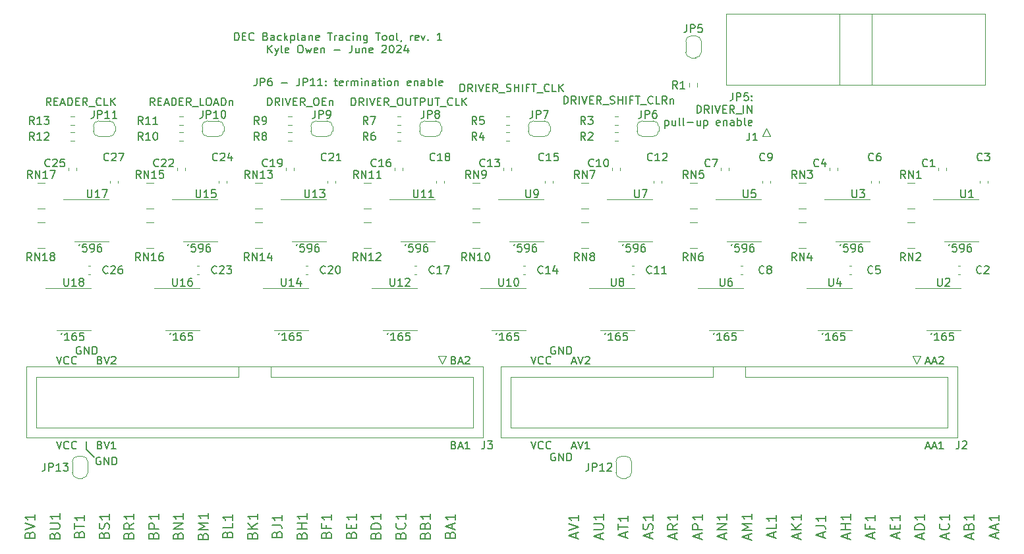
<source format=gbr>
%TF.GenerationSoftware,KiCad,Pcbnew,6.0.11+dfsg-1*%
%TF.CreationDate,2024-06-30T22:37:57-05:00*%
%TF.ProjectId,backplane_tracer,6261636b-706c-4616-9e65-5f7472616365,rev?*%
%TF.SameCoordinates,Original*%
%TF.FileFunction,Legend,Top*%
%TF.FilePolarity,Positive*%
%FSLAX46Y46*%
G04 Gerber Fmt 4.6, Leading zero omitted, Abs format (unit mm)*
G04 Created by KiCad (PCBNEW 6.0.11+dfsg-1) date 2024-06-30 22:37:57*
%MOMM*%
%LPD*%
G01*
G04 APERTURE LIST*
%ADD10C,0.150000*%
%ADD11C,0.203200*%
%ADD12C,0.120000*%
G04 APERTURE END LIST*
D10*
X80518000Y-113411000D02*
X80518000Y-114427000D01*
X80518000Y-114427000D02*
X81534000Y-115443000D01*
X127690666Y-113847571D02*
X127833523Y-113895190D01*
X127881142Y-113942809D01*
X127928761Y-114038047D01*
X127928761Y-114180904D01*
X127881142Y-114276142D01*
X127833523Y-114323761D01*
X127738285Y-114371380D01*
X127357333Y-114371380D01*
X127357333Y-113371380D01*
X127690666Y-113371380D01*
X127785904Y-113419000D01*
X127833523Y-113466619D01*
X127881142Y-113561857D01*
X127881142Y-113657095D01*
X127833523Y-113752333D01*
X127785904Y-113799952D01*
X127690666Y-113847571D01*
X127357333Y-113847571D01*
X128309714Y-114085666D02*
X128785904Y-114085666D01*
X128214476Y-114371380D02*
X128547809Y-113371380D01*
X128881142Y-114371380D01*
X129738285Y-114371380D02*
X129166857Y-114371380D01*
X129452571Y-114371380D02*
X129452571Y-113371380D01*
X129357333Y-113514238D01*
X129262095Y-113609476D01*
X129166857Y-113657095D01*
X119243647Y-99401380D02*
X119148409Y-99591857D01*
X120196028Y-100401380D02*
X119624600Y-100401380D01*
X119910314Y-100401380D02*
X119910314Y-99401380D01*
X119815076Y-99544238D01*
X119719838Y-99639476D01*
X119624600Y-99687095D01*
X121053171Y-99401380D02*
X120862695Y-99401380D01*
X120767457Y-99449000D01*
X120719838Y-99496619D01*
X120624600Y-99639476D01*
X120576980Y-99829952D01*
X120576980Y-100210904D01*
X120624600Y-100306142D01*
X120672219Y-100353761D01*
X120767457Y-100401380D01*
X120957933Y-100401380D01*
X121053171Y-100353761D01*
X121100790Y-100306142D01*
X121148409Y-100210904D01*
X121148409Y-99972809D01*
X121100790Y-99877571D01*
X121053171Y-99829952D01*
X120957933Y-99782333D01*
X120767457Y-99782333D01*
X120672219Y-99829952D01*
X120624600Y-99877571D01*
X120576980Y-99972809D01*
X122053171Y-99401380D02*
X121576980Y-99401380D01*
X121529361Y-99877571D01*
X121576980Y-99829952D01*
X121672219Y-99782333D01*
X121910314Y-99782333D01*
X122005552Y-99829952D01*
X122053171Y-99877571D01*
X122100790Y-99972809D01*
X122100790Y-100210904D01*
X122053171Y-100306142D01*
X122005552Y-100353761D01*
X121910314Y-100401380D01*
X121672219Y-100401380D01*
X121576980Y-100353761D01*
X121529361Y-100306142D01*
X82224666Y-113847571D02*
X82367523Y-113895190D01*
X82415142Y-113942809D01*
X82462761Y-114038047D01*
X82462761Y-114180904D01*
X82415142Y-114276142D01*
X82367523Y-114323761D01*
X82272285Y-114371380D01*
X81891333Y-114371380D01*
X81891333Y-113371380D01*
X82224666Y-113371380D01*
X82319904Y-113419000D01*
X82367523Y-113466619D01*
X82415142Y-113561857D01*
X82415142Y-113657095D01*
X82367523Y-113752333D01*
X82319904Y-113799952D01*
X82224666Y-113847571D01*
X81891333Y-113847571D01*
X82748476Y-113371380D02*
X83081809Y-114371380D01*
X83415142Y-113371380D01*
X84272285Y-114371380D02*
X83700857Y-114371380D01*
X83986571Y-114371380D02*
X83986571Y-113371380D01*
X83891333Y-113514238D01*
X83796095Y-113609476D01*
X83700857Y-113657095D01*
X107559647Y-87996780D02*
X107464409Y-88187257D01*
X108464409Y-87996780D02*
X107988219Y-87996780D01*
X107940600Y-88472971D01*
X107988219Y-88425352D01*
X108083457Y-88377733D01*
X108321552Y-88377733D01*
X108416790Y-88425352D01*
X108464409Y-88472971D01*
X108512028Y-88568209D01*
X108512028Y-88806304D01*
X108464409Y-88901542D01*
X108416790Y-88949161D01*
X108321552Y-88996780D01*
X108083457Y-88996780D01*
X107988219Y-88949161D01*
X107940600Y-88901542D01*
X108988219Y-88996780D02*
X109178695Y-88996780D01*
X109273933Y-88949161D01*
X109321552Y-88901542D01*
X109416790Y-88758685D01*
X109464409Y-88568209D01*
X109464409Y-88187257D01*
X109416790Y-88092019D01*
X109369171Y-88044400D01*
X109273933Y-87996780D01*
X109083457Y-87996780D01*
X108988219Y-88044400D01*
X108940600Y-88092019D01*
X108892980Y-88187257D01*
X108892980Y-88425352D01*
X108940600Y-88520590D01*
X108988219Y-88568209D01*
X109083457Y-88615828D01*
X109273933Y-88615828D01*
X109369171Y-88568209D01*
X109416790Y-88520590D01*
X109464409Y-88425352D01*
X110321552Y-87996780D02*
X110131076Y-87996780D01*
X110035838Y-88044400D01*
X109988219Y-88092019D01*
X109892980Y-88234876D01*
X109845361Y-88425352D01*
X109845361Y-88806304D01*
X109892980Y-88901542D01*
X109940600Y-88949161D01*
X110035838Y-88996780D01*
X110226314Y-88996780D01*
X110321552Y-88949161D01*
X110369171Y-88901542D01*
X110416790Y-88806304D01*
X110416790Y-88568209D01*
X110369171Y-88472971D01*
X110321552Y-88425352D01*
X110226314Y-88377733D01*
X110035838Y-88377733D01*
X109940600Y-88425352D01*
X109892980Y-88472971D01*
X109845361Y-88568209D01*
X127690666Y-102925571D02*
X127833523Y-102973190D01*
X127881142Y-103020809D01*
X127928761Y-103116047D01*
X127928761Y-103258904D01*
X127881142Y-103354142D01*
X127833523Y-103401761D01*
X127738285Y-103449380D01*
X127357333Y-103449380D01*
X127357333Y-102449380D01*
X127690666Y-102449380D01*
X127785904Y-102497000D01*
X127833523Y-102544619D01*
X127881142Y-102639857D01*
X127881142Y-102735095D01*
X127833523Y-102830333D01*
X127785904Y-102877952D01*
X127690666Y-102925571D01*
X127357333Y-102925571D01*
X128309714Y-103163666D02*
X128785904Y-103163666D01*
X128214476Y-103449380D02*
X128547809Y-102449380D01*
X128881142Y-103449380D01*
X129166857Y-102544619D02*
X129214476Y-102497000D01*
X129309714Y-102449380D01*
X129547809Y-102449380D01*
X129643047Y-102497000D01*
X129690666Y-102544619D01*
X129738285Y-102639857D01*
X129738285Y-102735095D01*
X129690666Y-102877952D01*
X129119238Y-103449380D01*
X129738285Y-103449380D01*
X91303647Y-99401380D02*
X91208409Y-99591857D01*
X92256028Y-100401380D02*
X91684600Y-100401380D01*
X91970314Y-100401380D02*
X91970314Y-99401380D01*
X91875076Y-99544238D01*
X91779838Y-99639476D01*
X91684600Y-99687095D01*
X93113171Y-99401380D02*
X92922695Y-99401380D01*
X92827457Y-99449000D01*
X92779838Y-99496619D01*
X92684600Y-99639476D01*
X92636980Y-99829952D01*
X92636980Y-100210904D01*
X92684600Y-100306142D01*
X92732219Y-100353761D01*
X92827457Y-100401380D01*
X93017933Y-100401380D01*
X93113171Y-100353761D01*
X93160790Y-100306142D01*
X93208409Y-100210904D01*
X93208409Y-99972809D01*
X93160790Y-99877571D01*
X93113171Y-99829952D01*
X93017933Y-99782333D01*
X92827457Y-99782333D01*
X92732219Y-99829952D01*
X92684600Y-99877571D01*
X92636980Y-99972809D01*
X94113171Y-99401380D02*
X93636980Y-99401380D01*
X93589361Y-99877571D01*
X93636980Y-99829952D01*
X93732219Y-99782333D01*
X93970314Y-99782333D01*
X94065552Y-99829952D01*
X94113171Y-99877571D01*
X94160790Y-99972809D01*
X94160790Y-100210904D01*
X94113171Y-100306142D01*
X94065552Y-100353761D01*
X93970314Y-100401380D01*
X93732219Y-100401380D01*
X93636980Y-100353761D01*
X93589361Y-100306142D01*
X77333647Y-99401380D02*
X77238409Y-99591857D01*
X78286028Y-100401380D02*
X77714600Y-100401380D01*
X78000314Y-100401380D02*
X78000314Y-99401380D01*
X77905076Y-99544238D01*
X77809838Y-99639476D01*
X77714600Y-99687095D01*
X79143171Y-99401380D02*
X78952695Y-99401380D01*
X78857457Y-99449000D01*
X78809838Y-99496619D01*
X78714600Y-99639476D01*
X78666980Y-99829952D01*
X78666980Y-100210904D01*
X78714600Y-100306142D01*
X78762219Y-100353761D01*
X78857457Y-100401380D01*
X79047933Y-100401380D01*
X79143171Y-100353761D01*
X79190790Y-100306142D01*
X79238409Y-100210904D01*
X79238409Y-99972809D01*
X79190790Y-99877571D01*
X79143171Y-99829952D01*
X79047933Y-99782333D01*
X78857457Y-99782333D01*
X78762219Y-99829952D01*
X78714600Y-99877571D01*
X78666980Y-99972809D01*
X80143171Y-99401380D02*
X79666980Y-99401380D01*
X79619361Y-99877571D01*
X79666980Y-99829952D01*
X79762219Y-99782333D01*
X80000314Y-99782333D01*
X80095552Y-99829952D01*
X80143171Y-99877571D01*
X80190790Y-99972809D01*
X80190790Y-100210904D01*
X80143171Y-100306142D01*
X80095552Y-100353761D01*
X80000314Y-100401380D01*
X79762219Y-100401380D01*
X79666980Y-100353761D01*
X79619361Y-100306142D01*
X103759523Y-70175380D02*
X103759523Y-69175380D01*
X103997619Y-69175380D01*
X104140476Y-69223000D01*
X104235714Y-69318238D01*
X104283333Y-69413476D01*
X104330952Y-69603952D01*
X104330952Y-69746809D01*
X104283333Y-69937285D01*
X104235714Y-70032523D01*
X104140476Y-70127761D01*
X103997619Y-70175380D01*
X103759523Y-70175380D01*
X105330952Y-70175380D02*
X104997619Y-69699190D01*
X104759523Y-70175380D02*
X104759523Y-69175380D01*
X105140476Y-69175380D01*
X105235714Y-69223000D01*
X105283333Y-69270619D01*
X105330952Y-69365857D01*
X105330952Y-69508714D01*
X105283333Y-69603952D01*
X105235714Y-69651571D01*
X105140476Y-69699190D01*
X104759523Y-69699190D01*
X105759523Y-70175380D02*
X105759523Y-69175380D01*
X106092857Y-69175380D02*
X106426190Y-70175380D01*
X106759523Y-69175380D01*
X107092857Y-69651571D02*
X107426190Y-69651571D01*
X107569047Y-70175380D02*
X107092857Y-70175380D01*
X107092857Y-69175380D01*
X107569047Y-69175380D01*
X108569047Y-70175380D02*
X108235714Y-69699190D01*
X107997619Y-70175380D02*
X107997619Y-69175380D01*
X108378571Y-69175380D01*
X108473809Y-69223000D01*
X108521428Y-69270619D01*
X108569047Y-69365857D01*
X108569047Y-69508714D01*
X108521428Y-69603952D01*
X108473809Y-69651571D01*
X108378571Y-69699190D01*
X107997619Y-69699190D01*
X108759523Y-70270619D02*
X109521428Y-70270619D01*
X109950000Y-69175380D02*
X110140476Y-69175380D01*
X110235714Y-69223000D01*
X110330952Y-69318238D01*
X110378571Y-69508714D01*
X110378571Y-69842047D01*
X110330952Y-70032523D01*
X110235714Y-70127761D01*
X110140476Y-70175380D01*
X109950000Y-70175380D01*
X109854761Y-70127761D01*
X109759523Y-70032523D01*
X109711904Y-69842047D01*
X109711904Y-69508714D01*
X109759523Y-69318238D01*
X109854761Y-69223000D01*
X109950000Y-69175380D01*
X110807142Y-69651571D02*
X111140476Y-69651571D01*
X111283333Y-70175380D02*
X110807142Y-70175380D01*
X110807142Y-69175380D01*
X111283333Y-69175380D01*
X111711904Y-69508714D02*
X111711904Y-70175380D01*
X111711904Y-69603952D02*
X111759523Y-69556333D01*
X111854761Y-69508714D01*
X111997619Y-69508714D01*
X112092857Y-69556333D01*
X112140476Y-69651571D01*
X112140476Y-70175380D01*
X175123647Y-99401380D02*
X175028409Y-99591857D01*
X176076028Y-100401380D02*
X175504600Y-100401380D01*
X175790314Y-100401380D02*
X175790314Y-99401380D01*
X175695076Y-99544238D01*
X175599838Y-99639476D01*
X175504600Y-99687095D01*
X176933171Y-99401380D02*
X176742695Y-99401380D01*
X176647457Y-99449000D01*
X176599838Y-99496619D01*
X176504600Y-99639476D01*
X176456980Y-99829952D01*
X176456980Y-100210904D01*
X176504600Y-100306142D01*
X176552219Y-100353761D01*
X176647457Y-100401380D01*
X176837933Y-100401380D01*
X176933171Y-100353761D01*
X176980790Y-100306142D01*
X177028409Y-100210904D01*
X177028409Y-99972809D01*
X176980790Y-99877571D01*
X176933171Y-99829952D01*
X176837933Y-99782333D01*
X176647457Y-99782333D01*
X176552219Y-99829952D01*
X176504600Y-99877571D01*
X176456980Y-99972809D01*
X177933171Y-99401380D02*
X177456980Y-99401380D01*
X177409361Y-99877571D01*
X177456980Y-99829952D01*
X177552219Y-99782333D01*
X177790314Y-99782333D01*
X177885552Y-99829952D01*
X177933171Y-99877571D01*
X177980790Y-99972809D01*
X177980790Y-100210904D01*
X177933171Y-100306142D01*
X177885552Y-100353761D01*
X177790314Y-100401380D01*
X177552219Y-100401380D01*
X177456980Y-100353761D01*
X177409361Y-100306142D01*
X149469647Y-87996780D02*
X149374409Y-88187257D01*
X150374409Y-87996780D02*
X149898219Y-87996780D01*
X149850600Y-88472971D01*
X149898219Y-88425352D01*
X149993457Y-88377733D01*
X150231552Y-88377733D01*
X150326790Y-88425352D01*
X150374409Y-88472971D01*
X150422028Y-88568209D01*
X150422028Y-88806304D01*
X150374409Y-88901542D01*
X150326790Y-88949161D01*
X150231552Y-88996780D01*
X149993457Y-88996780D01*
X149898219Y-88949161D01*
X149850600Y-88901542D01*
X150898219Y-88996780D02*
X151088695Y-88996780D01*
X151183933Y-88949161D01*
X151231552Y-88901542D01*
X151326790Y-88758685D01*
X151374409Y-88568209D01*
X151374409Y-88187257D01*
X151326790Y-88092019D01*
X151279171Y-88044400D01*
X151183933Y-87996780D01*
X150993457Y-87996780D01*
X150898219Y-88044400D01*
X150850600Y-88092019D01*
X150802980Y-88187257D01*
X150802980Y-88425352D01*
X150850600Y-88520590D01*
X150898219Y-88568209D01*
X150993457Y-88615828D01*
X151183933Y-88615828D01*
X151279171Y-88568209D01*
X151326790Y-88520590D01*
X151374409Y-88425352D01*
X152231552Y-87996780D02*
X152041076Y-87996780D01*
X151945838Y-88044400D01*
X151898219Y-88092019D01*
X151802980Y-88234876D01*
X151755361Y-88425352D01*
X151755361Y-88806304D01*
X151802980Y-88901542D01*
X151850600Y-88949161D01*
X151945838Y-88996780D01*
X152136314Y-88996780D01*
X152231552Y-88949161D01*
X152279171Y-88901542D01*
X152326790Y-88806304D01*
X152326790Y-88568209D01*
X152279171Y-88472971D01*
X152231552Y-88425352D01*
X152136314Y-88377733D01*
X151945838Y-88377733D01*
X151850600Y-88425352D01*
X151802980Y-88472971D01*
X151755361Y-88568209D01*
X93589647Y-87996780D02*
X93494409Y-88187257D01*
X94494409Y-87996780D02*
X94018219Y-87996780D01*
X93970600Y-88472971D01*
X94018219Y-88425352D01*
X94113457Y-88377733D01*
X94351552Y-88377733D01*
X94446790Y-88425352D01*
X94494409Y-88472971D01*
X94542028Y-88568209D01*
X94542028Y-88806304D01*
X94494409Y-88901542D01*
X94446790Y-88949161D01*
X94351552Y-88996780D01*
X94113457Y-88996780D01*
X94018219Y-88949161D01*
X93970600Y-88901542D01*
X95018219Y-88996780D02*
X95208695Y-88996780D01*
X95303933Y-88949161D01*
X95351552Y-88901542D01*
X95446790Y-88758685D01*
X95494409Y-88568209D01*
X95494409Y-88187257D01*
X95446790Y-88092019D01*
X95399171Y-88044400D01*
X95303933Y-87996780D01*
X95113457Y-87996780D01*
X95018219Y-88044400D01*
X94970600Y-88092019D01*
X94922980Y-88187257D01*
X94922980Y-88425352D01*
X94970600Y-88520590D01*
X95018219Y-88568209D01*
X95113457Y-88615828D01*
X95303933Y-88615828D01*
X95399171Y-88568209D01*
X95446790Y-88520590D01*
X95494409Y-88425352D01*
X96351552Y-87996780D02*
X96161076Y-87996780D01*
X96065838Y-88044400D01*
X96018219Y-88092019D01*
X95922980Y-88234876D01*
X95875361Y-88425352D01*
X95875361Y-88806304D01*
X95922980Y-88901542D01*
X95970600Y-88949161D01*
X96065838Y-88996780D01*
X96256314Y-88996780D01*
X96351552Y-88949161D01*
X96399171Y-88901542D01*
X96446790Y-88806304D01*
X96446790Y-88568209D01*
X96399171Y-88472971D01*
X96351552Y-88425352D01*
X96256314Y-88377733D01*
X96065838Y-88377733D01*
X95970600Y-88425352D01*
X95922980Y-88472971D01*
X95875361Y-88568209D01*
X189093647Y-99401380D02*
X188998409Y-99591857D01*
X190046028Y-100401380D02*
X189474600Y-100401380D01*
X189760314Y-100401380D02*
X189760314Y-99401380D01*
X189665076Y-99544238D01*
X189569838Y-99639476D01*
X189474600Y-99687095D01*
X190903171Y-99401380D02*
X190712695Y-99401380D01*
X190617457Y-99449000D01*
X190569838Y-99496619D01*
X190474600Y-99639476D01*
X190426980Y-99829952D01*
X190426980Y-100210904D01*
X190474600Y-100306142D01*
X190522219Y-100353761D01*
X190617457Y-100401380D01*
X190807933Y-100401380D01*
X190903171Y-100353761D01*
X190950790Y-100306142D01*
X190998409Y-100210904D01*
X190998409Y-99972809D01*
X190950790Y-99877571D01*
X190903171Y-99829952D01*
X190807933Y-99782333D01*
X190617457Y-99782333D01*
X190522219Y-99829952D01*
X190474600Y-99877571D01*
X190426980Y-99972809D01*
X191903171Y-99401380D02*
X191426980Y-99401380D01*
X191379361Y-99877571D01*
X191426980Y-99829952D01*
X191522219Y-99782333D01*
X191760314Y-99782333D01*
X191855552Y-99829952D01*
X191903171Y-99877571D01*
X191950790Y-99972809D01*
X191950790Y-100210904D01*
X191903171Y-100306142D01*
X191855552Y-100353761D01*
X191760314Y-100401380D01*
X191522219Y-100401380D01*
X191426980Y-100353761D01*
X191379361Y-100306142D01*
X163439647Y-87996780D02*
X163344409Y-88187257D01*
X164344409Y-87996780D02*
X163868219Y-87996780D01*
X163820600Y-88472971D01*
X163868219Y-88425352D01*
X163963457Y-88377733D01*
X164201552Y-88377733D01*
X164296790Y-88425352D01*
X164344409Y-88472971D01*
X164392028Y-88568209D01*
X164392028Y-88806304D01*
X164344409Y-88901542D01*
X164296790Y-88949161D01*
X164201552Y-88996780D01*
X163963457Y-88996780D01*
X163868219Y-88949161D01*
X163820600Y-88901542D01*
X164868219Y-88996780D02*
X165058695Y-88996780D01*
X165153933Y-88949161D01*
X165201552Y-88901542D01*
X165296790Y-88758685D01*
X165344409Y-88568209D01*
X165344409Y-88187257D01*
X165296790Y-88092019D01*
X165249171Y-88044400D01*
X165153933Y-87996780D01*
X164963457Y-87996780D01*
X164868219Y-88044400D01*
X164820600Y-88092019D01*
X164772980Y-88187257D01*
X164772980Y-88425352D01*
X164820600Y-88520590D01*
X164868219Y-88568209D01*
X164963457Y-88615828D01*
X165153933Y-88615828D01*
X165249171Y-88568209D01*
X165296790Y-88520590D01*
X165344409Y-88425352D01*
X166201552Y-87996780D02*
X166011076Y-87996780D01*
X165915838Y-88044400D01*
X165868219Y-88092019D01*
X165772980Y-88234876D01*
X165725361Y-88425352D01*
X165725361Y-88806304D01*
X165772980Y-88901542D01*
X165820600Y-88949161D01*
X165915838Y-88996780D01*
X166106314Y-88996780D01*
X166201552Y-88949161D01*
X166249171Y-88901542D01*
X166296790Y-88806304D01*
X166296790Y-88568209D01*
X166249171Y-88472971D01*
X166201552Y-88425352D01*
X166106314Y-88377733D01*
X165915838Y-88377733D01*
X165820600Y-88425352D01*
X165772980Y-88472971D01*
X165725361Y-88568209D01*
X188341142Y-103163666D02*
X188817333Y-103163666D01*
X188245904Y-103449380D02*
X188579238Y-102449380D01*
X188912571Y-103449380D01*
X189198285Y-103163666D02*
X189674476Y-103163666D01*
X189103047Y-103449380D02*
X189436380Y-102449380D01*
X189769714Y-103449380D01*
X190055428Y-102544619D02*
X190103047Y-102497000D01*
X190198285Y-102449380D01*
X190436380Y-102449380D01*
X190531619Y-102497000D01*
X190579238Y-102544619D01*
X190626857Y-102639857D01*
X190626857Y-102735095D01*
X190579238Y-102877952D01*
X190007809Y-103449380D01*
X190626857Y-103449380D01*
X82224666Y-102925571D02*
X82367523Y-102973190D01*
X82415142Y-103020809D01*
X82462761Y-103116047D01*
X82462761Y-103258904D01*
X82415142Y-103354142D01*
X82367523Y-103401761D01*
X82272285Y-103449380D01*
X81891333Y-103449380D01*
X81891333Y-102449380D01*
X82224666Y-102449380D01*
X82319904Y-102497000D01*
X82367523Y-102544619D01*
X82415142Y-102639857D01*
X82415142Y-102735095D01*
X82367523Y-102830333D01*
X82319904Y-102877952D01*
X82224666Y-102925571D01*
X81891333Y-102925571D01*
X82748476Y-102449380D02*
X83081809Y-103449380D01*
X83415142Y-102449380D01*
X83700857Y-102544619D02*
X83748476Y-102497000D01*
X83843714Y-102449380D01*
X84081809Y-102449380D01*
X84177047Y-102497000D01*
X84224666Y-102544619D01*
X84272285Y-102639857D01*
X84272285Y-102735095D01*
X84224666Y-102877952D01*
X83653238Y-103449380D01*
X84272285Y-103449380D01*
X102387285Y-66635380D02*
X102387285Y-67349666D01*
X102339666Y-67492523D01*
X102244428Y-67587761D01*
X102101571Y-67635380D01*
X102006333Y-67635380D01*
X102863476Y-67635380D02*
X102863476Y-66635380D01*
X103244428Y-66635380D01*
X103339666Y-66683000D01*
X103387285Y-66730619D01*
X103434904Y-66825857D01*
X103434904Y-66968714D01*
X103387285Y-67063952D01*
X103339666Y-67111571D01*
X103244428Y-67159190D01*
X102863476Y-67159190D01*
X104292047Y-66635380D02*
X104101571Y-66635380D01*
X104006333Y-66683000D01*
X103958714Y-66730619D01*
X103863476Y-66873476D01*
X103815857Y-67063952D01*
X103815857Y-67444904D01*
X103863476Y-67540142D01*
X103911095Y-67587761D01*
X104006333Y-67635380D01*
X104196809Y-67635380D01*
X104292047Y-67587761D01*
X104339666Y-67540142D01*
X104387285Y-67444904D01*
X104387285Y-67206809D01*
X104339666Y-67111571D01*
X104292047Y-67063952D01*
X104196809Y-67016333D01*
X104006333Y-67016333D01*
X103911095Y-67063952D01*
X103863476Y-67111571D01*
X103815857Y-67206809D01*
X105577761Y-67254428D02*
X106339666Y-67254428D01*
X107863476Y-66635380D02*
X107863476Y-67349666D01*
X107815857Y-67492523D01*
X107720619Y-67587761D01*
X107577761Y-67635380D01*
X107482523Y-67635380D01*
X108339666Y-67635380D02*
X108339666Y-66635380D01*
X108720619Y-66635380D01*
X108815857Y-66683000D01*
X108863476Y-66730619D01*
X108911095Y-66825857D01*
X108911095Y-66968714D01*
X108863476Y-67063952D01*
X108815857Y-67111571D01*
X108720619Y-67159190D01*
X108339666Y-67159190D01*
X109863476Y-67635380D02*
X109292047Y-67635380D01*
X109577761Y-67635380D02*
X109577761Y-66635380D01*
X109482523Y-66778238D01*
X109387285Y-66873476D01*
X109292047Y-66921095D01*
X110815857Y-67635380D02*
X110244428Y-67635380D01*
X110530142Y-67635380D02*
X110530142Y-66635380D01*
X110434904Y-66778238D01*
X110339666Y-66873476D01*
X110244428Y-66921095D01*
X111244428Y-67540142D02*
X111292047Y-67587761D01*
X111244428Y-67635380D01*
X111196809Y-67587761D01*
X111244428Y-67540142D01*
X111244428Y-67635380D01*
X111244428Y-67016333D02*
X111292047Y-67063952D01*
X111244428Y-67111571D01*
X111196809Y-67063952D01*
X111244428Y-67016333D01*
X111244428Y-67111571D01*
X112339666Y-66968714D02*
X112720619Y-66968714D01*
X112482523Y-66635380D02*
X112482523Y-67492523D01*
X112530142Y-67587761D01*
X112625380Y-67635380D01*
X112720619Y-67635380D01*
X113434904Y-67587761D02*
X113339666Y-67635380D01*
X113149190Y-67635380D01*
X113053952Y-67587761D01*
X113006333Y-67492523D01*
X113006333Y-67111571D01*
X113053952Y-67016333D01*
X113149190Y-66968714D01*
X113339666Y-66968714D01*
X113434904Y-67016333D01*
X113482523Y-67111571D01*
X113482523Y-67206809D01*
X113006333Y-67302047D01*
X113911095Y-67635380D02*
X113911095Y-66968714D01*
X113911095Y-67159190D02*
X113958714Y-67063952D01*
X114006333Y-67016333D01*
X114101571Y-66968714D01*
X114196809Y-66968714D01*
X114530142Y-67635380D02*
X114530142Y-66968714D01*
X114530142Y-67063952D02*
X114577761Y-67016333D01*
X114673000Y-66968714D01*
X114815857Y-66968714D01*
X114911095Y-67016333D01*
X114958714Y-67111571D01*
X114958714Y-67635380D01*
X114958714Y-67111571D02*
X115006333Y-67016333D01*
X115101571Y-66968714D01*
X115244428Y-66968714D01*
X115339666Y-67016333D01*
X115387285Y-67111571D01*
X115387285Y-67635380D01*
X115863476Y-67635380D02*
X115863476Y-66968714D01*
X115863476Y-66635380D02*
X115815857Y-66683000D01*
X115863476Y-66730619D01*
X115911095Y-66683000D01*
X115863476Y-66635380D01*
X115863476Y-66730619D01*
X116339666Y-66968714D02*
X116339666Y-67635380D01*
X116339666Y-67063952D02*
X116387285Y-67016333D01*
X116482523Y-66968714D01*
X116625380Y-66968714D01*
X116720619Y-67016333D01*
X116768238Y-67111571D01*
X116768238Y-67635380D01*
X117673000Y-67635380D02*
X117673000Y-67111571D01*
X117625380Y-67016333D01*
X117530142Y-66968714D01*
X117339666Y-66968714D01*
X117244428Y-67016333D01*
X117673000Y-67587761D02*
X117577761Y-67635380D01*
X117339666Y-67635380D01*
X117244428Y-67587761D01*
X117196809Y-67492523D01*
X117196809Y-67397285D01*
X117244428Y-67302047D01*
X117339666Y-67254428D01*
X117577761Y-67254428D01*
X117673000Y-67206809D01*
X118006333Y-66968714D02*
X118387285Y-66968714D01*
X118149190Y-66635380D02*
X118149190Y-67492523D01*
X118196809Y-67587761D01*
X118292047Y-67635380D01*
X118387285Y-67635380D01*
X118720619Y-67635380D02*
X118720619Y-66968714D01*
X118720619Y-66635380D02*
X118673000Y-66683000D01*
X118720619Y-66730619D01*
X118768238Y-66683000D01*
X118720619Y-66635380D01*
X118720619Y-66730619D01*
X119339666Y-67635380D02*
X119244428Y-67587761D01*
X119196809Y-67540142D01*
X119149190Y-67444904D01*
X119149190Y-67159190D01*
X119196809Y-67063952D01*
X119244428Y-67016333D01*
X119339666Y-66968714D01*
X119482523Y-66968714D01*
X119577761Y-67016333D01*
X119625380Y-67063952D01*
X119673000Y-67159190D01*
X119673000Y-67444904D01*
X119625380Y-67540142D01*
X119577761Y-67587761D01*
X119482523Y-67635380D01*
X119339666Y-67635380D01*
X120101571Y-66968714D02*
X120101571Y-67635380D01*
X120101571Y-67063952D02*
X120149190Y-67016333D01*
X120244428Y-66968714D01*
X120387285Y-66968714D01*
X120482523Y-67016333D01*
X120530142Y-67111571D01*
X120530142Y-67635380D01*
X122149190Y-67587761D02*
X122053952Y-67635380D01*
X121863476Y-67635380D01*
X121768238Y-67587761D01*
X121720619Y-67492523D01*
X121720619Y-67111571D01*
X121768238Y-67016333D01*
X121863476Y-66968714D01*
X122053952Y-66968714D01*
X122149190Y-67016333D01*
X122196809Y-67111571D01*
X122196809Y-67206809D01*
X121720619Y-67302047D01*
X122625380Y-66968714D02*
X122625380Y-67635380D01*
X122625380Y-67063952D02*
X122673000Y-67016333D01*
X122768238Y-66968714D01*
X122911095Y-66968714D01*
X123006333Y-67016333D01*
X123053952Y-67111571D01*
X123053952Y-67635380D01*
X123958714Y-67635380D02*
X123958714Y-67111571D01*
X123911095Y-67016333D01*
X123815857Y-66968714D01*
X123625380Y-66968714D01*
X123530142Y-67016333D01*
X123958714Y-67587761D02*
X123863476Y-67635380D01*
X123625380Y-67635380D01*
X123530142Y-67587761D01*
X123482523Y-67492523D01*
X123482523Y-67397285D01*
X123530142Y-67302047D01*
X123625380Y-67254428D01*
X123863476Y-67254428D01*
X123958714Y-67206809D01*
X124434904Y-67635380D02*
X124434904Y-66635380D01*
X124434904Y-67016333D02*
X124530142Y-66968714D01*
X124720619Y-66968714D01*
X124815857Y-67016333D01*
X124863476Y-67063952D01*
X124911095Y-67159190D01*
X124911095Y-67444904D01*
X124863476Y-67540142D01*
X124815857Y-67587761D01*
X124720619Y-67635380D01*
X124530142Y-67635380D01*
X124434904Y-67587761D01*
X125482523Y-67635380D02*
X125387285Y-67587761D01*
X125339666Y-67492523D01*
X125339666Y-66635380D01*
X126244428Y-67587761D02*
X126149190Y-67635380D01*
X125958714Y-67635380D01*
X125863476Y-67587761D01*
X125815857Y-67492523D01*
X125815857Y-67111571D01*
X125863476Y-67016333D01*
X125958714Y-66968714D01*
X126149190Y-66968714D01*
X126244428Y-67016333D01*
X126292047Y-67111571D01*
X126292047Y-67206809D01*
X125815857Y-67302047D01*
X75946476Y-70175380D02*
X75613142Y-69699190D01*
X75375047Y-70175380D02*
X75375047Y-69175380D01*
X75756000Y-69175380D01*
X75851238Y-69223000D01*
X75898857Y-69270619D01*
X75946476Y-69365857D01*
X75946476Y-69508714D01*
X75898857Y-69603952D01*
X75851238Y-69651571D01*
X75756000Y-69699190D01*
X75375047Y-69699190D01*
X76375047Y-69651571D02*
X76708380Y-69651571D01*
X76851238Y-70175380D02*
X76375047Y-70175380D01*
X76375047Y-69175380D01*
X76851238Y-69175380D01*
X77232190Y-69889666D02*
X77708380Y-69889666D01*
X77136952Y-70175380D02*
X77470285Y-69175380D01*
X77803619Y-70175380D01*
X78136952Y-70175380D02*
X78136952Y-69175380D01*
X78375047Y-69175380D01*
X78517904Y-69223000D01*
X78613142Y-69318238D01*
X78660761Y-69413476D01*
X78708380Y-69603952D01*
X78708380Y-69746809D01*
X78660761Y-69937285D01*
X78613142Y-70032523D01*
X78517904Y-70127761D01*
X78375047Y-70175380D01*
X78136952Y-70175380D01*
X79136952Y-69651571D02*
X79470285Y-69651571D01*
X79613142Y-70175380D02*
X79136952Y-70175380D01*
X79136952Y-69175380D01*
X79613142Y-69175380D01*
X80613142Y-70175380D02*
X80279809Y-69699190D01*
X80041714Y-70175380D02*
X80041714Y-69175380D01*
X80422666Y-69175380D01*
X80517904Y-69223000D01*
X80565523Y-69270619D01*
X80613142Y-69365857D01*
X80613142Y-69508714D01*
X80565523Y-69603952D01*
X80517904Y-69651571D01*
X80422666Y-69699190D01*
X80041714Y-69699190D01*
X80803619Y-70270619D02*
X81565523Y-70270619D01*
X82375047Y-70080142D02*
X82327428Y-70127761D01*
X82184571Y-70175380D01*
X82089333Y-70175380D01*
X81946476Y-70127761D01*
X81851238Y-70032523D01*
X81803619Y-69937285D01*
X81756000Y-69746809D01*
X81756000Y-69603952D01*
X81803619Y-69413476D01*
X81851238Y-69318238D01*
X81946476Y-69223000D01*
X82089333Y-69175380D01*
X82184571Y-69175380D01*
X82327428Y-69223000D01*
X82375047Y-69270619D01*
X83279809Y-70175380D02*
X82803619Y-70175380D01*
X82803619Y-69175380D01*
X83613142Y-70175380D02*
X83613142Y-69175380D01*
X84184571Y-70175380D02*
X83756000Y-69603952D01*
X84184571Y-69175380D02*
X83613142Y-69746809D01*
X99541085Y-61801180D02*
X99541085Y-60801180D01*
X99779180Y-60801180D01*
X99922038Y-60848800D01*
X100017276Y-60944038D01*
X100064895Y-61039276D01*
X100112514Y-61229752D01*
X100112514Y-61372609D01*
X100064895Y-61563085D01*
X100017276Y-61658323D01*
X99922038Y-61753561D01*
X99779180Y-61801180D01*
X99541085Y-61801180D01*
X100541085Y-61277371D02*
X100874419Y-61277371D01*
X101017276Y-61801180D02*
X100541085Y-61801180D01*
X100541085Y-60801180D01*
X101017276Y-60801180D01*
X102017276Y-61705942D02*
X101969657Y-61753561D01*
X101826800Y-61801180D01*
X101731561Y-61801180D01*
X101588704Y-61753561D01*
X101493466Y-61658323D01*
X101445847Y-61563085D01*
X101398228Y-61372609D01*
X101398228Y-61229752D01*
X101445847Y-61039276D01*
X101493466Y-60944038D01*
X101588704Y-60848800D01*
X101731561Y-60801180D01*
X101826800Y-60801180D01*
X101969657Y-60848800D01*
X102017276Y-60896419D01*
X103541085Y-61277371D02*
X103683942Y-61324990D01*
X103731561Y-61372609D01*
X103779180Y-61467847D01*
X103779180Y-61610704D01*
X103731561Y-61705942D01*
X103683942Y-61753561D01*
X103588704Y-61801180D01*
X103207752Y-61801180D01*
X103207752Y-60801180D01*
X103541085Y-60801180D01*
X103636323Y-60848800D01*
X103683942Y-60896419D01*
X103731561Y-60991657D01*
X103731561Y-61086895D01*
X103683942Y-61182133D01*
X103636323Y-61229752D01*
X103541085Y-61277371D01*
X103207752Y-61277371D01*
X104636323Y-61801180D02*
X104636323Y-61277371D01*
X104588704Y-61182133D01*
X104493466Y-61134514D01*
X104302990Y-61134514D01*
X104207752Y-61182133D01*
X104636323Y-61753561D02*
X104541085Y-61801180D01*
X104302990Y-61801180D01*
X104207752Y-61753561D01*
X104160133Y-61658323D01*
X104160133Y-61563085D01*
X104207752Y-61467847D01*
X104302990Y-61420228D01*
X104541085Y-61420228D01*
X104636323Y-61372609D01*
X105541085Y-61753561D02*
X105445847Y-61801180D01*
X105255371Y-61801180D01*
X105160133Y-61753561D01*
X105112514Y-61705942D01*
X105064895Y-61610704D01*
X105064895Y-61324990D01*
X105112514Y-61229752D01*
X105160133Y-61182133D01*
X105255371Y-61134514D01*
X105445847Y-61134514D01*
X105541085Y-61182133D01*
X105969657Y-61801180D02*
X105969657Y-60801180D01*
X106064895Y-61420228D02*
X106350609Y-61801180D01*
X106350609Y-61134514D02*
X105969657Y-61515466D01*
X106779180Y-61134514D02*
X106779180Y-62134514D01*
X106779180Y-61182133D02*
X106874419Y-61134514D01*
X107064895Y-61134514D01*
X107160133Y-61182133D01*
X107207752Y-61229752D01*
X107255371Y-61324990D01*
X107255371Y-61610704D01*
X107207752Y-61705942D01*
X107160133Y-61753561D01*
X107064895Y-61801180D01*
X106874419Y-61801180D01*
X106779180Y-61753561D01*
X107826800Y-61801180D02*
X107731561Y-61753561D01*
X107683942Y-61658323D01*
X107683942Y-60801180D01*
X108636323Y-61801180D02*
X108636323Y-61277371D01*
X108588704Y-61182133D01*
X108493466Y-61134514D01*
X108302990Y-61134514D01*
X108207752Y-61182133D01*
X108636323Y-61753561D02*
X108541085Y-61801180D01*
X108302990Y-61801180D01*
X108207752Y-61753561D01*
X108160133Y-61658323D01*
X108160133Y-61563085D01*
X108207752Y-61467847D01*
X108302990Y-61420228D01*
X108541085Y-61420228D01*
X108636323Y-61372609D01*
X109112514Y-61134514D02*
X109112514Y-61801180D01*
X109112514Y-61229752D02*
X109160133Y-61182133D01*
X109255371Y-61134514D01*
X109398228Y-61134514D01*
X109493466Y-61182133D01*
X109541085Y-61277371D01*
X109541085Y-61801180D01*
X110398228Y-61753561D02*
X110302990Y-61801180D01*
X110112514Y-61801180D01*
X110017276Y-61753561D01*
X109969657Y-61658323D01*
X109969657Y-61277371D01*
X110017276Y-61182133D01*
X110112514Y-61134514D01*
X110302990Y-61134514D01*
X110398228Y-61182133D01*
X110445847Y-61277371D01*
X110445847Y-61372609D01*
X109969657Y-61467847D01*
X111493466Y-60801180D02*
X112064895Y-60801180D01*
X111779180Y-61801180D02*
X111779180Y-60801180D01*
X112398228Y-61801180D02*
X112398228Y-61134514D01*
X112398228Y-61324990D02*
X112445847Y-61229752D01*
X112493466Y-61182133D01*
X112588704Y-61134514D01*
X112683942Y-61134514D01*
X113445847Y-61801180D02*
X113445847Y-61277371D01*
X113398228Y-61182133D01*
X113302990Y-61134514D01*
X113112514Y-61134514D01*
X113017276Y-61182133D01*
X113445847Y-61753561D02*
X113350609Y-61801180D01*
X113112514Y-61801180D01*
X113017276Y-61753561D01*
X112969657Y-61658323D01*
X112969657Y-61563085D01*
X113017276Y-61467847D01*
X113112514Y-61420228D01*
X113350609Y-61420228D01*
X113445847Y-61372609D01*
X114350609Y-61753561D02*
X114255371Y-61801180D01*
X114064895Y-61801180D01*
X113969657Y-61753561D01*
X113922038Y-61705942D01*
X113874419Y-61610704D01*
X113874419Y-61324990D01*
X113922038Y-61229752D01*
X113969657Y-61182133D01*
X114064895Y-61134514D01*
X114255371Y-61134514D01*
X114350609Y-61182133D01*
X114779180Y-61801180D02*
X114779180Y-61134514D01*
X114779180Y-60801180D02*
X114731561Y-60848800D01*
X114779180Y-60896419D01*
X114826800Y-60848800D01*
X114779180Y-60801180D01*
X114779180Y-60896419D01*
X115255371Y-61134514D02*
X115255371Y-61801180D01*
X115255371Y-61229752D02*
X115302990Y-61182133D01*
X115398228Y-61134514D01*
X115541085Y-61134514D01*
X115636323Y-61182133D01*
X115683942Y-61277371D01*
X115683942Y-61801180D01*
X116588704Y-61134514D02*
X116588704Y-61944038D01*
X116541085Y-62039276D01*
X116493466Y-62086895D01*
X116398228Y-62134514D01*
X116255371Y-62134514D01*
X116160133Y-62086895D01*
X116588704Y-61753561D02*
X116493466Y-61801180D01*
X116302990Y-61801180D01*
X116207752Y-61753561D01*
X116160133Y-61705942D01*
X116112514Y-61610704D01*
X116112514Y-61324990D01*
X116160133Y-61229752D01*
X116207752Y-61182133D01*
X116302990Y-61134514D01*
X116493466Y-61134514D01*
X116588704Y-61182133D01*
X117683942Y-60801180D02*
X118255371Y-60801180D01*
X117969657Y-61801180D02*
X117969657Y-60801180D01*
X118731561Y-61801180D02*
X118636323Y-61753561D01*
X118588704Y-61705942D01*
X118541085Y-61610704D01*
X118541085Y-61324990D01*
X118588704Y-61229752D01*
X118636323Y-61182133D01*
X118731561Y-61134514D01*
X118874419Y-61134514D01*
X118969657Y-61182133D01*
X119017276Y-61229752D01*
X119064895Y-61324990D01*
X119064895Y-61610704D01*
X119017276Y-61705942D01*
X118969657Y-61753561D01*
X118874419Y-61801180D01*
X118731561Y-61801180D01*
X119636323Y-61801180D02*
X119541085Y-61753561D01*
X119493466Y-61705942D01*
X119445847Y-61610704D01*
X119445847Y-61324990D01*
X119493466Y-61229752D01*
X119541085Y-61182133D01*
X119636323Y-61134514D01*
X119779180Y-61134514D01*
X119874419Y-61182133D01*
X119922038Y-61229752D01*
X119969657Y-61324990D01*
X119969657Y-61610704D01*
X119922038Y-61705942D01*
X119874419Y-61753561D01*
X119779180Y-61801180D01*
X119636323Y-61801180D01*
X120541085Y-61801180D02*
X120445847Y-61753561D01*
X120398228Y-61658323D01*
X120398228Y-60801180D01*
X120969657Y-61753561D02*
X120969657Y-61801180D01*
X120922038Y-61896419D01*
X120874419Y-61944038D01*
X122160133Y-61801180D02*
X122160133Y-61134514D01*
X122160133Y-61324990D02*
X122207752Y-61229752D01*
X122255371Y-61182133D01*
X122350609Y-61134514D01*
X122445847Y-61134514D01*
X123160133Y-61753561D02*
X123064895Y-61801180D01*
X122874419Y-61801180D01*
X122779180Y-61753561D01*
X122731561Y-61658323D01*
X122731561Y-61277371D01*
X122779180Y-61182133D01*
X122874419Y-61134514D01*
X123064895Y-61134514D01*
X123160133Y-61182133D01*
X123207752Y-61277371D01*
X123207752Y-61372609D01*
X122731561Y-61467847D01*
X123541085Y-61134514D02*
X123779180Y-61801180D01*
X124017276Y-61134514D01*
X124398228Y-61705942D02*
X124445847Y-61753561D01*
X124398228Y-61801180D01*
X124350609Y-61753561D01*
X124398228Y-61705942D01*
X124398228Y-61801180D01*
X126160133Y-61801180D02*
X125588704Y-61801180D01*
X125874419Y-61801180D02*
X125874419Y-60801180D01*
X125779180Y-60944038D01*
X125683942Y-61039276D01*
X125588704Y-61086895D01*
X103802990Y-63411180D02*
X103802990Y-62411180D01*
X104374419Y-63411180D02*
X103945847Y-62839752D01*
X104374419Y-62411180D02*
X103802990Y-62982609D01*
X104707752Y-62744514D02*
X104945847Y-63411180D01*
X105183942Y-62744514D02*
X104945847Y-63411180D01*
X104850609Y-63649276D01*
X104802990Y-63696895D01*
X104707752Y-63744514D01*
X105707752Y-63411180D02*
X105612514Y-63363561D01*
X105564895Y-63268323D01*
X105564895Y-62411180D01*
X106469657Y-63363561D02*
X106374419Y-63411180D01*
X106183942Y-63411180D01*
X106088704Y-63363561D01*
X106041085Y-63268323D01*
X106041085Y-62887371D01*
X106088704Y-62792133D01*
X106183942Y-62744514D01*
X106374419Y-62744514D01*
X106469657Y-62792133D01*
X106517276Y-62887371D01*
X106517276Y-62982609D01*
X106041085Y-63077847D01*
X107898228Y-62411180D02*
X108088704Y-62411180D01*
X108183942Y-62458800D01*
X108279180Y-62554038D01*
X108326800Y-62744514D01*
X108326800Y-63077847D01*
X108279180Y-63268323D01*
X108183942Y-63363561D01*
X108088704Y-63411180D01*
X107898228Y-63411180D01*
X107802990Y-63363561D01*
X107707752Y-63268323D01*
X107660133Y-63077847D01*
X107660133Y-62744514D01*
X107707752Y-62554038D01*
X107802990Y-62458800D01*
X107898228Y-62411180D01*
X108660133Y-62744514D02*
X108850609Y-63411180D01*
X109041085Y-62934990D01*
X109231561Y-63411180D01*
X109422038Y-62744514D01*
X110183942Y-63363561D02*
X110088704Y-63411180D01*
X109898228Y-63411180D01*
X109802990Y-63363561D01*
X109755371Y-63268323D01*
X109755371Y-62887371D01*
X109802990Y-62792133D01*
X109898228Y-62744514D01*
X110088704Y-62744514D01*
X110183942Y-62792133D01*
X110231561Y-62887371D01*
X110231561Y-62982609D01*
X109755371Y-63077847D01*
X110660133Y-62744514D02*
X110660133Y-63411180D01*
X110660133Y-62839752D02*
X110707752Y-62792133D01*
X110802990Y-62744514D01*
X110945847Y-62744514D01*
X111041085Y-62792133D01*
X111088704Y-62887371D01*
X111088704Y-63411180D01*
X112326800Y-63030228D02*
X113088704Y-63030228D01*
X114612514Y-62411180D02*
X114612514Y-63125466D01*
X114564895Y-63268323D01*
X114469657Y-63363561D01*
X114326800Y-63411180D01*
X114231561Y-63411180D01*
X115517276Y-62744514D02*
X115517276Y-63411180D01*
X115088704Y-62744514D02*
X115088704Y-63268323D01*
X115136323Y-63363561D01*
X115231561Y-63411180D01*
X115374419Y-63411180D01*
X115469657Y-63363561D01*
X115517276Y-63315942D01*
X115993466Y-62744514D02*
X115993466Y-63411180D01*
X115993466Y-62839752D02*
X116041085Y-62792133D01*
X116136323Y-62744514D01*
X116279180Y-62744514D01*
X116374419Y-62792133D01*
X116422038Y-62887371D01*
X116422038Y-63411180D01*
X117279180Y-63363561D02*
X117183942Y-63411180D01*
X116993466Y-63411180D01*
X116898228Y-63363561D01*
X116850609Y-63268323D01*
X116850609Y-62887371D01*
X116898228Y-62792133D01*
X116993466Y-62744514D01*
X117183942Y-62744514D01*
X117279180Y-62792133D01*
X117326800Y-62887371D01*
X117326800Y-62982609D01*
X116850609Y-63077847D01*
X118469657Y-62506419D02*
X118517276Y-62458800D01*
X118612514Y-62411180D01*
X118850609Y-62411180D01*
X118945847Y-62458800D01*
X118993466Y-62506419D01*
X119041085Y-62601657D01*
X119041085Y-62696895D01*
X118993466Y-62839752D01*
X118422038Y-63411180D01*
X119041085Y-63411180D01*
X119660133Y-62411180D02*
X119755371Y-62411180D01*
X119850609Y-62458800D01*
X119898228Y-62506419D01*
X119945847Y-62601657D01*
X119993466Y-62792133D01*
X119993466Y-63030228D01*
X119945847Y-63220704D01*
X119898228Y-63315942D01*
X119850609Y-63363561D01*
X119755371Y-63411180D01*
X119660133Y-63411180D01*
X119564895Y-63363561D01*
X119517276Y-63315942D01*
X119469657Y-63220704D01*
X119422038Y-63030228D01*
X119422038Y-62792133D01*
X119469657Y-62601657D01*
X119517276Y-62506419D01*
X119564895Y-62458800D01*
X119660133Y-62411180D01*
X120374419Y-62506419D02*
X120422038Y-62458800D01*
X120517276Y-62411180D01*
X120755371Y-62411180D01*
X120850609Y-62458800D01*
X120898228Y-62506419D01*
X120945847Y-62601657D01*
X120945847Y-62696895D01*
X120898228Y-62839752D01*
X120326800Y-63411180D01*
X120945847Y-63411180D01*
X121802990Y-62744514D02*
X121802990Y-63411180D01*
X121564895Y-62363561D02*
X121326800Y-63077847D01*
X121945847Y-63077847D01*
X137604666Y-113371380D02*
X137938000Y-114371380D01*
X138271333Y-113371380D01*
X139176095Y-114276142D02*
X139128476Y-114323761D01*
X138985619Y-114371380D01*
X138890380Y-114371380D01*
X138747523Y-114323761D01*
X138652285Y-114228523D01*
X138604666Y-114133285D01*
X138557047Y-113942809D01*
X138557047Y-113799952D01*
X138604666Y-113609476D01*
X138652285Y-113514238D01*
X138747523Y-113419000D01*
X138890380Y-113371380D01*
X138985619Y-113371380D01*
X139128476Y-113419000D01*
X139176095Y-113466619D01*
X140176095Y-114276142D02*
X140128476Y-114323761D01*
X139985619Y-114371380D01*
X139890380Y-114371380D01*
X139747523Y-114323761D01*
X139652285Y-114228523D01*
X139604666Y-114133285D01*
X139557047Y-113942809D01*
X139557047Y-113799952D01*
X139604666Y-113609476D01*
X139652285Y-113514238D01*
X139747523Y-113419000D01*
X139890380Y-113371380D01*
X139985619Y-113371380D01*
X140128476Y-113419000D01*
X140176095Y-113466619D01*
X79619647Y-87996780D02*
X79524409Y-88187257D01*
X80524409Y-87996780D02*
X80048219Y-87996780D01*
X80000600Y-88472971D01*
X80048219Y-88425352D01*
X80143457Y-88377733D01*
X80381552Y-88377733D01*
X80476790Y-88425352D01*
X80524409Y-88472971D01*
X80572028Y-88568209D01*
X80572028Y-88806304D01*
X80524409Y-88901542D01*
X80476790Y-88949161D01*
X80381552Y-88996780D01*
X80143457Y-88996780D01*
X80048219Y-88949161D01*
X80000600Y-88901542D01*
X81048219Y-88996780D02*
X81238695Y-88996780D01*
X81333933Y-88949161D01*
X81381552Y-88901542D01*
X81476790Y-88758685D01*
X81524409Y-88568209D01*
X81524409Y-88187257D01*
X81476790Y-88092019D01*
X81429171Y-88044400D01*
X81333933Y-87996780D01*
X81143457Y-87996780D01*
X81048219Y-88044400D01*
X81000600Y-88092019D01*
X80952980Y-88187257D01*
X80952980Y-88425352D01*
X81000600Y-88520590D01*
X81048219Y-88568209D01*
X81143457Y-88615828D01*
X81333933Y-88615828D01*
X81429171Y-88568209D01*
X81476790Y-88520590D01*
X81524409Y-88425352D01*
X82381552Y-87996780D02*
X82191076Y-87996780D01*
X82095838Y-88044400D01*
X82048219Y-88092019D01*
X81952980Y-88234876D01*
X81905361Y-88425352D01*
X81905361Y-88806304D01*
X81952980Y-88901542D01*
X82000600Y-88949161D01*
X82095838Y-88996780D01*
X82286314Y-88996780D01*
X82381552Y-88949161D01*
X82429171Y-88901542D01*
X82476790Y-88806304D01*
X82476790Y-88568209D01*
X82429171Y-88472971D01*
X82381552Y-88425352D01*
X82286314Y-88377733D01*
X82095838Y-88377733D01*
X82000600Y-88425352D01*
X81952980Y-88472971D01*
X81905361Y-88568209D01*
X188341142Y-114085666D02*
X188817333Y-114085666D01*
X188245904Y-114371380D02*
X188579238Y-113371380D01*
X188912571Y-114371380D01*
X189198285Y-114085666D02*
X189674476Y-114085666D01*
X189103047Y-114371380D02*
X189436380Y-113371380D01*
X189769714Y-114371380D01*
X190626857Y-114371380D02*
X190055428Y-114371380D01*
X190341142Y-114371380D02*
X190341142Y-113371380D01*
X190245904Y-113514238D01*
X190150666Y-113609476D01*
X190055428Y-113657095D01*
X141847180Y-69972180D02*
X141847180Y-68972180D01*
X142085276Y-68972180D01*
X142228133Y-69019800D01*
X142323371Y-69115038D01*
X142370990Y-69210276D01*
X142418609Y-69400752D01*
X142418609Y-69543609D01*
X142370990Y-69734085D01*
X142323371Y-69829323D01*
X142228133Y-69924561D01*
X142085276Y-69972180D01*
X141847180Y-69972180D01*
X143418609Y-69972180D02*
X143085276Y-69495990D01*
X142847180Y-69972180D02*
X142847180Y-68972180D01*
X143228133Y-68972180D01*
X143323371Y-69019800D01*
X143370990Y-69067419D01*
X143418609Y-69162657D01*
X143418609Y-69305514D01*
X143370990Y-69400752D01*
X143323371Y-69448371D01*
X143228133Y-69495990D01*
X142847180Y-69495990D01*
X143847180Y-69972180D02*
X143847180Y-68972180D01*
X144180514Y-68972180D02*
X144513847Y-69972180D01*
X144847180Y-68972180D01*
X145180514Y-69448371D02*
X145513847Y-69448371D01*
X145656704Y-69972180D02*
X145180514Y-69972180D01*
X145180514Y-68972180D01*
X145656704Y-68972180D01*
X146656704Y-69972180D02*
X146323371Y-69495990D01*
X146085276Y-69972180D02*
X146085276Y-68972180D01*
X146466228Y-68972180D01*
X146561466Y-69019800D01*
X146609085Y-69067419D01*
X146656704Y-69162657D01*
X146656704Y-69305514D01*
X146609085Y-69400752D01*
X146561466Y-69448371D01*
X146466228Y-69495990D01*
X146085276Y-69495990D01*
X146847180Y-70067419D02*
X147609085Y-70067419D01*
X147799561Y-69924561D02*
X147942419Y-69972180D01*
X148180514Y-69972180D01*
X148275752Y-69924561D01*
X148323371Y-69876942D01*
X148370990Y-69781704D01*
X148370990Y-69686466D01*
X148323371Y-69591228D01*
X148275752Y-69543609D01*
X148180514Y-69495990D01*
X147990038Y-69448371D01*
X147894800Y-69400752D01*
X147847180Y-69353133D01*
X147799561Y-69257895D01*
X147799561Y-69162657D01*
X147847180Y-69067419D01*
X147894800Y-69019800D01*
X147990038Y-68972180D01*
X148228133Y-68972180D01*
X148370990Y-69019800D01*
X148799561Y-69972180D02*
X148799561Y-68972180D01*
X148799561Y-69448371D02*
X149370990Y-69448371D01*
X149370990Y-69972180D02*
X149370990Y-68972180D01*
X149847180Y-69972180D02*
X149847180Y-68972180D01*
X150656704Y-69448371D02*
X150323371Y-69448371D01*
X150323371Y-69972180D02*
X150323371Y-68972180D01*
X150799561Y-68972180D01*
X151037657Y-68972180D02*
X151609085Y-68972180D01*
X151323371Y-69972180D02*
X151323371Y-68972180D01*
X151704323Y-70067419D02*
X152466228Y-70067419D01*
X153275752Y-69876942D02*
X153228133Y-69924561D01*
X153085276Y-69972180D01*
X152990038Y-69972180D01*
X152847180Y-69924561D01*
X152751942Y-69829323D01*
X152704323Y-69734085D01*
X152656704Y-69543609D01*
X152656704Y-69400752D01*
X152704323Y-69210276D01*
X152751942Y-69115038D01*
X152847180Y-69019800D01*
X152990038Y-68972180D01*
X153085276Y-68972180D01*
X153228133Y-69019800D01*
X153275752Y-69067419D01*
X154180514Y-69972180D02*
X153704323Y-69972180D01*
X153704323Y-68972180D01*
X155085276Y-69972180D02*
X154751942Y-69495990D01*
X154513847Y-69972180D02*
X154513847Y-68972180D01*
X154894800Y-68972180D01*
X154990038Y-69019800D01*
X155037657Y-69067419D01*
X155085276Y-69162657D01*
X155085276Y-69305514D01*
X155037657Y-69400752D01*
X154990038Y-69448371D01*
X154894800Y-69495990D01*
X154513847Y-69495990D01*
X155513847Y-69305514D02*
X155513847Y-69972180D01*
X155513847Y-69400752D02*
X155561466Y-69353133D01*
X155656704Y-69305514D01*
X155799561Y-69305514D01*
X155894800Y-69353133D01*
X155942419Y-69448371D01*
X155942419Y-69972180D01*
X114539047Y-70175380D02*
X114539047Y-69175380D01*
X114777142Y-69175380D01*
X114919999Y-69223000D01*
X115015238Y-69318238D01*
X115062857Y-69413476D01*
X115110476Y-69603952D01*
X115110476Y-69746809D01*
X115062857Y-69937285D01*
X115015238Y-70032523D01*
X114919999Y-70127761D01*
X114777142Y-70175380D01*
X114539047Y-70175380D01*
X116110476Y-70175380D02*
X115777142Y-69699190D01*
X115539047Y-70175380D02*
X115539047Y-69175380D01*
X115919999Y-69175380D01*
X116015238Y-69223000D01*
X116062857Y-69270619D01*
X116110476Y-69365857D01*
X116110476Y-69508714D01*
X116062857Y-69603952D01*
X116015238Y-69651571D01*
X115919999Y-69699190D01*
X115539047Y-69699190D01*
X116539047Y-70175380D02*
X116539047Y-69175380D01*
X116872380Y-69175380D02*
X117205714Y-70175380D01*
X117539047Y-69175380D01*
X117872380Y-69651571D02*
X118205714Y-69651571D01*
X118348571Y-70175380D02*
X117872380Y-70175380D01*
X117872380Y-69175380D01*
X118348571Y-69175380D01*
X119348571Y-70175380D02*
X119015238Y-69699190D01*
X118777142Y-70175380D02*
X118777142Y-69175380D01*
X119158095Y-69175380D01*
X119253333Y-69223000D01*
X119300952Y-69270619D01*
X119348571Y-69365857D01*
X119348571Y-69508714D01*
X119300952Y-69603952D01*
X119253333Y-69651571D01*
X119158095Y-69699190D01*
X118777142Y-69699190D01*
X119539047Y-70270619D02*
X120300952Y-70270619D01*
X120729523Y-69175380D02*
X120920000Y-69175380D01*
X121015238Y-69223000D01*
X121110476Y-69318238D01*
X121158095Y-69508714D01*
X121158095Y-69842047D01*
X121110476Y-70032523D01*
X121015238Y-70127761D01*
X120920000Y-70175380D01*
X120729523Y-70175380D01*
X120634285Y-70127761D01*
X120539047Y-70032523D01*
X120491428Y-69842047D01*
X120491428Y-69508714D01*
X120539047Y-69318238D01*
X120634285Y-69223000D01*
X120729523Y-69175380D01*
X121586666Y-69175380D02*
X121586666Y-69984904D01*
X121634285Y-70080142D01*
X121681904Y-70127761D01*
X121777142Y-70175380D01*
X121967619Y-70175380D01*
X122062857Y-70127761D01*
X122110476Y-70080142D01*
X122158095Y-69984904D01*
X122158095Y-69175380D01*
X122491428Y-69175380D02*
X123062857Y-69175380D01*
X122777142Y-70175380D02*
X122777142Y-69175380D01*
X123396190Y-70175380D02*
X123396190Y-69175380D01*
X123777142Y-69175380D01*
X123872380Y-69223000D01*
X123919999Y-69270619D01*
X123967619Y-69365857D01*
X123967619Y-69508714D01*
X123919999Y-69603952D01*
X123872380Y-69651571D01*
X123777142Y-69699190D01*
X123396190Y-69699190D01*
X124396190Y-69175380D02*
X124396190Y-69984904D01*
X124443809Y-70080142D01*
X124491428Y-70127761D01*
X124586666Y-70175380D01*
X124777142Y-70175380D01*
X124872380Y-70127761D01*
X124919999Y-70080142D01*
X124967619Y-69984904D01*
X124967619Y-69175380D01*
X125300952Y-69175380D02*
X125872380Y-69175380D01*
X125586666Y-70175380D02*
X125586666Y-69175380D01*
X125967619Y-70270619D02*
X126729523Y-70270619D01*
X127539047Y-70080142D02*
X127491428Y-70127761D01*
X127348571Y-70175380D01*
X127253333Y-70175380D01*
X127110476Y-70127761D01*
X127015238Y-70032523D01*
X126967619Y-69937285D01*
X126919999Y-69746809D01*
X126919999Y-69603952D01*
X126967619Y-69413476D01*
X127015238Y-69318238D01*
X127110476Y-69223000D01*
X127253333Y-69175380D01*
X127348571Y-69175380D01*
X127491428Y-69223000D01*
X127539047Y-69270619D01*
X128443809Y-70175380D02*
X127967619Y-70175380D01*
X127967619Y-69175380D01*
X128777142Y-70175380D02*
X128777142Y-69175380D01*
X129348571Y-70175380D02*
X128919999Y-69603952D01*
X129348571Y-69175380D02*
X128777142Y-69746809D01*
X163555033Y-68530580D02*
X163555033Y-69244866D01*
X163507414Y-69387723D01*
X163412176Y-69482961D01*
X163269319Y-69530580D01*
X163174080Y-69530580D01*
X164031223Y-69530580D02*
X164031223Y-68530580D01*
X164412176Y-68530580D01*
X164507414Y-68578200D01*
X164555033Y-68625819D01*
X164602652Y-68721057D01*
X164602652Y-68863914D01*
X164555033Y-68959152D01*
X164507414Y-69006771D01*
X164412176Y-69054390D01*
X164031223Y-69054390D01*
X165507414Y-68530580D02*
X165031223Y-68530580D01*
X164983604Y-69006771D01*
X165031223Y-68959152D01*
X165126461Y-68911533D01*
X165364557Y-68911533D01*
X165459795Y-68959152D01*
X165507414Y-69006771D01*
X165555033Y-69102009D01*
X165555033Y-69340104D01*
X165507414Y-69435342D01*
X165459795Y-69482961D01*
X165364557Y-69530580D01*
X165126461Y-69530580D01*
X165031223Y-69482961D01*
X164983604Y-69435342D01*
X165983604Y-69435342D02*
X166031223Y-69482961D01*
X165983604Y-69530580D01*
X165935985Y-69482961D01*
X165983604Y-69435342D01*
X165983604Y-69530580D01*
X165983604Y-68911533D02*
X166031223Y-68959152D01*
X165983604Y-69006771D01*
X165935985Y-68959152D01*
X165983604Y-68911533D01*
X165983604Y-69006771D01*
X158935985Y-71140580D02*
X158935985Y-70140580D01*
X159174080Y-70140580D01*
X159316938Y-70188200D01*
X159412176Y-70283438D01*
X159459795Y-70378676D01*
X159507414Y-70569152D01*
X159507414Y-70712009D01*
X159459795Y-70902485D01*
X159412176Y-70997723D01*
X159316938Y-71092961D01*
X159174080Y-71140580D01*
X158935985Y-71140580D01*
X160507414Y-71140580D02*
X160174080Y-70664390D01*
X159935985Y-71140580D02*
X159935985Y-70140580D01*
X160316938Y-70140580D01*
X160412176Y-70188200D01*
X160459795Y-70235819D01*
X160507414Y-70331057D01*
X160507414Y-70473914D01*
X160459795Y-70569152D01*
X160412176Y-70616771D01*
X160316938Y-70664390D01*
X159935985Y-70664390D01*
X160935985Y-71140580D02*
X160935985Y-70140580D01*
X161269319Y-70140580D02*
X161602652Y-71140580D01*
X161935985Y-70140580D01*
X162269319Y-70616771D02*
X162602652Y-70616771D01*
X162745509Y-71140580D02*
X162269319Y-71140580D01*
X162269319Y-70140580D01*
X162745509Y-70140580D01*
X163745509Y-71140580D02*
X163412176Y-70664390D01*
X163174080Y-71140580D02*
X163174080Y-70140580D01*
X163555033Y-70140580D01*
X163650271Y-70188200D01*
X163697890Y-70235819D01*
X163745509Y-70331057D01*
X163745509Y-70473914D01*
X163697890Y-70569152D01*
X163650271Y-70616771D01*
X163555033Y-70664390D01*
X163174080Y-70664390D01*
X163935985Y-71235819D02*
X164697890Y-71235819D01*
X164935985Y-71140580D02*
X164935985Y-70140580D01*
X165412176Y-71140580D02*
X165412176Y-70140580D01*
X165983604Y-71140580D01*
X165983604Y-70140580D01*
X154840747Y-72083914D02*
X154840747Y-73083914D01*
X154840747Y-72131533D02*
X154935985Y-72083914D01*
X155126461Y-72083914D01*
X155221700Y-72131533D01*
X155269319Y-72179152D01*
X155316938Y-72274390D01*
X155316938Y-72560104D01*
X155269319Y-72655342D01*
X155221700Y-72702961D01*
X155126461Y-72750580D01*
X154935985Y-72750580D01*
X154840747Y-72702961D01*
X156174080Y-72083914D02*
X156174080Y-72750580D01*
X155745509Y-72083914D02*
X155745509Y-72607723D01*
X155793128Y-72702961D01*
X155888366Y-72750580D01*
X156031223Y-72750580D01*
X156126461Y-72702961D01*
X156174080Y-72655342D01*
X156793128Y-72750580D02*
X156697890Y-72702961D01*
X156650271Y-72607723D01*
X156650271Y-71750580D01*
X157316938Y-72750580D02*
X157221700Y-72702961D01*
X157174080Y-72607723D01*
X157174080Y-71750580D01*
X157697890Y-72369628D02*
X158459795Y-72369628D01*
X159364557Y-72083914D02*
X159364557Y-72750580D01*
X158935985Y-72083914D02*
X158935985Y-72607723D01*
X158983604Y-72702961D01*
X159078842Y-72750580D01*
X159221700Y-72750580D01*
X159316938Y-72702961D01*
X159364557Y-72655342D01*
X159840747Y-72083914D02*
X159840747Y-73083914D01*
X159840747Y-72131533D02*
X159935985Y-72083914D01*
X160126461Y-72083914D01*
X160221700Y-72131533D01*
X160269319Y-72179152D01*
X160316938Y-72274390D01*
X160316938Y-72560104D01*
X160269319Y-72655342D01*
X160221700Y-72702961D01*
X160126461Y-72750580D01*
X159935985Y-72750580D01*
X159840747Y-72702961D01*
X161888366Y-72702961D02*
X161793128Y-72750580D01*
X161602652Y-72750580D01*
X161507414Y-72702961D01*
X161459795Y-72607723D01*
X161459795Y-72226771D01*
X161507414Y-72131533D01*
X161602652Y-72083914D01*
X161793128Y-72083914D01*
X161888366Y-72131533D01*
X161935985Y-72226771D01*
X161935985Y-72322009D01*
X161459795Y-72417247D01*
X162364557Y-72083914D02*
X162364557Y-72750580D01*
X162364557Y-72179152D02*
X162412176Y-72131533D01*
X162507414Y-72083914D01*
X162650271Y-72083914D01*
X162745509Y-72131533D01*
X162793128Y-72226771D01*
X162793128Y-72750580D01*
X163697890Y-72750580D02*
X163697890Y-72226771D01*
X163650271Y-72131533D01*
X163555033Y-72083914D01*
X163364557Y-72083914D01*
X163269319Y-72131533D01*
X163697890Y-72702961D02*
X163602652Y-72750580D01*
X163364557Y-72750580D01*
X163269319Y-72702961D01*
X163221700Y-72607723D01*
X163221700Y-72512485D01*
X163269319Y-72417247D01*
X163364557Y-72369628D01*
X163602652Y-72369628D01*
X163697890Y-72322009D01*
X164174080Y-72750580D02*
X164174080Y-71750580D01*
X164174080Y-72131533D02*
X164269319Y-72083914D01*
X164459795Y-72083914D01*
X164555033Y-72131533D01*
X164602652Y-72179152D01*
X164650271Y-72274390D01*
X164650271Y-72560104D01*
X164602652Y-72655342D01*
X164555033Y-72702961D01*
X164459795Y-72750580D01*
X164269319Y-72750580D01*
X164174080Y-72702961D01*
X165221700Y-72750580D02*
X165126461Y-72702961D01*
X165078842Y-72607723D01*
X165078842Y-71750580D01*
X165983604Y-72702961D02*
X165888366Y-72750580D01*
X165697890Y-72750580D01*
X165602652Y-72702961D01*
X165555033Y-72607723D01*
X165555033Y-72226771D01*
X165602652Y-72131533D01*
X165697890Y-72083914D01*
X165888366Y-72083914D01*
X165983604Y-72131533D01*
X166031223Y-72226771D01*
X166031223Y-72322009D01*
X165555033Y-72417247D01*
X121529647Y-87996780D02*
X121434409Y-88187257D01*
X122434409Y-87996780D02*
X121958219Y-87996780D01*
X121910600Y-88472971D01*
X121958219Y-88425352D01*
X122053457Y-88377733D01*
X122291552Y-88377733D01*
X122386790Y-88425352D01*
X122434409Y-88472971D01*
X122482028Y-88568209D01*
X122482028Y-88806304D01*
X122434409Y-88901542D01*
X122386790Y-88949161D01*
X122291552Y-88996780D01*
X122053457Y-88996780D01*
X121958219Y-88949161D01*
X121910600Y-88901542D01*
X122958219Y-88996780D02*
X123148695Y-88996780D01*
X123243933Y-88949161D01*
X123291552Y-88901542D01*
X123386790Y-88758685D01*
X123434409Y-88568209D01*
X123434409Y-88187257D01*
X123386790Y-88092019D01*
X123339171Y-88044400D01*
X123243933Y-87996780D01*
X123053457Y-87996780D01*
X122958219Y-88044400D01*
X122910600Y-88092019D01*
X122862980Y-88187257D01*
X122862980Y-88425352D01*
X122910600Y-88520590D01*
X122958219Y-88568209D01*
X123053457Y-88615828D01*
X123243933Y-88615828D01*
X123339171Y-88568209D01*
X123386790Y-88520590D01*
X123434409Y-88425352D01*
X124291552Y-87996780D02*
X124101076Y-87996780D01*
X124005838Y-88044400D01*
X123958219Y-88092019D01*
X123862980Y-88234876D01*
X123815361Y-88425352D01*
X123815361Y-88806304D01*
X123862980Y-88901542D01*
X123910600Y-88949161D01*
X124005838Y-88996780D01*
X124196314Y-88996780D01*
X124291552Y-88949161D01*
X124339171Y-88901542D01*
X124386790Y-88806304D01*
X124386790Y-88568209D01*
X124339171Y-88472971D01*
X124291552Y-88425352D01*
X124196314Y-88377733D01*
X124005838Y-88377733D01*
X123910600Y-88425352D01*
X123862980Y-88472971D01*
X123815361Y-88568209D01*
X191379647Y-87996780D02*
X191284409Y-88187257D01*
X192284409Y-87996780D02*
X191808219Y-87996780D01*
X191760600Y-88472971D01*
X191808219Y-88425352D01*
X191903457Y-88377733D01*
X192141552Y-88377733D01*
X192236790Y-88425352D01*
X192284409Y-88472971D01*
X192332028Y-88568209D01*
X192332028Y-88806304D01*
X192284409Y-88901542D01*
X192236790Y-88949161D01*
X192141552Y-88996780D01*
X191903457Y-88996780D01*
X191808219Y-88949161D01*
X191760600Y-88901542D01*
X192808219Y-88996780D02*
X192998695Y-88996780D01*
X193093933Y-88949161D01*
X193141552Y-88901542D01*
X193236790Y-88758685D01*
X193284409Y-88568209D01*
X193284409Y-88187257D01*
X193236790Y-88092019D01*
X193189171Y-88044400D01*
X193093933Y-87996780D01*
X192903457Y-87996780D01*
X192808219Y-88044400D01*
X192760600Y-88092019D01*
X192712980Y-88187257D01*
X192712980Y-88425352D01*
X192760600Y-88520590D01*
X192808219Y-88568209D01*
X192903457Y-88615828D01*
X193093933Y-88615828D01*
X193189171Y-88568209D01*
X193236790Y-88520590D01*
X193284409Y-88425352D01*
X194141552Y-87996780D02*
X193951076Y-87996780D01*
X193855838Y-88044400D01*
X193808219Y-88092019D01*
X193712980Y-88234876D01*
X193665361Y-88425352D01*
X193665361Y-88806304D01*
X193712980Y-88901542D01*
X193760600Y-88949161D01*
X193855838Y-88996780D01*
X194046314Y-88996780D01*
X194141552Y-88949161D01*
X194189171Y-88901542D01*
X194236790Y-88806304D01*
X194236790Y-88568209D01*
X194189171Y-88472971D01*
X194141552Y-88425352D01*
X194046314Y-88377733D01*
X193855838Y-88377733D01*
X193760600Y-88425352D01*
X193712980Y-88472971D01*
X193665361Y-88568209D01*
X137604666Y-102449380D02*
X137938000Y-103449380D01*
X138271333Y-102449380D01*
X139176095Y-103354142D02*
X139128476Y-103401761D01*
X138985619Y-103449380D01*
X138890380Y-103449380D01*
X138747523Y-103401761D01*
X138652285Y-103306523D01*
X138604666Y-103211285D01*
X138557047Y-103020809D01*
X138557047Y-102877952D01*
X138604666Y-102687476D01*
X138652285Y-102592238D01*
X138747523Y-102497000D01*
X138890380Y-102449380D01*
X138985619Y-102449380D01*
X139128476Y-102497000D01*
X139176095Y-102544619D01*
X140176095Y-103354142D02*
X140128476Y-103401761D01*
X139985619Y-103449380D01*
X139890380Y-103449380D01*
X139747523Y-103401761D01*
X139652285Y-103306523D01*
X139604666Y-103211285D01*
X139557047Y-103020809D01*
X139557047Y-102877952D01*
X139604666Y-102687476D01*
X139652285Y-102592238D01*
X139747523Y-102497000D01*
X139890380Y-102449380D01*
X139985619Y-102449380D01*
X140128476Y-102497000D01*
X140176095Y-102544619D01*
X89265714Y-70175380D02*
X88932380Y-69699190D01*
X88694285Y-70175380D02*
X88694285Y-69175380D01*
X89075238Y-69175380D01*
X89170476Y-69223000D01*
X89218095Y-69270619D01*
X89265714Y-69365857D01*
X89265714Y-69508714D01*
X89218095Y-69603952D01*
X89170476Y-69651571D01*
X89075238Y-69699190D01*
X88694285Y-69699190D01*
X89694285Y-69651571D02*
X90027619Y-69651571D01*
X90170476Y-70175380D02*
X89694285Y-70175380D01*
X89694285Y-69175380D01*
X90170476Y-69175380D01*
X90551428Y-69889666D02*
X91027619Y-69889666D01*
X90456190Y-70175380D02*
X90789523Y-69175380D01*
X91122857Y-70175380D01*
X91456190Y-70175380D02*
X91456190Y-69175380D01*
X91694285Y-69175380D01*
X91837142Y-69223000D01*
X91932380Y-69318238D01*
X91980000Y-69413476D01*
X92027619Y-69603952D01*
X92027619Y-69746809D01*
X91980000Y-69937285D01*
X91932380Y-70032523D01*
X91837142Y-70127761D01*
X91694285Y-70175380D01*
X91456190Y-70175380D01*
X92456190Y-69651571D02*
X92789523Y-69651571D01*
X92932380Y-70175380D02*
X92456190Y-70175380D01*
X92456190Y-69175380D01*
X92932380Y-69175380D01*
X93932380Y-70175380D02*
X93599047Y-69699190D01*
X93360952Y-70175380D02*
X93360952Y-69175380D01*
X93741904Y-69175380D01*
X93837142Y-69223000D01*
X93884761Y-69270619D01*
X93932380Y-69365857D01*
X93932380Y-69508714D01*
X93884761Y-69603952D01*
X93837142Y-69651571D01*
X93741904Y-69699190D01*
X93360952Y-69699190D01*
X94122857Y-70270619D02*
X94884761Y-70270619D01*
X95599047Y-70175380D02*
X95122857Y-70175380D01*
X95122857Y-69175380D01*
X96122857Y-69175380D02*
X96313333Y-69175380D01*
X96408571Y-69223000D01*
X96503809Y-69318238D01*
X96551428Y-69508714D01*
X96551428Y-69842047D01*
X96503809Y-70032523D01*
X96408571Y-70127761D01*
X96313333Y-70175380D01*
X96122857Y-70175380D01*
X96027619Y-70127761D01*
X95932380Y-70032523D01*
X95884761Y-69842047D01*
X95884761Y-69508714D01*
X95932380Y-69318238D01*
X96027619Y-69223000D01*
X96122857Y-69175380D01*
X96932380Y-69889666D02*
X97408571Y-69889666D01*
X96837142Y-70175380D02*
X97170476Y-69175380D01*
X97503809Y-70175380D01*
X97837142Y-70175380D02*
X97837142Y-69175380D01*
X98075238Y-69175380D01*
X98218095Y-69223000D01*
X98313333Y-69318238D01*
X98360952Y-69413476D01*
X98408571Y-69603952D01*
X98408571Y-69746809D01*
X98360952Y-69937285D01*
X98313333Y-70032523D01*
X98218095Y-70127761D01*
X98075238Y-70175380D01*
X97837142Y-70175380D01*
X98837142Y-69508714D02*
X98837142Y-70175380D01*
X98837142Y-69603952D02*
X98884761Y-69556333D01*
X98980000Y-69508714D01*
X99122857Y-69508714D01*
X99218095Y-69556333D01*
X99265714Y-69651571D01*
X99265714Y-70175380D01*
X177409647Y-87996780D02*
X177314409Y-88187257D01*
X178314409Y-87996780D02*
X177838219Y-87996780D01*
X177790600Y-88472971D01*
X177838219Y-88425352D01*
X177933457Y-88377733D01*
X178171552Y-88377733D01*
X178266790Y-88425352D01*
X178314409Y-88472971D01*
X178362028Y-88568209D01*
X178362028Y-88806304D01*
X178314409Y-88901542D01*
X178266790Y-88949161D01*
X178171552Y-88996780D01*
X177933457Y-88996780D01*
X177838219Y-88949161D01*
X177790600Y-88901542D01*
X178838219Y-88996780D02*
X179028695Y-88996780D01*
X179123933Y-88949161D01*
X179171552Y-88901542D01*
X179266790Y-88758685D01*
X179314409Y-88568209D01*
X179314409Y-88187257D01*
X179266790Y-88092019D01*
X179219171Y-88044400D01*
X179123933Y-87996780D01*
X178933457Y-87996780D01*
X178838219Y-88044400D01*
X178790600Y-88092019D01*
X178742980Y-88187257D01*
X178742980Y-88425352D01*
X178790600Y-88520590D01*
X178838219Y-88568209D01*
X178933457Y-88615828D01*
X179123933Y-88615828D01*
X179219171Y-88568209D01*
X179266790Y-88520590D01*
X179314409Y-88425352D01*
X180171552Y-87996780D02*
X179981076Y-87996780D01*
X179885838Y-88044400D01*
X179838219Y-88092019D01*
X179742980Y-88234876D01*
X179695361Y-88425352D01*
X179695361Y-88806304D01*
X179742980Y-88901542D01*
X179790600Y-88949161D01*
X179885838Y-88996780D01*
X180076314Y-88996780D01*
X180171552Y-88949161D01*
X180219171Y-88901542D01*
X180266790Y-88806304D01*
X180266790Y-88568209D01*
X180219171Y-88472971D01*
X180171552Y-88425352D01*
X180076314Y-88377733D01*
X179885838Y-88377733D01*
X179790600Y-88425352D01*
X179742980Y-88472971D01*
X179695361Y-88568209D01*
X76644666Y-102449380D02*
X76978000Y-103449380D01*
X77311333Y-102449380D01*
X78216095Y-103354142D02*
X78168476Y-103401761D01*
X78025619Y-103449380D01*
X77930380Y-103449380D01*
X77787523Y-103401761D01*
X77692285Y-103306523D01*
X77644666Y-103211285D01*
X77597047Y-103020809D01*
X77597047Y-102877952D01*
X77644666Y-102687476D01*
X77692285Y-102592238D01*
X77787523Y-102497000D01*
X77930380Y-102449380D01*
X78025619Y-102449380D01*
X78168476Y-102497000D01*
X78216095Y-102544619D01*
X79216095Y-103354142D02*
X79168476Y-103401761D01*
X79025619Y-103449380D01*
X78930380Y-103449380D01*
X78787523Y-103401761D01*
X78692285Y-103306523D01*
X78644666Y-103211285D01*
X78597047Y-103020809D01*
X78597047Y-102877952D01*
X78644666Y-102687476D01*
X78692285Y-102592238D01*
X78787523Y-102497000D01*
X78930380Y-102449380D01*
X79025619Y-102449380D01*
X79168476Y-102497000D01*
X79216095Y-102544619D01*
X142875142Y-103163666D02*
X143351333Y-103163666D01*
X142779904Y-103449380D02*
X143113238Y-102449380D01*
X143446571Y-103449380D01*
X143637047Y-102449380D02*
X143970380Y-103449380D01*
X144303714Y-102449380D01*
X144589428Y-102544619D02*
X144637047Y-102497000D01*
X144732285Y-102449380D01*
X144970380Y-102449380D01*
X145065619Y-102497000D01*
X145113238Y-102544619D01*
X145160857Y-102639857D01*
X145160857Y-102735095D01*
X145113238Y-102877952D01*
X144541809Y-103449380D01*
X145160857Y-103449380D01*
X140716095Y-114943000D02*
X140620857Y-114895380D01*
X140478000Y-114895380D01*
X140335142Y-114943000D01*
X140239904Y-115038238D01*
X140192285Y-115133476D01*
X140144666Y-115323952D01*
X140144666Y-115466809D01*
X140192285Y-115657285D01*
X140239904Y-115752523D01*
X140335142Y-115847761D01*
X140478000Y-115895380D01*
X140573238Y-115895380D01*
X140716095Y-115847761D01*
X140763714Y-115800142D01*
X140763714Y-115466809D01*
X140573238Y-115466809D01*
X141192285Y-115895380D02*
X141192285Y-114895380D01*
X141763714Y-115895380D01*
X141763714Y-114895380D01*
X142239904Y-115895380D02*
X142239904Y-114895380D01*
X142478000Y-114895380D01*
X142620857Y-114943000D01*
X142716095Y-115038238D01*
X142763714Y-115133476D01*
X142811333Y-115323952D01*
X142811333Y-115466809D01*
X142763714Y-115657285D01*
X142716095Y-115752523D01*
X142620857Y-115847761D01*
X142478000Y-115895380D01*
X142239904Y-115895380D01*
X142875142Y-114085666D02*
X143351333Y-114085666D01*
X142779904Y-114371380D02*
X143113238Y-113371380D01*
X143446571Y-114371380D01*
X143637047Y-113371380D02*
X143970380Y-114371380D01*
X144303714Y-113371380D01*
X145160857Y-114371380D02*
X144589428Y-114371380D01*
X144875142Y-114371380D02*
X144875142Y-113371380D01*
X144779904Y-113514238D01*
X144684666Y-113609476D01*
X144589428Y-113657095D01*
X140716095Y-101227000D02*
X140620857Y-101179380D01*
X140478000Y-101179380D01*
X140335142Y-101227000D01*
X140239904Y-101322238D01*
X140192285Y-101417476D01*
X140144666Y-101607952D01*
X140144666Y-101750809D01*
X140192285Y-101941285D01*
X140239904Y-102036523D01*
X140335142Y-102131761D01*
X140478000Y-102179380D01*
X140573238Y-102179380D01*
X140716095Y-102131761D01*
X140763714Y-102084142D01*
X140763714Y-101750809D01*
X140573238Y-101750809D01*
X141192285Y-102179380D02*
X141192285Y-101179380D01*
X141763714Y-102179380D01*
X141763714Y-101179380D01*
X142239904Y-102179380D02*
X142239904Y-101179380D01*
X142478000Y-101179380D01*
X142620857Y-101227000D01*
X142716095Y-101322238D01*
X142763714Y-101417476D01*
X142811333Y-101607952D01*
X142811333Y-101750809D01*
X142763714Y-101941285D01*
X142716095Y-102036523D01*
X142620857Y-102131761D01*
X142478000Y-102179380D01*
X142239904Y-102179380D01*
X133213647Y-99401380D02*
X133118409Y-99591857D01*
X134166028Y-100401380D02*
X133594600Y-100401380D01*
X133880314Y-100401380D02*
X133880314Y-99401380D01*
X133785076Y-99544238D01*
X133689838Y-99639476D01*
X133594600Y-99687095D01*
X135023171Y-99401380D02*
X134832695Y-99401380D01*
X134737457Y-99449000D01*
X134689838Y-99496619D01*
X134594600Y-99639476D01*
X134546980Y-99829952D01*
X134546980Y-100210904D01*
X134594600Y-100306142D01*
X134642219Y-100353761D01*
X134737457Y-100401380D01*
X134927933Y-100401380D01*
X135023171Y-100353761D01*
X135070790Y-100306142D01*
X135118409Y-100210904D01*
X135118409Y-99972809D01*
X135070790Y-99877571D01*
X135023171Y-99829952D01*
X134927933Y-99782333D01*
X134737457Y-99782333D01*
X134642219Y-99829952D01*
X134594600Y-99877571D01*
X134546980Y-99972809D01*
X136023171Y-99401380D02*
X135546980Y-99401380D01*
X135499361Y-99877571D01*
X135546980Y-99829952D01*
X135642219Y-99782333D01*
X135880314Y-99782333D01*
X135975552Y-99829952D01*
X136023171Y-99877571D01*
X136070790Y-99972809D01*
X136070790Y-100210904D01*
X136023171Y-100306142D01*
X135975552Y-100353761D01*
X135880314Y-100401380D01*
X135642219Y-100401380D01*
X135546980Y-100353761D01*
X135499361Y-100306142D01*
X79756095Y-101227000D02*
X79660857Y-101179380D01*
X79518000Y-101179380D01*
X79375142Y-101227000D01*
X79279904Y-101322238D01*
X79232285Y-101417476D01*
X79184666Y-101607952D01*
X79184666Y-101750809D01*
X79232285Y-101941285D01*
X79279904Y-102036523D01*
X79375142Y-102131761D01*
X79518000Y-102179380D01*
X79613238Y-102179380D01*
X79756095Y-102131761D01*
X79803714Y-102084142D01*
X79803714Y-101750809D01*
X79613238Y-101750809D01*
X80232285Y-102179380D02*
X80232285Y-101179380D01*
X80803714Y-102179380D01*
X80803714Y-101179380D01*
X81279904Y-102179380D02*
X81279904Y-101179380D01*
X81518000Y-101179380D01*
X81660857Y-101227000D01*
X81756095Y-101322238D01*
X81803714Y-101417476D01*
X81851333Y-101607952D01*
X81851333Y-101750809D01*
X81803714Y-101941285D01*
X81756095Y-102036523D01*
X81660857Y-102131761D01*
X81518000Y-102179380D01*
X81279904Y-102179380D01*
X105273647Y-99401380D02*
X105178409Y-99591857D01*
X106226028Y-100401380D02*
X105654600Y-100401380D01*
X105940314Y-100401380D02*
X105940314Y-99401380D01*
X105845076Y-99544238D01*
X105749838Y-99639476D01*
X105654600Y-99687095D01*
X107083171Y-99401380D02*
X106892695Y-99401380D01*
X106797457Y-99449000D01*
X106749838Y-99496619D01*
X106654600Y-99639476D01*
X106606980Y-99829952D01*
X106606980Y-100210904D01*
X106654600Y-100306142D01*
X106702219Y-100353761D01*
X106797457Y-100401380D01*
X106987933Y-100401380D01*
X107083171Y-100353761D01*
X107130790Y-100306142D01*
X107178409Y-100210904D01*
X107178409Y-99972809D01*
X107130790Y-99877571D01*
X107083171Y-99829952D01*
X106987933Y-99782333D01*
X106797457Y-99782333D01*
X106702219Y-99829952D01*
X106654600Y-99877571D01*
X106606980Y-99972809D01*
X108083171Y-99401380D02*
X107606980Y-99401380D01*
X107559361Y-99877571D01*
X107606980Y-99829952D01*
X107702219Y-99782333D01*
X107940314Y-99782333D01*
X108035552Y-99829952D01*
X108083171Y-99877571D01*
X108130790Y-99972809D01*
X108130790Y-100210904D01*
X108083171Y-100306142D01*
X108035552Y-100353761D01*
X107940314Y-100401380D01*
X107702219Y-100401380D01*
X107606980Y-100353761D01*
X107559361Y-100306142D01*
X135499647Y-87996780D02*
X135404409Y-88187257D01*
X136404409Y-87996780D02*
X135928219Y-87996780D01*
X135880600Y-88472971D01*
X135928219Y-88425352D01*
X136023457Y-88377733D01*
X136261552Y-88377733D01*
X136356790Y-88425352D01*
X136404409Y-88472971D01*
X136452028Y-88568209D01*
X136452028Y-88806304D01*
X136404409Y-88901542D01*
X136356790Y-88949161D01*
X136261552Y-88996780D01*
X136023457Y-88996780D01*
X135928219Y-88949161D01*
X135880600Y-88901542D01*
X136928219Y-88996780D02*
X137118695Y-88996780D01*
X137213933Y-88949161D01*
X137261552Y-88901542D01*
X137356790Y-88758685D01*
X137404409Y-88568209D01*
X137404409Y-88187257D01*
X137356790Y-88092019D01*
X137309171Y-88044400D01*
X137213933Y-87996780D01*
X137023457Y-87996780D01*
X136928219Y-88044400D01*
X136880600Y-88092019D01*
X136832980Y-88187257D01*
X136832980Y-88425352D01*
X136880600Y-88520590D01*
X136928219Y-88568209D01*
X137023457Y-88615828D01*
X137213933Y-88615828D01*
X137309171Y-88568209D01*
X137356790Y-88520590D01*
X137404409Y-88425352D01*
X138261552Y-87996780D02*
X138071076Y-87996780D01*
X137975838Y-88044400D01*
X137928219Y-88092019D01*
X137832980Y-88234876D01*
X137785361Y-88425352D01*
X137785361Y-88806304D01*
X137832980Y-88901542D01*
X137880600Y-88949161D01*
X137975838Y-88996780D01*
X138166314Y-88996780D01*
X138261552Y-88949161D01*
X138309171Y-88901542D01*
X138356790Y-88806304D01*
X138356790Y-88568209D01*
X138309171Y-88472971D01*
X138261552Y-88425352D01*
X138166314Y-88377733D01*
X137975838Y-88377733D01*
X137880600Y-88425352D01*
X137832980Y-88472971D01*
X137785361Y-88568209D01*
X161153647Y-99401380D02*
X161058409Y-99591857D01*
X162106028Y-100401380D02*
X161534600Y-100401380D01*
X161820314Y-100401380D02*
X161820314Y-99401380D01*
X161725076Y-99544238D01*
X161629838Y-99639476D01*
X161534600Y-99687095D01*
X162963171Y-99401380D02*
X162772695Y-99401380D01*
X162677457Y-99449000D01*
X162629838Y-99496619D01*
X162534600Y-99639476D01*
X162486980Y-99829952D01*
X162486980Y-100210904D01*
X162534600Y-100306142D01*
X162582219Y-100353761D01*
X162677457Y-100401380D01*
X162867933Y-100401380D01*
X162963171Y-100353761D01*
X163010790Y-100306142D01*
X163058409Y-100210904D01*
X163058409Y-99972809D01*
X163010790Y-99877571D01*
X162963171Y-99829952D01*
X162867933Y-99782333D01*
X162677457Y-99782333D01*
X162582219Y-99829952D01*
X162534600Y-99877571D01*
X162486980Y-99972809D01*
X163963171Y-99401380D02*
X163486980Y-99401380D01*
X163439361Y-99877571D01*
X163486980Y-99829952D01*
X163582219Y-99782333D01*
X163820314Y-99782333D01*
X163915552Y-99829952D01*
X163963171Y-99877571D01*
X164010790Y-99972809D01*
X164010790Y-100210904D01*
X163963171Y-100306142D01*
X163915552Y-100353761D01*
X163820314Y-100401380D01*
X163582219Y-100401380D01*
X163486980Y-100353761D01*
X163439361Y-100306142D01*
X76644666Y-113371380D02*
X76978000Y-114371380D01*
X77311333Y-113371380D01*
X78216095Y-114276142D02*
X78168476Y-114323761D01*
X78025619Y-114371380D01*
X77930380Y-114371380D01*
X77787523Y-114323761D01*
X77692285Y-114228523D01*
X77644666Y-114133285D01*
X77597047Y-113942809D01*
X77597047Y-113799952D01*
X77644666Y-113609476D01*
X77692285Y-113514238D01*
X77787523Y-113419000D01*
X77930380Y-113371380D01*
X78025619Y-113371380D01*
X78168476Y-113419000D01*
X78216095Y-113466619D01*
X79216095Y-114276142D02*
X79168476Y-114323761D01*
X79025619Y-114371380D01*
X78930380Y-114371380D01*
X78787523Y-114323761D01*
X78692285Y-114228523D01*
X78644666Y-114133285D01*
X78597047Y-113942809D01*
X78597047Y-113799952D01*
X78644666Y-113609476D01*
X78692285Y-113514238D01*
X78787523Y-113419000D01*
X78930380Y-113371380D01*
X79025619Y-113371380D01*
X79168476Y-113419000D01*
X79216095Y-113466619D01*
X128532761Y-68397380D02*
X128532761Y-67397380D01*
X128770857Y-67397380D01*
X128913714Y-67445000D01*
X129008952Y-67540238D01*
X129056571Y-67635476D01*
X129104190Y-67825952D01*
X129104190Y-67968809D01*
X129056571Y-68159285D01*
X129008952Y-68254523D01*
X128913714Y-68349761D01*
X128770857Y-68397380D01*
X128532761Y-68397380D01*
X130104190Y-68397380D02*
X129770857Y-67921190D01*
X129532761Y-68397380D02*
X129532761Y-67397380D01*
X129913714Y-67397380D01*
X130008952Y-67445000D01*
X130056571Y-67492619D01*
X130104190Y-67587857D01*
X130104190Y-67730714D01*
X130056571Y-67825952D01*
X130008952Y-67873571D01*
X129913714Y-67921190D01*
X129532761Y-67921190D01*
X130532761Y-68397380D02*
X130532761Y-67397380D01*
X130866095Y-67397380D02*
X131199428Y-68397380D01*
X131532761Y-67397380D01*
X131866095Y-67873571D02*
X132199428Y-67873571D01*
X132342285Y-68397380D02*
X131866095Y-68397380D01*
X131866095Y-67397380D01*
X132342285Y-67397380D01*
X133342285Y-68397380D02*
X133008952Y-67921190D01*
X132770857Y-68397380D02*
X132770857Y-67397380D01*
X133151809Y-67397380D01*
X133247047Y-67445000D01*
X133294666Y-67492619D01*
X133342285Y-67587857D01*
X133342285Y-67730714D01*
X133294666Y-67825952D01*
X133247047Y-67873571D01*
X133151809Y-67921190D01*
X132770857Y-67921190D01*
X133532761Y-68492619D02*
X134294666Y-68492619D01*
X134485142Y-68349761D02*
X134628000Y-68397380D01*
X134866095Y-68397380D01*
X134961333Y-68349761D01*
X135008952Y-68302142D01*
X135056571Y-68206904D01*
X135056571Y-68111666D01*
X135008952Y-68016428D01*
X134961333Y-67968809D01*
X134866095Y-67921190D01*
X134675619Y-67873571D01*
X134580380Y-67825952D01*
X134532761Y-67778333D01*
X134485142Y-67683095D01*
X134485142Y-67587857D01*
X134532761Y-67492619D01*
X134580380Y-67445000D01*
X134675619Y-67397380D01*
X134913714Y-67397380D01*
X135056571Y-67445000D01*
X135485142Y-68397380D02*
X135485142Y-67397380D01*
X135485142Y-67873571D02*
X136056571Y-67873571D01*
X136056571Y-68397380D02*
X136056571Y-67397380D01*
X136532761Y-68397380D02*
X136532761Y-67397380D01*
X137342285Y-67873571D02*
X137008952Y-67873571D01*
X137008952Y-68397380D02*
X137008952Y-67397380D01*
X137485142Y-67397380D01*
X137723238Y-67397380D02*
X138294666Y-67397380D01*
X138008952Y-68397380D02*
X138008952Y-67397380D01*
X138389904Y-68492619D02*
X139151809Y-68492619D01*
X139961333Y-68302142D02*
X139913714Y-68349761D01*
X139770857Y-68397380D01*
X139675619Y-68397380D01*
X139532761Y-68349761D01*
X139437523Y-68254523D01*
X139389904Y-68159285D01*
X139342285Y-67968809D01*
X139342285Y-67825952D01*
X139389904Y-67635476D01*
X139437523Y-67540238D01*
X139532761Y-67445000D01*
X139675619Y-67397380D01*
X139770857Y-67397380D01*
X139913714Y-67445000D01*
X139961333Y-67492619D01*
X140866095Y-68397380D02*
X140389904Y-68397380D01*
X140389904Y-67397380D01*
X141199428Y-68397380D02*
X141199428Y-67397380D01*
X141770857Y-68397380D02*
X141342285Y-67825952D01*
X141770857Y-67397380D02*
X141199428Y-67968809D01*
X82296095Y-115451000D02*
X82200857Y-115403380D01*
X82058000Y-115403380D01*
X81915142Y-115451000D01*
X81819904Y-115546238D01*
X81772285Y-115641476D01*
X81724666Y-115831952D01*
X81724666Y-115974809D01*
X81772285Y-116165285D01*
X81819904Y-116260523D01*
X81915142Y-116355761D01*
X82058000Y-116403380D01*
X82153238Y-116403380D01*
X82296095Y-116355761D01*
X82343714Y-116308142D01*
X82343714Y-115974809D01*
X82153238Y-115974809D01*
X82772285Y-116403380D02*
X82772285Y-115403380D01*
X83343714Y-116403380D01*
X83343714Y-115403380D01*
X83819904Y-116403380D02*
X83819904Y-115403380D01*
X84058000Y-115403380D01*
X84200857Y-115451000D01*
X84296095Y-115546238D01*
X84343714Y-115641476D01*
X84391333Y-115831952D01*
X84391333Y-115974809D01*
X84343714Y-116165285D01*
X84296095Y-116260523D01*
X84200857Y-116355761D01*
X84058000Y-116403380D01*
X83819904Y-116403380D01*
X147183647Y-99401380D02*
X147088409Y-99591857D01*
X148136028Y-100401380D02*
X147564600Y-100401380D01*
X147850314Y-100401380D02*
X147850314Y-99401380D01*
X147755076Y-99544238D01*
X147659838Y-99639476D01*
X147564600Y-99687095D01*
X148993171Y-99401380D02*
X148802695Y-99401380D01*
X148707457Y-99449000D01*
X148659838Y-99496619D01*
X148564600Y-99639476D01*
X148516980Y-99829952D01*
X148516980Y-100210904D01*
X148564600Y-100306142D01*
X148612219Y-100353761D01*
X148707457Y-100401380D01*
X148897933Y-100401380D01*
X148993171Y-100353761D01*
X149040790Y-100306142D01*
X149088409Y-100210904D01*
X149088409Y-99972809D01*
X149040790Y-99877571D01*
X148993171Y-99829952D01*
X148897933Y-99782333D01*
X148707457Y-99782333D01*
X148612219Y-99829952D01*
X148564600Y-99877571D01*
X148516980Y-99972809D01*
X149993171Y-99401380D02*
X149516980Y-99401380D01*
X149469361Y-99877571D01*
X149516980Y-99829952D01*
X149612219Y-99782333D01*
X149850314Y-99782333D01*
X149945552Y-99829952D01*
X149993171Y-99877571D01*
X150040790Y-99972809D01*
X150040790Y-100210904D01*
X149993171Y-100306142D01*
X149945552Y-100353761D01*
X149850314Y-100401380D01*
X149612219Y-100401380D01*
X149516980Y-100353761D01*
X149469361Y-100306142D01*
%TO.C,R13*%
X73779142Y-72588380D02*
X73445809Y-72112190D01*
X73207714Y-72588380D02*
X73207714Y-71588380D01*
X73588666Y-71588380D01*
X73683904Y-71636000D01*
X73731523Y-71683619D01*
X73779142Y-71778857D01*
X73779142Y-71921714D01*
X73731523Y-72016952D01*
X73683904Y-72064571D01*
X73588666Y-72112190D01*
X73207714Y-72112190D01*
X74731523Y-72588380D02*
X74160095Y-72588380D01*
X74445809Y-72588380D02*
X74445809Y-71588380D01*
X74350571Y-71731238D01*
X74255333Y-71826476D01*
X74160095Y-71874095D01*
X75064857Y-71588380D02*
X75683904Y-71588380D01*
X75350571Y-71969333D01*
X75493428Y-71969333D01*
X75588666Y-72016952D01*
X75636285Y-72064571D01*
X75683904Y-72159809D01*
X75683904Y-72397904D01*
X75636285Y-72493142D01*
X75588666Y-72540761D01*
X75493428Y-72588380D01*
X75207714Y-72588380D01*
X75112476Y-72540761D01*
X75064857Y-72493142D01*
%TO.C,R12*%
X73779142Y-74620380D02*
X73445809Y-74144190D01*
X73207714Y-74620380D02*
X73207714Y-73620380D01*
X73588666Y-73620380D01*
X73683904Y-73668000D01*
X73731523Y-73715619D01*
X73779142Y-73810857D01*
X73779142Y-73953714D01*
X73731523Y-74048952D01*
X73683904Y-74096571D01*
X73588666Y-74144190D01*
X73207714Y-74144190D01*
X74731523Y-74620380D02*
X74160095Y-74620380D01*
X74445809Y-74620380D02*
X74445809Y-73620380D01*
X74350571Y-73763238D01*
X74255333Y-73858476D01*
X74160095Y-73906095D01*
X75112476Y-73715619D02*
X75160095Y-73668000D01*
X75255333Y-73620380D01*
X75493428Y-73620380D01*
X75588666Y-73668000D01*
X75636285Y-73715619D01*
X75683904Y-73810857D01*
X75683904Y-73906095D01*
X75636285Y-74048952D01*
X75064857Y-74620380D01*
X75683904Y-74620380D01*
%TO.C,R11*%
X87749142Y-72588380D02*
X87415809Y-72112190D01*
X87177714Y-72588380D02*
X87177714Y-71588380D01*
X87558666Y-71588380D01*
X87653904Y-71636000D01*
X87701523Y-71683619D01*
X87749142Y-71778857D01*
X87749142Y-71921714D01*
X87701523Y-72016952D01*
X87653904Y-72064571D01*
X87558666Y-72112190D01*
X87177714Y-72112190D01*
X88701523Y-72588380D02*
X88130095Y-72588380D01*
X88415809Y-72588380D02*
X88415809Y-71588380D01*
X88320571Y-71731238D01*
X88225333Y-71826476D01*
X88130095Y-71874095D01*
X89653904Y-72588380D02*
X89082476Y-72588380D01*
X89368190Y-72588380D02*
X89368190Y-71588380D01*
X89272952Y-71731238D01*
X89177714Y-71826476D01*
X89082476Y-71874095D01*
%TO.C,R10*%
X87749142Y-74620380D02*
X87415809Y-74144190D01*
X87177714Y-74620380D02*
X87177714Y-73620380D01*
X87558666Y-73620380D01*
X87653904Y-73668000D01*
X87701523Y-73715619D01*
X87749142Y-73810857D01*
X87749142Y-73953714D01*
X87701523Y-74048952D01*
X87653904Y-74096571D01*
X87558666Y-74144190D01*
X87177714Y-74144190D01*
X88701523Y-74620380D02*
X88130095Y-74620380D01*
X88415809Y-74620380D02*
X88415809Y-73620380D01*
X88320571Y-73763238D01*
X88225333Y-73858476D01*
X88130095Y-73906095D01*
X89320571Y-73620380D02*
X89415809Y-73620380D01*
X89511047Y-73668000D01*
X89558666Y-73715619D01*
X89606285Y-73810857D01*
X89653904Y-74001333D01*
X89653904Y-74239428D01*
X89606285Y-74429904D01*
X89558666Y-74525142D01*
X89511047Y-74572761D01*
X89415809Y-74620380D01*
X89320571Y-74620380D01*
X89225333Y-74572761D01*
X89177714Y-74525142D01*
X89130095Y-74429904D01*
X89082476Y-74239428D01*
X89082476Y-74001333D01*
X89130095Y-73810857D01*
X89177714Y-73715619D01*
X89225333Y-73668000D01*
X89320571Y-73620380D01*
%TO.C,R9*%
X102679833Y-72588380D02*
X102346500Y-72112190D01*
X102108404Y-72588380D02*
X102108404Y-71588380D01*
X102489357Y-71588380D01*
X102584595Y-71636000D01*
X102632214Y-71683619D01*
X102679833Y-71778857D01*
X102679833Y-71921714D01*
X102632214Y-72016952D01*
X102584595Y-72064571D01*
X102489357Y-72112190D01*
X102108404Y-72112190D01*
X103156023Y-72588380D02*
X103346500Y-72588380D01*
X103441738Y-72540761D01*
X103489357Y-72493142D01*
X103584595Y-72350285D01*
X103632214Y-72159809D01*
X103632214Y-71778857D01*
X103584595Y-71683619D01*
X103536976Y-71636000D01*
X103441738Y-71588380D01*
X103251261Y-71588380D01*
X103156023Y-71636000D01*
X103108404Y-71683619D01*
X103060785Y-71778857D01*
X103060785Y-72016952D01*
X103108404Y-72112190D01*
X103156023Y-72159809D01*
X103251261Y-72207428D01*
X103441738Y-72207428D01*
X103536976Y-72159809D01*
X103584595Y-72112190D01*
X103632214Y-72016952D01*
%TO.C,R8*%
X102679833Y-74620380D02*
X102346500Y-74144190D01*
X102108404Y-74620380D02*
X102108404Y-73620380D01*
X102489357Y-73620380D01*
X102584595Y-73668000D01*
X102632214Y-73715619D01*
X102679833Y-73810857D01*
X102679833Y-73953714D01*
X102632214Y-74048952D01*
X102584595Y-74096571D01*
X102489357Y-74144190D01*
X102108404Y-74144190D01*
X103251261Y-74048952D02*
X103156023Y-74001333D01*
X103108404Y-73953714D01*
X103060785Y-73858476D01*
X103060785Y-73810857D01*
X103108404Y-73715619D01*
X103156023Y-73668000D01*
X103251261Y-73620380D01*
X103441738Y-73620380D01*
X103536976Y-73668000D01*
X103584595Y-73715619D01*
X103632214Y-73810857D01*
X103632214Y-73858476D01*
X103584595Y-73953714D01*
X103536976Y-74001333D01*
X103441738Y-74048952D01*
X103251261Y-74048952D01*
X103156023Y-74096571D01*
X103108404Y-74144190D01*
X103060785Y-74239428D01*
X103060785Y-74429904D01*
X103108404Y-74525142D01*
X103156023Y-74572761D01*
X103251261Y-74620380D01*
X103441738Y-74620380D01*
X103536976Y-74572761D01*
X103584595Y-74525142D01*
X103632214Y-74429904D01*
X103632214Y-74239428D01*
X103584595Y-74144190D01*
X103536976Y-74096571D01*
X103441738Y-74048952D01*
%TO.C,R7*%
X116673333Y-72588380D02*
X116340000Y-72112190D01*
X116101904Y-72588380D02*
X116101904Y-71588380D01*
X116482857Y-71588380D01*
X116578095Y-71636000D01*
X116625714Y-71683619D01*
X116673333Y-71778857D01*
X116673333Y-71921714D01*
X116625714Y-72016952D01*
X116578095Y-72064571D01*
X116482857Y-72112190D01*
X116101904Y-72112190D01*
X117006666Y-71588380D02*
X117673333Y-71588380D01*
X117244761Y-72588380D01*
%TO.C,R6*%
X116673333Y-74620380D02*
X116340000Y-74144190D01*
X116101904Y-74620380D02*
X116101904Y-73620380D01*
X116482857Y-73620380D01*
X116578095Y-73668000D01*
X116625714Y-73715619D01*
X116673333Y-73810857D01*
X116673333Y-73953714D01*
X116625714Y-74048952D01*
X116578095Y-74096571D01*
X116482857Y-74144190D01*
X116101904Y-74144190D01*
X117530476Y-73620380D02*
X117340000Y-73620380D01*
X117244761Y-73668000D01*
X117197142Y-73715619D01*
X117101904Y-73858476D01*
X117054285Y-74048952D01*
X117054285Y-74429904D01*
X117101904Y-74525142D01*
X117149523Y-74572761D01*
X117244761Y-74620380D01*
X117435238Y-74620380D01*
X117530476Y-74572761D01*
X117578095Y-74525142D01*
X117625714Y-74429904D01*
X117625714Y-74191809D01*
X117578095Y-74096571D01*
X117530476Y-74048952D01*
X117435238Y-74001333D01*
X117244761Y-74001333D01*
X117149523Y-74048952D01*
X117101904Y-74096571D01*
X117054285Y-74191809D01*
%TO.C,R5*%
X130643333Y-72588380D02*
X130310000Y-72112190D01*
X130071904Y-72588380D02*
X130071904Y-71588380D01*
X130452857Y-71588380D01*
X130548095Y-71636000D01*
X130595714Y-71683619D01*
X130643333Y-71778857D01*
X130643333Y-71921714D01*
X130595714Y-72016952D01*
X130548095Y-72064571D01*
X130452857Y-72112190D01*
X130071904Y-72112190D01*
X131548095Y-71588380D02*
X131071904Y-71588380D01*
X131024285Y-72064571D01*
X131071904Y-72016952D01*
X131167142Y-71969333D01*
X131405238Y-71969333D01*
X131500476Y-72016952D01*
X131548095Y-72064571D01*
X131595714Y-72159809D01*
X131595714Y-72397904D01*
X131548095Y-72493142D01*
X131500476Y-72540761D01*
X131405238Y-72588380D01*
X131167142Y-72588380D01*
X131071904Y-72540761D01*
X131024285Y-72493142D01*
%TO.C,R4*%
X130643333Y-74620380D02*
X130310000Y-74144190D01*
X130071904Y-74620380D02*
X130071904Y-73620380D01*
X130452857Y-73620380D01*
X130548095Y-73668000D01*
X130595714Y-73715619D01*
X130643333Y-73810857D01*
X130643333Y-73953714D01*
X130595714Y-74048952D01*
X130548095Y-74096571D01*
X130452857Y-74144190D01*
X130071904Y-74144190D01*
X131500476Y-73953714D02*
X131500476Y-74620380D01*
X131262380Y-73572761D02*
X131024285Y-74287047D01*
X131643333Y-74287047D01*
%TO.C,R3*%
X144613333Y-72588380D02*
X144280000Y-72112190D01*
X144041904Y-72588380D02*
X144041904Y-71588380D01*
X144422857Y-71588380D01*
X144518095Y-71636000D01*
X144565714Y-71683619D01*
X144613333Y-71778857D01*
X144613333Y-71921714D01*
X144565714Y-72016952D01*
X144518095Y-72064571D01*
X144422857Y-72112190D01*
X144041904Y-72112190D01*
X144946666Y-71588380D02*
X145565714Y-71588380D01*
X145232380Y-71969333D01*
X145375238Y-71969333D01*
X145470476Y-72016952D01*
X145518095Y-72064571D01*
X145565714Y-72159809D01*
X145565714Y-72397904D01*
X145518095Y-72493142D01*
X145470476Y-72540761D01*
X145375238Y-72588380D01*
X145089523Y-72588380D01*
X144994285Y-72540761D01*
X144946666Y-72493142D01*
%TO.C,R2*%
X144613333Y-74620380D02*
X144280000Y-74144190D01*
X144041904Y-74620380D02*
X144041904Y-73620380D01*
X144422857Y-73620380D01*
X144518095Y-73668000D01*
X144565714Y-73715619D01*
X144613333Y-73810857D01*
X144613333Y-73953714D01*
X144565714Y-74048952D01*
X144518095Y-74096571D01*
X144422857Y-74144190D01*
X144041904Y-74144190D01*
X144994285Y-73715619D02*
X145041904Y-73668000D01*
X145137142Y-73620380D01*
X145375238Y-73620380D01*
X145470476Y-73668000D01*
X145518095Y-73715619D01*
X145565714Y-73810857D01*
X145565714Y-73906095D01*
X145518095Y-74048952D01*
X144946666Y-74620380D01*
X145565714Y-74620380D01*
%TO.C,R1*%
X156424333Y-68016380D02*
X156091000Y-67540190D01*
X155852904Y-68016380D02*
X155852904Y-67016380D01*
X156233857Y-67016380D01*
X156329095Y-67064000D01*
X156376714Y-67111619D01*
X156424333Y-67206857D01*
X156424333Y-67349714D01*
X156376714Y-67444952D01*
X156329095Y-67492571D01*
X156233857Y-67540190D01*
X155852904Y-67540190D01*
X157376714Y-68016380D02*
X156805285Y-68016380D01*
X157091000Y-68016380D02*
X157091000Y-67016380D01*
X156995761Y-67159238D01*
X156900523Y-67254476D01*
X156805285Y-67302095D01*
%TO.C,C26*%
X83263142Y-91711142D02*
X83215523Y-91758761D01*
X83072666Y-91806380D01*
X82977428Y-91806380D01*
X82834571Y-91758761D01*
X82739333Y-91663523D01*
X82691714Y-91568285D01*
X82644095Y-91377809D01*
X82644095Y-91234952D01*
X82691714Y-91044476D01*
X82739333Y-90949238D01*
X82834571Y-90854000D01*
X82977428Y-90806380D01*
X83072666Y-90806380D01*
X83215523Y-90854000D01*
X83263142Y-90901619D01*
X83644095Y-90901619D02*
X83691714Y-90854000D01*
X83786952Y-90806380D01*
X84025047Y-90806380D01*
X84120285Y-90854000D01*
X84167904Y-90901619D01*
X84215523Y-90996857D01*
X84215523Y-91092095D01*
X84167904Y-91234952D01*
X83596476Y-91806380D01*
X84215523Y-91806380D01*
X85072666Y-90806380D02*
X84882190Y-90806380D01*
X84786952Y-90854000D01*
X84739333Y-90901619D01*
X84644095Y-91044476D01*
X84596476Y-91234952D01*
X84596476Y-91615904D01*
X84644095Y-91711142D01*
X84691714Y-91758761D01*
X84786952Y-91806380D01*
X84977428Y-91806380D01*
X85072666Y-91758761D01*
X85120285Y-91711142D01*
X85167904Y-91615904D01*
X85167904Y-91377809D01*
X85120285Y-91282571D01*
X85072666Y-91234952D01*
X84977428Y-91187333D01*
X84786952Y-91187333D01*
X84691714Y-91234952D01*
X84644095Y-91282571D01*
X84596476Y-91377809D01*
%TO.C,RN13*%
X101449333Y-79522580D02*
X101116000Y-79046390D01*
X100877904Y-79522580D02*
X100877904Y-78522580D01*
X101258857Y-78522580D01*
X101354095Y-78570200D01*
X101401714Y-78617819D01*
X101449333Y-78713057D01*
X101449333Y-78855914D01*
X101401714Y-78951152D01*
X101354095Y-78998771D01*
X101258857Y-79046390D01*
X100877904Y-79046390D01*
X101877904Y-79522580D02*
X101877904Y-78522580D01*
X102449333Y-79522580D01*
X102449333Y-78522580D01*
X103449333Y-79522580D02*
X102877904Y-79522580D01*
X103163619Y-79522580D02*
X103163619Y-78522580D01*
X103068380Y-78665438D01*
X102973142Y-78760676D01*
X102877904Y-78808295D01*
X103782666Y-78522580D02*
X104401714Y-78522580D01*
X104068380Y-78903533D01*
X104211238Y-78903533D01*
X104306476Y-78951152D01*
X104354095Y-78998771D01*
X104401714Y-79094009D01*
X104401714Y-79332104D01*
X104354095Y-79427342D01*
X104306476Y-79474961D01*
X104211238Y-79522580D01*
X103925523Y-79522580D01*
X103830285Y-79474961D01*
X103782666Y-79427342D01*
%TO.C,C21*%
X111294942Y-77192142D02*
X111247323Y-77239761D01*
X111104466Y-77287380D01*
X111009228Y-77287380D01*
X110866371Y-77239761D01*
X110771133Y-77144523D01*
X110723514Y-77049285D01*
X110675895Y-76858809D01*
X110675895Y-76715952D01*
X110723514Y-76525476D01*
X110771133Y-76430238D01*
X110866371Y-76335000D01*
X111009228Y-76287380D01*
X111104466Y-76287380D01*
X111247323Y-76335000D01*
X111294942Y-76382619D01*
X111675895Y-76382619D02*
X111723514Y-76335000D01*
X111818752Y-76287380D01*
X112056847Y-76287380D01*
X112152085Y-76335000D01*
X112199704Y-76382619D01*
X112247323Y-76477857D01*
X112247323Y-76573095D01*
X112199704Y-76715952D01*
X111628276Y-77287380D01*
X112247323Y-77287380D01*
X113199704Y-77287380D02*
X112628276Y-77287380D01*
X112913990Y-77287380D02*
X112913990Y-76287380D01*
X112818752Y-76430238D01*
X112723514Y-76525476D01*
X112628276Y-76573095D01*
%TO.C,C1*%
X188555333Y-77954142D02*
X188507714Y-78001761D01*
X188364857Y-78049380D01*
X188269619Y-78049380D01*
X188126761Y-78001761D01*
X188031523Y-77906523D01*
X187983904Y-77811285D01*
X187936285Y-77620809D01*
X187936285Y-77477952D01*
X187983904Y-77287476D01*
X188031523Y-77192238D01*
X188126761Y-77097000D01*
X188269619Y-77049380D01*
X188364857Y-77049380D01*
X188507714Y-77097000D01*
X188555333Y-77144619D01*
X189507714Y-78049380D02*
X188936285Y-78049380D01*
X189222000Y-78049380D02*
X189222000Y-77049380D01*
X189126761Y-77192238D01*
X189031523Y-77287476D01*
X188936285Y-77335095D01*
%TO.C,U1*%
X192872095Y-81006380D02*
X192872095Y-81815904D01*
X192919714Y-81911142D01*
X192967333Y-81958761D01*
X193062571Y-82006380D01*
X193253047Y-82006380D01*
X193348285Y-81958761D01*
X193395904Y-81911142D01*
X193443523Y-81815904D01*
X193443523Y-81006380D01*
X194443523Y-82006380D02*
X193872095Y-82006380D01*
X194157809Y-82006380D02*
X194157809Y-81006380D01*
X194062571Y-81149238D01*
X193967333Y-81244476D01*
X193872095Y-81292095D01*
%TO.C,JP6*%
X151797166Y-70804380D02*
X151797166Y-71518666D01*
X151749547Y-71661523D01*
X151654309Y-71756761D01*
X151511452Y-71804380D01*
X151416214Y-71804380D01*
X152273357Y-71804380D02*
X152273357Y-70804380D01*
X152654309Y-70804380D01*
X152749547Y-70852000D01*
X152797166Y-70899619D01*
X152844785Y-70994857D01*
X152844785Y-71137714D01*
X152797166Y-71232952D01*
X152749547Y-71280571D01*
X152654309Y-71328190D01*
X152273357Y-71328190D01*
X153701928Y-70804380D02*
X153511452Y-70804380D01*
X153416214Y-70852000D01*
X153368595Y-70899619D01*
X153273357Y-71042476D01*
X153225738Y-71232952D01*
X153225738Y-71613904D01*
X153273357Y-71709142D01*
X153320976Y-71756761D01*
X153416214Y-71804380D01*
X153606690Y-71804380D01*
X153701928Y-71756761D01*
X153749547Y-71709142D01*
X153797166Y-71613904D01*
X153797166Y-71375809D01*
X153749547Y-71280571D01*
X153701928Y-71232952D01*
X153606690Y-71185333D01*
X153416214Y-71185333D01*
X153320976Y-71232952D01*
X153273357Y-71280571D01*
X153225738Y-71375809D01*
%TO.C,C25*%
X75811142Y-77954142D02*
X75763523Y-78001761D01*
X75620666Y-78049380D01*
X75525428Y-78049380D01*
X75382571Y-78001761D01*
X75287333Y-77906523D01*
X75239714Y-77811285D01*
X75192095Y-77620809D01*
X75192095Y-77477952D01*
X75239714Y-77287476D01*
X75287333Y-77192238D01*
X75382571Y-77097000D01*
X75525428Y-77049380D01*
X75620666Y-77049380D01*
X75763523Y-77097000D01*
X75811142Y-77144619D01*
X76192095Y-77144619D02*
X76239714Y-77097000D01*
X76334952Y-77049380D01*
X76573047Y-77049380D01*
X76668285Y-77097000D01*
X76715904Y-77144619D01*
X76763523Y-77239857D01*
X76763523Y-77335095D01*
X76715904Y-77477952D01*
X76144476Y-78049380D01*
X76763523Y-78049380D01*
X77668285Y-77049380D02*
X77192095Y-77049380D01*
X77144476Y-77525571D01*
X77192095Y-77477952D01*
X77287333Y-77430333D01*
X77525428Y-77430333D01*
X77620666Y-77477952D01*
X77668285Y-77525571D01*
X77715904Y-77620809D01*
X77715904Y-77858904D01*
X77668285Y-77954142D01*
X77620666Y-78001761D01*
X77525428Y-78049380D01*
X77287333Y-78049380D01*
X77192095Y-78001761D01*
X77144476Y-77954142D01*
%TO.C,U9*%
X136992095Y-81006380D02*
X136992095Y-81815904D01*
X137039714Y-81911142D01*
X137087333Y-81958761D01*
X137182571Y-82006380D01*
X137373047Y-82006380D01*
X137468285Y-81958761D01*
X137515904Y-81911142D01*
X137563523Y-81815904D01*
X137563523Y-81006380D01*
X138087333Y-82006380D02*
X138277809Y-82006380D01*
X138373047Y-81958761D01*
X138420666Y-81911142D01*
X138515904Y-81768285D01*
X138563523Y-81577809D01*
X138563523Y-81196857D01*
X138515904Y-81101619D01*
X138468285Y-81054000D01*
X138373047Y-81006380D01*
X138182571Y-81006380D01*
X138087333Y-81054000D01*
X138039714Y-81101619D01*
X137992095Y-81196857D01*
X137992095Y-81434952D01*
X138039714Y-81530190D01*
X138087333Y-81577809D01*
X138182571Y-81625428D01*
X138373047Y-81625428D01*
X138468285Y-81577809D01*
X138515904Y-81530190D01*
X138563523Y-81434952D01*
%TO.C,RN10*%
X129338533Y-90139780D02*
X129005200Y-89663590D01*
X128767104Y-90139780D02*
X128767104Y-89139780D01*
X129148057Y-89139780D01*
X129243295Y-89187400D01*
X129290914Y-89235019D01*
X129338533Y-89330257D01*
X129338533Y-89473114D01*
X129290914Y-89568352D01*
X129243295Y-89615971D01*
X129148057Y-89663590D01*
X128767104Y-89663590D01*
X129767104Y-90139780D02*
X129767104Y-89139780D01*
X130338533Y-90139780D01*
X130338533Y-89139780D01*
X131338533Y-90139780D02*
X130767104Y-90139780D01*
X131052819Y-90139780D02*
X131052819Y-89139780D01*
X130957580Y-89282638D01*
X130862342Y-89377876D01*
X130767104Y-89425495D01*
X131957580Y-89139780D02*
X132052819Y-89139780D01*
X132148057Y-89187400D01*
X132195676Y-89235019D01*
X132243295Y-89330257D01*
X132290914Y-89520733D01*
X132290914Y-89758828D01*
X132243295Y-89949304D01*
X132195676Y-90044542D01*
X132148057Y-90092161D01*
X132052819Y-90139780D01*
X131957580Y-90139780D01*
X131862342Y-90092161D01*
X131814723Y-90044542D01*
X131767104Y-89949304D01*
X131719485Y-89758828D01*
X131719485Y-89520733D01*
X131767104Y-89330257D01*
X131814723Y-89235019D01*
X131862342Y-89187400D01*
X131957580Y-89139780D01*
%TO.C,U18*%
X77628904Y-92395380D02*
X77628904Y-93204904D01*
X77676523Y-93300142D01*
X77724142Y-93347761D01*
X77819380Y-93395380D01*
X78009857Y-93395380D01*
X78105095Y-93347761D01*
X78152714Y-93300142D01*
X78200333Y-93204904D01*
X78200333Y-92395380D01*
X79200333Y-93395380D02*
X78628904Y-93395380D01*
X78914619Y-93395380D02*
X78914619Y-92395380D01*
X78819380Y-92538238D01*
X78724142Y-92633476D01*
X78628904Y-92681095D01*
X79771761Y-92823952D02*
X79676523Y-92776333D01*
X79628904Y-92728714D01*
X79581285Y-92633476D01*
X79581285Y-92585857D01*
X79628904Y-92490619D01*
X79676523Y-92443000D01*
X79771761Y-92395380D01*
X79962238Y-92395380D01*
X80057476Y-92443000D01*
X80105095Y-92490619D01*
X80152714Y-92585857D01*
X80152714Y-92633476D01*
X80105095Y-92728714D01*
X80057476Y-92776333D01*
X79962238Y-92823952D01*
X79771761Y-92823952D01*
X79676523Y-92871571D01*
X79628904Y-92919190D01*
X79581285Y-93014428D01*
X79581285Y-93204904D01*
X79628904Y-93300142D01*
X79676523Y-93347761D01*
X79771761Y-93395380D01*
X79962238Y-93395380D01*
X80057476Y-93347761D01*
X80105095Y-93300142D01*
X80152714Y-93204904D01*
X80152714Y-93014428D01*
X80105095Y-92919190D01*
X80057476Y-92871571D01*
X79962238Y-92823952D01*
%TO.C,C8*%
X167559333Y-91711142D02*
X167511714Y-91758761D01*
X167368857Y-91806380D01*
X167273619Y-91806380D01*
X167130761Y-91758761D01*
X167035523Y-91663523D01*
X166987904Y-91568285D01*
X166940285Y-91377809D01*
X166940285Y-91234952D01*
X166987904Y-91044476D01*
X167035523Y-90949238D01*
X167130761Y-90854000D01*
X167273619Y-90806380D01*
X167368857Y-90806380D01*
X167511714Y-90854000D01*
X167559333Y-90901619D01*
X168130761Y-91234952D02*
X168035523Y-91187333D01*
X167987904Y-91139714D01*
X167940285Y-91044476D01*
X167940285Y-90996857D01*
X167987904Y-90901619D01*
X168035523Y-90854000D01*
X168130761Y-90806380D01*
X168321238Y-90806380D01*
X168416476Y-90854000D01*
X168464095Y-90901619D01*
X168511714Y-90996857D01*
X168511714Y-91044476D01*
X168464095Y-91139714D01*
X168416476Y-91187333D01*
X168321238Y-91234952D01*
X168130761Y-91234952D01*
X168035523Y-91282571D01*
X167987904Y-91330190D01*
X167940285Y-91425428D01*
X167940285Y-91615904D01*
X167987904Y-91711142D01*
X168035523Y-91758761D01*
X168130761Y-91806380D01*
X168321238Y-91806380D01*
X168416476Y-91758761D01*
X168464095Y-91711142D01*
X168511714Y-91615904D01*
X168511714Y-91425428D01*
X168464095Y-91330190D01*
X168416476Y-91282571D01*
X168321238Y-91234952D01*
%TO.C,C2*%
X195499333Y-91711142D02*
X195451714Y-91758761D01*
X195308857Y-91806380D01*
X195213619Y-91806380D01*
X195070761Y-91758761D01*
X194975523Y-91663523D01*
X194927904Y-91568285D01*
X194880285Y-91377809D01*
X194880285Y-91234952D01*
X194927904Y-91044476D01*
X194975523Y-90949238D01*
X195070761Y-90854000D01*
X195213619Y-90806380D01*
X195308857Y-90806380D01*
X195451714Y-90854000D01*
X195499333Y-90901619D01*
X195880285Y-90901619D02*
X195927904Y-90854000D01*
X196023142Y-90806380D01*
X196261238Y-90806380D01*
X196356476Y-90854000D01*
X196404095Y-90901619D01*
X196451714Y-90996857D01*
X196451714Y-91092095D01*
X196404095Y-91234952D01*
X195832666Y-91806380D01*
X196451714Y-91806380D01*
%TO.C,RN7*%
X143835523Y-79522580D02*
X143502190Y-79046390D01*
X143264095Y-79522580D02*
X143264095Y-78522580D01*
X143645047Y-78522580D01*
X143740285Y-78570200D01*
X143787904Y-78617819D01*
X143835523Y-78713057D01*
X143835523Y-78855914D01*
X143787904Y-78951152D01*
X143740285Y-78998771D01*
X143645047Y-79046390D01*
X143264095Y-79046390D01*
X144264095Y-79522580D02*
X144264095Y-78522580D01*
X144835523Y-79522580D01*
X144835523Y-78522580D01*
X145216476Y-78522580D02*
X145883142Y-78522580D01*
X145454571Y-79522580D01*
%TO.C,C14*%
X139143142Y-91711142D02*
X139095523Y-91758761D01*
X138952666Y-91806380D01*
X138857428Y-91806380D01*
X138714571Y-91758761D01*
X138619333Y-91663523D01*
X138571714Y-91568285D01*
X138524095Y-91377809D01*
X138524095Y-91234952D01*
X138571714Y-91044476D01*
X138619333Y-90949238D01*
X138714571Y-90854000D01*
X138857428Y-90806380D01*
X138952666Y-90806380D01*
X139095523Y-90854000D01*
X139143142Y-90901619D01*
X140095523Y-91806380D02*
X139524095Y-91806380D01*
X139809809Y-91806380D02*
X139809809Y-90806380D01*
X139714571Y-90949238D01*
X139619333Y-91044476D01*
X139524095Y-91092095D01*
X140952666Y-91139714D02*
X140952666Y-91806380D01*
X140714571Y-90758761D02*
X140476476Y-91473047D01*
X141095523Y-91473047D01*
%TO.C,C15*%
X139234942Y-77192142D02*
X139187323Y-77239761D01*
X139044466Y-77287380D01*
X138949228Y-77287380D01*
X138806371Y-77239761D01*
X138711133Y-77144523D01*
X138663514Y-77049285D01*
X138615895Y-76858809D01*
X138615895Y-76715952D01*
X138663514Y-76525476D01*
X138711133Y-76430238D01*
X138806371Y-76335000D01*
X138949228Y-76287380D01*
X139044466Y-76287380D01*
X139187323Y-76335000D01*
X139234942Y-76382619D01*
X140187323Y-77287380D02*
X139615895Y-77287380D01*
X139901609Y-77287380D02*
X139901609Y-76287380D01*
X139806371Y-76430238D01*
X139711133Y-76525476D01*
X139615895Y-76573095D01*
X141092085Y-76287380D02*
X140615895Y-76287380D01*
X140568276Y-76763571D01*
X140615895Y-76715952D01*
X140711133Y-76668333D01*
X140949228Y-76668333D01*
X141044466Y-76715952D01*
X141092085Y-76763571D01*
X141139704Y-76858809D01*
X141139704Y-77096904D01*
X141092085Y-77192142D01*
X141044466Y-77239761D01*
X140949228Y-77287380D01*
X140711133Y-77287380D01*
X140615895Y-77239761D01*
X140568276Y-77192142D01*
%TO.C,U14*%
X105568904Y-92395380D02*
X105568904Y-93204904D01*
X105616523Y-93300142D01*
X105664142Y-93347761D01*
X105759380Y-93395380D01*
X105949857Y-93395380D01*
X106045095Y-93347761D01*
X106092714Y-93300142D01*
X106140333Y-93204904D01*
X106140333Y-92395380D01*
X107140333Y-93395380D02*
X106568904Y-93395380D01*
X106854619Y-93395380D02*
X106854619Y-92395380D01*
X106759380Y-92538238D01*
X106664142Y-92633476D01*
X106568904Y-92681095D01*
X107997476Y-92728714D02*
X107997476Y-93395380D01*
X107759380Y-92347761D02*
X107521285Y-93062047D01*
X108140333Y-93062047D01*
%TO.C,U7*%
X150962095Y-81006380D02*
X150962095Y-81815904D01*
X151009714Y-81911142D01*
X151057333Y-81958761D01*
X151152571Y-82006380D01*
X151343047Y-82006380D01*
X151438285Y-81958761D01*
X151485904Y-81911142D01*
X151533523Y-81815904D01*
X151533523Y-81006380D01*
X151914476Y-81006380D02*
X152581142Y-81006380D01*
X152152571Y-82006380D01*
%TO.C,RN16*%
X87428533Y-90139780D02*
X87095200Y-89663590D01*
X86857104Y-90139780D02*
X86857104Y-89139780D01*
X87238057Y-89139780D01*
X87333295Y-89187400D01*
X87380914Y-89235019D01*
X87428533Y-89330257D01*
X87428533Y-89473114D01*
X87380914Y-89568352D01*
X87333295Y-89615971D01*
X87238057Y-89663590D01*
X86857104Y-89663590D01*
X87857104Y-90139780D02*
X87857104Y-89139780D01*
X88428533Y-90139780D01*
X88428533Y-89139780D01*
X89428533Y-90139780D02*
X88857104Y-90139780D01*
X89142819Y-90139780D02*
X89142819Y-89139780D01*
X89047580Y-89282638D01*
X88952342Y-89377876D01*
X88857104Y-89425495D01*
X90285676Y-89139780D02*
X90095200Y-89139780D01*
X89999961Y-89187400D01*
X89952342Y-89235019D01*
X89857104Y-89377876D01*
X89809485Y-89568352D01*
X89809485Y-89949304D01*
X89857104Y-90044542D01*
X89904723Y-90092161D01*
X89999961Y-90139780D01*
X90190438Y-90139780D01*
X90285676Y-90092161D01*
X90333295Y-90044542D01*
X90380914Y-89949304D01*
X90380914Y-89711209D01*
X90333295Y-89615971D01*
X90285676Y-89568352D01*
X90190438Y-89520733D01*
X89999961Y-89520733D01*
X89904723Y-89568352D01*
X89857104Y-89615971D01*
X89809485Y-89711209D01*
%TO.C,JP12*%
X145045276Y-116190780D02*
X145045276Y-116905066D01*
X144997657Y-117047923D01*
X144902419Y-117143161D01*
X144759561Y-117190780D01*
X144664323Y-117190780D01*
X145521466Y-117190780D02*
X145521466Y-116190780D01*
X145902419Y-116190780D01*
X145997657Y-116238400D01*
X146045276Y-116286019D01*
X146092895Y-116381257D01*
X146092895Y-116524114D01*
X146045276Y-116619352D01*
X145997657Y-116666971D01*
X145902419Y-116714590D01*
X145521466Y-116714590D01*
X147045276Y-117190780D02*
X146473847Y-117190780D01*
X146759561Y-117190780D02*
X146759561Y-116190780D01*
X146664323Y-116333638D01*
X146569085Y-116428876D01*
X146473847Y-116476495D01*
X147426228Y-116286019D02*
X147473847Y-116238400D01*
X147569085Y-116190780D01*
X147807180Y-116190780D01*
X147902419Y-116238400D01*
X147950038Y-116286019D01*
X147997657Y-116381257D01*
X147997657Y-116476495D01*
X147950038Y-116619352D01*
X147378609Y-117190780D01*
X147997657Y-117190780D01*
%TO.C,U16*%
X91598904Y-92395380D02*
X91598904Y-93204904D01*
X91646523Y-93300142D01*
X91694142Y-93347761D01*
X91789380Y-93395380D01*
X91979857Y-93395380D01*
X92075095Y-93347761D01*
X92122714Y-93300142D01*
X92170333Y-93204904D01*
X92170333Y-92395380D01*
X93170333Y-93395380D02*
X92598904Y-93395380D01*
X92884619Y-93395380D02*
X92884619Y-92395380D01*
X92789380Y-92538238D01*
X92694142Y-92633476D01*
X92598904Y-92681095D01*
X94027476Y-92395380D02*
X93837000Y-92395380D01*
X93741761Y-92443000D01*
X93694142Y-92490619D01*
X93598904Y-92633476D01*
X93551285Y-92823952D01*
X93551285Y-93204904D01*
X93598904Y-93300142D01*
X93646523Y-93347761D01*
X93741761Y-93395380D01*
X93932238Y-93395380D01*
X94027476Y-93347761D01*
X94075095Y-93300142D01*
X94122714Y-93204904D01*
X94122714Y-92966809D01*
X94075095Y-92871571D01*
X94027476Y-92823952D01*
X93932238Y-92776333D01*
X93741761Y-92776333D01*
X93646523Y-92823952D01*
X93598904Y-92871571D01*
X93551285Y-92966809D01*
%TO.C,U8*%
X147955095Y-92395380D02*
X147955095Y-93204904D01*
X148002714Y-93300142D01*
X148050333Y-93347761D01*
X148145571Y-93395380D01*
X148336047Y-93395380D01*
X148431285Y-93347761D01*
X148478904Y-93300142D01*
X148526523Y-93204904D01*
X148526523Y-92395380D01*
X149145571Y-92823952D02*
X149050333Y-92776333D01*
X149002714Y-92728714D01*
X148955095Y-92633476D01*
X148955095Y-92585857D01*
X149002714Y-92490619D01*
X149050333Y-92443000D01*
X149145571Y-92395380D01*
X149336047Y-92395380D01*
X149431285Y-92443000D01*
X149478904Y-92490619D01*
X149526523Y-92585857D01*
X149526523Y-92633476D01*
X149478904Y-92728714D01*
X149431285Y-92776333D01*
X149336047Y-92823952D01*
X149145571Y-92823952D01*
X149050333Y-92871571D01*
X149002714Y-92919190D01*
X148955095Y-93014428D01*
X148955095Y-93204904D01*
X149002714Y-93300142D01*
X149050333Y-93347761D01*
X149145571Y-93395380D01*
X149336047Y-93395380D01*
X149431285Y-93347761D01*
X149478904Y-93300142D01*
X149526523Y-93204904D01*
X149526523Y-93014428D01*
X149478904Y-92919190D01*
X149431285Y-92871571D01*
X149336047Y-92823952D01*
%TO.C,U4*%
X175895095Y-92395380D02*
X175895095Y-93204904D01*
X175942714Y-93300142D01*
X175990333Y-93347761D01*
X176085571Y-93395380D01*
X176276047Y-93395380D01*
X176371285Y-93347761D01*
X176418904Y-93300142D01*
X176466523Y-93204904D01*
X176466523Y-92395380D01*
X177371285Y-92728714D02*
X177371285Y-93395380D01*
X177133190Y-92347761D02*
X176895095Y-93062047D01*
X177514142Y-93062047D01*
%TO.C,C17*%
X125173142Y-91711142D02*
X125125523Y-91758761D01*
X124982666Y-91806380D01*
X124887428Y-91806380D01*
X124744571Y-91758761D01*
X124649333Y-91663523D01*
X124601714Y-91568285D01*
X124554095Y-91377809D01*
X124554095Y-91234952D01*
X124601714Y-91044476D01*
X124649333Y-90949238D01*
X124744571Y-90854000D01*
X124887428Y-90806380D01*
X124982666Y-90806380D01*
X125125523Y-90854000D01*
X125173142Y-90901619D01*
X126125523Y-91806380D02*
X125554095Y-91806380D01*
X125839809Y-91806380D02*
X125839809Y-90806380D01*
X125744571Y-90949238D01*
X125649333Y-91044476D01*
X125554095Y-91092095D01*
X126458857Y-90806380D02*
X127125523Y-90806380D01*
X126696952Y-91806380D01*
%TO.C,RN14*%
X101398533Y-90139780D02*
X101065200Y-89663590D01*
X100827104Y-90139780D02*
X100827104Y-89139780D01*
X101208057Y-89139780D01*
X101303295Y-89187400D01*
X101350914Y-89235019D01*
X101398533Y-89330257D01*
X101398533Y-89473114D01*
X101350914Y-89568352D01*
X101303295Y-89615971D01*
X101208057Y-89663590D01*
X100827104Y-89663590D01*
X101827104Y-90139780D02*
X101827104Y-89139780D01*
X102398533Y-90139780D01*
X102398533Y-89139780D01*
X103398533Y-90139780D02*
X102827104Y-90139780D01*
X103112819Y-90139780D02*
X103112819Y-89139780D01*
X103017580Y-89282638D01*
X102922342Y-89377876D01*
X102827104Y-89425495D01*
X104255676Y-89473114D02*
X104255676Y-90139780D01*
X104017580Y-89092161D02*
X103779485Y-89806447D01*
X104398533Y-89806447D01*
%TO.C,J2*%
X192630466Y-113345980D02*
X192630466Y-114060266D01*
X192582847Y-114203123D01*
X192487609Y-114298361D01*
X192344752Y-114345980D01*
X192249514Y-114345980D01*
X193059038Y-113441219D02*
X193106657Y-113393600D01*
X193201895Y-113345980D01*
X193439990Y-113345980D01*
X193535228Y-113393600D01*
X193582847Y-113441219D01*
X193630466Y-113536457D01*
X193630466Y-113631695D01*
X193582847Y-113774552D01*
X193011419Y-114345980D01*
X193630466Y-114345980D01*
%TO.C,C13*%
X131691142Y-77954142D02*
X131643523Y-78001761D01*
X131500666Y-78049380D01*
X131405428Y-78049380D01*
X131262571Y-78001761D01*
X131167333Y-77906523D01*
X131119714Y-77811285D01*
X131072095Y-77620809D01*
X131072095Y-77477952D01*
X131119714Y-77287476D01*
X131167333Y-77192238D01*
X131262571Y-77097000D01*
X131405428Y-77049380D01*
X131500666Y-77049380D01*
X131643523Y-77097000D01*
X131691142Y-77144619D01*
X132643523Y-78049380D02*
X132072095Y-78049380D01*
X132357809Y-78049380D02*
X132357809Y-77049380D01*
X132262571Y-77192238D01*
X132167333Y-77287476D01*
X132072095Y-77335095D01*
X132976857Y-77049380D02*
X133595904Y-77049380D01*
X133262571Y-77430333D01*
X133405428Y-77430333D01*
X133500666Y-77477952D01*
X133548285Y-77525571D01*
X133595904Y-77620809D01*
X133595904Y-77858904D01*
X133548285Y-77954142D01*
X133500666Y-78001761D01*
X133405428Y-78049380D01*
X133119714Y-78049380D01*
X133024476Y-78001761D01*
X132976857Y-77954142D01*
%TO.C,C3*%
X195591133Y-77192142D02*
X195543514Y-77239761D01*
X195400657Y-77287380D01*
X195305419Y-77287380D01*
X195162561Y-77239761D01*
X195067323Y-77144523D01*
X195019704Y-77049285D01*
X194972085Y-76858809D01*
X194972085Y-76715952D01*
X195019704Y-76525476D01*
X195067323Y-76430238D01*
X195162561Y-76335000D01*
X195305419Y-76287380D01*
X195400657Y-76287380D01*
X195543514Y-76335000D01*
X195591133Y-76382619D01*
X195924466Y-76287380D02*
X196543514Y-76287380D01*
X196210180Y-76668333D01*
X196353038Y-76668333D01*
X196448276Y-76715952D01*
X196495895Y-76763571D01*
X196543514Y-76858809D01*
X196543514Y-77096904D01*
X196495895Y-77192142D01*
X196448276Y-77239761D01*
X196353038Y-77287380D01*
X196067323Y-77287380D01*
X195972085Y-77239761D01*
X195924466Y-77192142D01*
%TO.C,C27*%
X83354942Y-77192142D02*
X83307323Y-77239761D01*
X83164466Y-77287380D01*
X83069228Y-77287380D01*
X82926371Y-77239761D01*
X82831133Y-77144523D01*
X82783514Y-77049285D01*
X82735895Y-76858809D01*
X82735895Y-76715952D01*
X82783514Y-76525476D01*
X82831133Y-76430238D01*
X82926371Y-76335000D01*
X83069228Y-76287380D01*
X83164466Y-76287380D01*
X83307323Y-76335000D01*
X83354942Y-76382619D01*
X83735895Y-76382619D02*
X83783514Y-76335000D01*
X83878752Y-76287380D01*
X84116847Y-76287380D01*
X84212085Y-76335000D01*
X84259704Y-76382619D01*
X84307323Y-76477857D01*
X84307323Y-76573095D01*
X84259704Y-76715952D01*
X83688276Y-77287380D01*
X84307323Y-77287380D01*
X84640657Y-76287380D02*
X85307323Y-76287380D01*
X84878752Y-77287380D01*
%TO.C,C19*%
X103751142Y-77954142D02*
X103703523Y-78001761D01*
X103560666Y-78049380D01*
X103465428Y-78049380D01*
X103322571Y-78001761D01*
X103227333Y-77906523D01*
X103179714Y-77811285D01*
X103132095Y-77620809D01*
X103132095Y-77477952D01*
X103179714Y-77287476D01*
X103227333Y-77192238D01*
X103322571Y-77097000D01*
X103465428Y-77049380D01*
X103560666Y-77049380D01*
X103703523Y-77097000D01*
X103751142Y-77144619D01*
X104703523Y-78049380D02*
X104132095Y-78049380D01*
X104417809Y-78049380D02*
X104417809Y-77049380D01*
X104322571Y-77192238D01*
X104227333Y-77287476D01*
X104132095Y-77335095D01*
X105179714Y-78049380D02*
X105370190Y-78049380D01*
X105465428Y-78001761D01*
X105513047Y-77954142D01*
X105608285Y-77811285D01*
X105655904Y-77620809D01*
X105655904Y-77239857D01*
X105608285Y-77144619D01*
X105560666Y-77097000D01*
X105465428Y-77049380D01*
X105274952Y-77049380D01*
X105179714Y-77097000D01*
X105132095Y-77144619D01*
X105084476Y-77239857D01*
X105084476Y-77477952D01*
X105132095Y-77573190D01*
X105179714Y-77620809D01*
X105274952Y-77668428D01*
X105465428Y-77668428D01*
X105560666Y-77620809D01*
X105608285Y-77573190D01*
X105655904Y-77477952D01*
%TO.C,RN4*%
X171724723Y-90139780D02*
X171391390Y-89663590D01*
X171153295Y-90139780D02*
X171153295Y-89139780D01*
X171534247Y-89139780D01*
X171629485Y-89187400D01*
X171677104Y-89235019D01*
X171724723Y-89330257D01*
X171724723Y-89473114D01*
X171677104Y-89568352D01*
X171629485Y-89615971D01*
X171534247Y-89663590D01*
X171153295Y-89663590D01*
X172153295Y-90139780D02*
X172153295Y-89139780D01*
X172724723Y-90139780D01*
X172724723Y-89139780D01*
X173629485Y-89473114D02*
X173629485Y-90139780D01*
X173391390Y-89092161D02*
X173153295Y-89806447D01*
X173772342Y-89806447D01*
%TO.C,U2*%
X189865095Y-92395380D02*
X189865095Y-93204904D01*
X189912714Y-93300142D01*
X189960333Y-93347761D01*
X190055571Y-93395380D01*
X190246047Y-93395380D01*
X190341285Y-93347761D01*
X190388904Y-93300142D01*
X190436523Y-93204904D01*
X190436523Y-92395380D01*
X190865095Y-92490619D02*
X190912714Y-92443000D01*
X191007952Y-92395380D01*
X191246047Y-92395380D01*
X191341285Y-92443000D01*
X191388904Y-92490619D01*
X191436523Y-92585857D01*
X191436523Y-92681095D01*
X191388904Y-92823952D01*
X190817476Y-93395380D01*
X191436523Y-93395380D01*
%TO.C,RN11*%
X115419333Y-79522580D02*
X115086000Y-79046390D01*
X114847904Y-79522580D02*
X114847904Y-78522580D01*
X115228857Y-78522580D01*
X115324095Y-78570200D01*
X115371714Y-78617819D01*
X115419333Y-78713057D01*
X115419333Y-78855914D01*
X115371714Y-78951152D01*
X115324095Y-78998771D01*
X115228857Y-79046390D01*
X114847904Y-79046390D01*
X115847904Y-79522580D02*
X115847904Y-78522580D01*
X116419333Y-79522580D01*
X116419333Y-78522580D01*
X117419333Y-79522580D02*
X116847904Y-79522580D01*
X117133619Y-79522580D02*
X117133619Y-78522580D01*
X117038380Y-78665438D01*
X116943142Y-78760676D01*
X116847904Y-78808295D01*
X118371714Y-79522580D02*
X117800285Y-79522580D01*
X118086000Y-79522580D02*
X118086000Y-78522580D01*
X117990761Y-78665438D01*
X117895523Y-78760676D01*
X117800285Y-78808295D01*
%TO.C,RN17*%
X73509333Y-79522580D02*
X73176000Y-79046390D01*
X72937904Y-79522580D02*
X72937904Y-78522580D01*
X73318857Y-78522580D01*
X73414095Y-78570200D01*
X73461714Y-78617819D01*
X73509333Y-78713057D01*
X73509333Y-78855914D01*
X73461714Y-78951152D01*
X73414095Y-78998771D01*
X73318857Y-79046390D01*
X72937904Y-79046390D01*
X73937904Y-79522580D02*
X73937904Y-78522580D01*
X74509333Y-79522580D01*
X74509333Y-78522580D01*
X75509333Y-79522580D02*
X74937904Y-79522580D01*
X75223619Y-79522580D02*
X75223619Y-78522580D01*
X75128380Y-78665438D01*
X75033142Y-78760676D01*
X74937904Y-78808295D01*
X75842666Y-78522580D02*
X76509333Y-78522580D01*
X76080761Y-79522580D01*
%TO.C,C12*%
X153204942Y-77192142D02*
X153157323Y-77239761D01*
X153014466Y-77287380D01*
X152919228Y-77287380D01*
X152776371Y-77239761D01*
X152681133Y-77144523D01*
X152633514Y-77049285D01*
X152585895Y-76858809D01*
X152585895Y-76715952D01*
X152633514Y-76525476D01*
X152681133Y-76430238D01*
X152776371Y-76335000D01*
X152919228Y-76287380D01*
X153014466Y-76287380D01*
X153157323Y-76335000D01*
X153204942Y-76382619D01*
X154157323Y-77287380D02*
X153585895Y-77287380D01*
X153871609Y-77287380D02*
X153871609Y-76287380D01*
X153776371Y-76430238D01*
X153681133Y-76525476D01*
X153585895Y-76573095D01*
X154538276Y-76382619D02*
X154585895Y-76335000D01*
X154681133Y-76287380D01*
X154919228Y-76287380D01*
X155014466Y-76335000D01*
X155062085Y-76382619D01*
X155109704Y-76477857D01*
X155109704Y-76573095D01*
X155062085Y-76715952D01*
X154490657Y-77287380D01*
X155109704Y-77287380D01*
%TO.C,RN2*%
X185694723Y-90139780D02*
X185361390Y-89663590D01*
X185123295Y-90139780D02*
X185123295Y-89139780D01*
X185504247Y-89139780D01*
X185599485Y-89187400D01*
X185647104Y-89235019D01*
X185694723Y-89330257D01*
X185694723Y-89473114D01*
X185647104Y-89568352D01*
X185599485Y-89615971D01*
X185504247Y-89663590D01*
X185123295Y-89663590D01*
X186123295Y-90139780D02*
X186123295Y-89139780D01*
X186694723Y-90139780D01*
X186694723Y-89139780D01*
X187123295Y-89235019D02*
X187170914Y-89187400D01*
X187266152Y-89139780D01*
X187504247Y-89139780D01*
X187599485Y-89187400D01*
X187647104Y-89235019D01*
X187694723Y-89330257D01*
X187694723Y-89425495D01*
X187647104Y-89568352D01*
X187075676Y-90139780D01*
X187694723Y-90139780D01*
%TO.C,C20*%
X111203142Y-91711142D02*
X111155523Y-91758761D01*
X111012666Y-91806380D01*
X110917428Y-91806380D01*
X110774571Y-91758761D01*
X110679333Y-91663523D01*
X110631714Y-91568285D01*
X110584095Y-91377809D01*
X110584095Y-91234952D01*
X110631714Y-91044476D01*
X110679333Y-90949238D01*
X110774571Y-90854000D01*
X110917428Y-90806380D01*
X111012666Y-90806380D01*
X111155523Y-90854000D01*
X111203142Y-90901619D01*
X111584095Y-90901619D02*
X111631714Y-90854000D01*
X111726952Y-90806380D01*
X111965047Y-90806380D01*
X112060285Y-90854000D01*
X112107904Y-90901619D01*
X112155523Y-90996857D01*
X112155523Y-91092095D01*
X112107904Y-91234952D01*
X111536476Y-91806380D01*
X112155523Y-91806380D01*
X112774571Y-90806380D02*
X112869809Y-90806380D01*
X112965047Y-90854000D01*
X113012666Y-90901619D01*
X113060285Y-90996857D01*
X113107904Y-91187333D01*
X113107904Y-91425428D01*
X113060285Y-91615904D01*
X113012666Y-91711142D01*
X112965047Y-91758761D01*
X112869809Y-91806380D01*
X112774571Y-91806380D01*
X112679333Y-91758761D01*
X112631714Y-91711142D01*
X112584095Y-91615904D01*
X112536476Y-91425428D01*
X112536476Y-91187333D01*
X112584095Y-90996857D01*
X112631714Y-90901619D01*
X112679333Y-90854000D01*
X112774571Y-90806380D01*
%TO.C,JP7*%
X137827166Y-70804380D02*
X137827166Y-71518666D01*
X137779547Y-71661523D01*
X137684309Y-71756761D01*
X137541452Y-71804380D01*
X137446214Y-71804380D01*
X138303357Y-71804380D02*
X138303357Y-70804380D01*
X138684309Y-70804380D01*
X138779547Y-70852000D01*
X138827166Y-70899619D01*
X138874785Y-70994857D01*
X138874785Y-71137714D01*
X138827166Y-71232952D01*
X138779547Y-71280571D01*
X138684309Y-71328190D01*
X138303357Y-71328190D01*
X139208119Y-70804380D02*
X139874785Y-70804380D01*
X139446214Y-71804380D01*
%TO.C,C6*%
X181621133Y-77192142D02*
X181573514Y-77239761D01*
X181430657Y-77287380D01*
X181335419Y-77287380D01*
X181192561Y-77239761D01*
X181097323Y-77144523D01*
X181049704Y-77049285D01*
X181002085Y-76858809D01*
X181002085Y-76715952D01*
X181049704Y-76525476D01*
X181097323Y-76430238D01*
X181192561Y-76335000D01*
X181335419Y-76287380D01*
X181430657Y-76287380D01*
X181573514Y-76335000D01*
X181621133Y-76382619D01*
X182478276Y-76287380D02*
X182287800Y-76287380D01*
X182192561Y-76335000D01*
X182144942Y-76382619D01*
X182049704Y-76525476D01*
X182002085Y-76715952D01*
X182002085Y-77096904D01*
X182049704Y-77192142D01*
X182097323Y-77239761D01*
X182192561Y-77287380D01*
X182383038Y-77287380D01*
X182478276Y-77239761D01*
X182525895Y-77192142D01*
X182573514Y-77096904D01*
X182573514Y-76858809D01*
X182525895Y-76763571D01*
X182478276Y-76715952D01*
X182383038Y-76668333D01*
X182192561Y-76668333D01*
X182097323Y-76715952D01*
X182049704Y-76763571D01*
X182002085Y-76858809D01*
%TO.C,C22*%
X89781142Y-77954142D02*
X89733523Y-78001761D01*
X89590666Y-78049380D01*
X89495428Y-78049380D01*
X89352571Y-78001761D01*
X89257333Y-77906523D01*
X89209714Y-77811285D01*
X89162095Y-77620809D01*
X89162095Y-77477952D01*
X89209714Y-77287476D01*
X89257333Y-77192238D01*
X89352571Y-77097000D01*
X89495428Y-77049380D01*
X89590666Y-77049380D01*
X89733523Y-77097000D01*
X89781142Y-77144619D01*
X90162095Y-77144619D02*
X90209714Y-77097000D01*
X90304952Y-77049380D01*
X90543047Y-77049380D01*
X90638285Y-77097000D01*
X90685904Y-77144619D01*
X90733523Y-77239857D01*
X90733523Y-77335095D01*
X90685904Y-77477952D01*
X90114476Y-78049380D01*
X90733523Y-78049380D01*
X91114476Y-77144619D02*
X91162095Y-77097000D01*
X91257333Y-77049380D01*
X91495428Y-77049380D01*
X91590666Y-77097000D01*
X91638285Y-77144619D01*
X91685904Y-77239857D01*
X91685904Y-77335095D01*
X91638285Y-77477952D01*
X91066857Y-78049380D01*
X91685904Y-78049380D01*
%TO.C,U6*%
X161925095Y-92395380D02*
X161925095Y-93204904D01*
X161972714Y-93300142D01*
X162020333Y-93347761D01*
X162115571Y-93395380D01*
X162306047Y-93395380D01*
X162401285Y-93347761D01*
X162448904Y-93300142D01*
X162496523Y-93204904D01*
X162496523Y-92395380D01*
X163401285Y-92395380D02*
X163210809Y-92395380D01*
X163115571Y-92443000D01*
X163067952Y-92490619D01*
X162972714Y-92633476D01*
X162925095Y-92823952D01*
X162925095Y-93204904D01*
X162972714Y-93300142D01*
X163020333Y-93347761D01*
X163115571Y-93395380D01*
X163306047Y-93395380D01*
X163401285Y-93347761D01*
X163448904Y-93300142D01*
X163496523Y-93204904D01*
X163496523Y-92966809D01*
X163448904Y-92871571D01*
X163401285Y-92823952D01*
X163306047Y-92776333D01*
X163115571Y-92776333D01*
X163020333Y-92823952D01*
X162972714Y-92871571D01*
X162925095Y-92966809D01*
%TO.C,C7*%
X160615333Y-77954142D02*
X160567714Y-78001761D01*
X160424857Y-78049380D01*
X160329619Y-78049380D01*
X160186761Y-78001761D01*
X160091523Y-77906523D01*
X160043904Y-77811285D01*
X159996285Y-77620809D01*
X159996285Y-77477952D01*
X160043904Y-77287476D01*
X160091523Y-77192238D01*
X160186761Y-77097000D01*
X160329619Y-77049380D01*
X160424857Y-77049380D01*
X160567714Y-77097000D01*
X160615333Y-77144619D01*
X160948666Y-77049380D02*
X161615333Y-77049380D01*
X161186761Y-78049380D01*
%TO.C,U12*%
X119538904Y-92395380D02*
X119538904Y-93204904D01*
X119586523Y-93300142D01*
X119634142Y-93347761D01*
X119729380Y-93395380D01*
X119919857Y-93395380D01*
X120015095Y-93347761D01*
X120062714Y-93300142D01*
X120110333Y-93204904D01*
X120110333Y-92395380D01*
X121110333Y-93395380D02*
X120538904Y-93395380D01*
X120824619Y-93395380D02*
X120824619Y-92395380D01*
X120729380Y-92538238D01*
X120634142Y-92633476D01*
X120538904Y-92681095D01*
X121491285Y-92490619D02*
X121538904Y-92443000D01*
X121634142Y-92395380D01*
X121872238Y-92395380D01*
X121967476Y-92443000D01*
X122015095Y-92490619D01*
X122062714Y-92585857D01*
X122062714Y-92681095D01*
X122015095Y-92823952D01*
X121443666Y-93395380D01*
X122062714Y-93395380D01*
%TO.C,RN1*%
X185745523Y-79522580D02*
X185412190Y-79046390D01*
X185174095Y-79522580D02*
X185174095Y-78522580D01*
X185555047Y-78522580D01*
X185650285Y-78570200D01*
X185697904Y-78617819D01*
X185745523Y-78713057D01*
X185745523Y-78855914D01*
X185697904Y-78951152D01*
X185650285Y-78998771D01*
X185555047Y-79046390D01*
X185174095Y-79046390D01*
X186174095Y-79522580D02*
X186174095Y-78522580D01*
X186745523Y-79522580D01*
X186745523Y-78522580D01*
X187745523Y-79522580D02*
X187174095Y-79522580D01*
X187459809Y-79522580D02*
X187459809Y-78522580D01*
X187364571Y-78665438D01*
X187269333Y-78760676D01*
X187174095Y-78808295D01*
%TO.C,J3*%
X131670466Y-113345980D02*
X131670466Y-114060266D01*
X131622847Y-114203123D01*
X131527609Y-114298361D01*
X131384752Y-114345980D01*
X131289514Y-114345980D01*
X132051419Y-113345980D02*
X132670466Y-113345980D01*
X132337133Y-113726933D01*
X132479990Y-113726933D01*
X132575228Y-113774552D01*
X132622847Y-113822171D01*
X132670466Y-113917409D01*
X132670466Y-114155504D01*
X132622847Y-114250742D01*
X132575228Y-114298361D01*
X132479990Y-114345980D01*
X132194276Y-114345980D01*
X132099038Y-114298361D01*
X132051419Y-114250742D01*
%TO.C,JP10*%
X95440976Y-70804380D02*
X95440976Y-71518666D01*
X95393357Y-71661523D01*
X95298119Y-71756761D01*
X95155261Y-71804380D01*
X95060023Y-71804380D01*
X95917166Y-71804380D02*
X95917166Y-70804380D01*
X96298119Y-70804380D01*
X96393357Y-70852000D01*
X96440976Y-70899619D01*
X96488595Y-70994857D01*
X96488595Y-71137714D01*
X96440976Y-71232952D01*
X96393357Y-71280571D01*
X96298119Y-71328190D01*
X95917166Y-71328190D01*
X97440976Y-71804380D02*
X96869547Y-71804380D01*
X97155261Y-71804380D02*
X97155261Y-70804380D01*
X97060023Y-70947238D01*
X96964785Y-71042476D01*
X96869547Y-71090095D01*
X98060023Y-70804380D02*
X98155261Y-70804380D01*
X98250500Y-70852000D01*
X98298119Y-70899619D01*
X98345738Y-70994857D01*
X98393357Y-71185333D01*
X98393357Y-71423428D01*
X98345738Y-71613904D01*
X98298119Y-71709142D01*
X98250500Y-71756761D01*
X98155261Y-71804380D01*
X98060023Y-71804380D01*
X97964785Y-71756761D01*
X97917166Y-71709142D01*
X97869547Y-71613904D01*
X97821928Y-71423428D01*
X97821928Y-71185333D01*
X97869547Y-70994857D01*
X97917166Y-70899619D01*
X97964785Y-70852000D01*
X98060023Y-70804380D01*
%TO.C,U17*%
X80635904Y-81006380D02*
X80635904Y-81815904D01*
X80683523Y-81911142D01*
X80731142Y-81958761D01*
X80826380Y-82006380D01*
X81016857Y-82006380D01*
X81112095Y-81958761D01*
X81159714Y-81911142D01*
X81207333Y-81815904D01*
X81207333Y-81006380D01*
X82207333Y-82006380D02*
X81635904Y-82006380D01*
X81921619Y-82006380D02*
X81921619Y-81006380D01*
X81826380Y-81149238D01*
X81731142Y-81244476D01*
X81635904Y-81292095D01*
X82540666Y-81006380D02*
X83207333Y-81006380D01*
X82778761Y-82006380D01*
%TO.C,J1*%
X165706466Y-73671180D02*
X165706466Y-74385466D01*
X165658847Y-74528323D01*
X165563609Y-74623561D01*
X165420752Y-74671180D01*
X165325514Y-74671180D01*
X166706466Y-74671180D02*
X166135038Y-74671180D01*
X166420752Y-74671180D02*
X166420752Y-73671180D01*
X166325514Y-73814038D01*
X166230276Y-73909276D01*
X166135038Y-73956895D01*
%TO.C,JP9*%
X109887166Y-70804380D02*
X109887166Y-71518666D01*
X109839547Y-71661523D01*
X109744309Y-71756761D01*
X109601452Y-71804380D01*
X109506214Y-71804380D01*
X110363357Y-71804380D02*
X110363357Y-70804380D01*
X110744309Y-70804380D01*
X110839547Y-70852000D01*
X110887166Y-70899619D01*
X110934785Y-70994857D01*
X110934785Y-71137714D01*
X110887166Y-71232952D01*
X110839547Y-71280571D01*
X110744309Y-71328190D01*
X110363357Y-71328190D01*
X111410976Y-71804380D02*
X111601452Y-71804380D01*
X111696690Y-71756761D01*
X111744309Y-71709142D01*
X111839547Y-71566285D01*
X111887166Y-71375809D01*
X111887166Y-70994857D01*
X111839547Y-70899619D01*
X111791928Y-70852000D01*
X111696690Y-70804380D01*
X111506214Y-70804380D01*
X111410976Y-70852000D01*
X111363357Y-70899619D01*
X111315738Y-70994857D01*
X111315738Y-71232952D01*
X111363357Y-71328190D01*
X111410976Y-71375809D01*
X111506214Y-71423428D01*
X111696690Y-71423428D01*
X111791928Y-71375809D01*
X111839547Y-71328190D01*
X111887166Y-71232952D01*
%TO.C,RN12*%
X115368533Y-90139780D02*
X115035200Y-89663590D01*
X114797104Y-90139780D02*
X114797104Y-89139780D01*
X115178057Y-89139780D01*
X115273295Y-89187400D01*
X115320914Y-89235019D01*
X115368533Y-89330257D01*
X115368533Y-89473114D01*
X115320914Y-89568352D01*
X115273295Y-89615971D01*
X115178057Y-89663590D01*
X114797104Y-89663590D01*
X115797104Y-90139780D02*
X115797104Y-89139780D01*
X116368533Y-90139780D01*
X116368533Y-89139780D01*
X117368533Y-90139780D02*
X116797104Y-90139780D01*
X117082819Y-90139780D02*
X117082819Y-89139780D01*
X116987580Y-89282638D01*
X116892342Y-89377876D01*
X116797104Y-89425495D01*
X117749485Y-89235019D02*
X117797104Y-89187400D01*
X117892342Y-89139780D01*
X118130438Y-89139780D01*
X118225676Y-89187400D01*
X118273295Y-89235019D01*
X118320914Y-89330257D01*
X118320914Y-89425495D01*
X118273295Y-89568352D01*
X117701866Y-90139780D01*
X118320914Y-90139780D01*
%TO.C,C23*%
X97233142Y-91711142D02*
X97185523Y-91758761D01*
X97042666Y-91806380D01*
X96947428Y-91806380D01*
X96804571Y-91758761D01*
X96709333Y-91663523D01*
X96661714Y-91568285D01*
X96614095Y-91377809D01*
X96614095Y-91234952D01*
X96661714Y-91044476D01*
X96709333Y-90949238D01*
X96804571Y-90854000D01*
X96947428Y-90806380D01*
X97042666Y-90806380D01*
X97185523Y-90854000D01*
X97233142Y-90901619D01*
X97614095Y-90901619D02*
X97661714Y-90854000D01*
X97756952Y-90806380D01*
X97995047Y-90806380D01*
X98090285Y-90854000D01*
X98137904Y-90901619D01*
X98185523Y-90996857D01*
X98185523Y-91092095D01*
X98137904Y-91234952D01*
X97566476Y-91806380D01*
X98185523Y-91806380D01*
X98518857Y-90806380D02*
X99137904Y-90806380D01*
X98804571Y-91187333D01*
X98947428Y-91187333D01*
X99042666Y-91234952D01*
X99090285Y-91282571D01*
X99137904Y-91377809D01*
X99137904Y-91615904D01*
X99090285Y-91711142D01*
X99042666Y-91758761D01*
X98947428Y-91806380D01*
X98661714Y-91806380D01*
X98566476Y-91758761D01*
X98518857Y-91711142D01*
%TO.C,C11*%
X153113142Y-91711142D02*
X153065523Y-91758761D01*
X152922666Y-91806380D01*
X152827428Y-91806380D01*
X152684571Y-91758761D01*
X152589333Y-91663523D01*
X152541714Y-91568285D01*
X152494095Y-91377809D01*
X152494095Y-91234952D01*
X152541714Y-91044476D01*
X152589333Y-90949238D01*
X152684571Y-90854000D01*
X152827428Y-90806380D01*
X152922666Y-90806380D01*
X153065523Y-90854000D01*
X153113142Y-90901619D01*
X154065523Y-91806380D02*
X153494095Y-91806380D01*
X153779809Y-91806380D02*
X153779809Y-90806380D01*
X153684571Y-90949238D01*
X153589333Y-91044476D01*
X153494095Y-91092095D01*
X155017904Y-91806380D02*
X154446476Y-91806380D01*
X154732190Y-91806380D02*
X154732190Y-90806380D01*
X154636952Y-90949238D01*
X154541714Y-91044476D01*
X154446476Y-91092095D01*
%TO.C,U3*%
X178902095Y-81006380D02*
X178902095Y-81815904D01*
X178949714Y-81911142D01*
X178997333Y-81958761D01*
X179092571Y-82006380D01*
X179283047Y-82006380D01*
X179378285Y-81958761D01*
X179425904Y-81911142D01*
X179473523Y-81815904D01*
X179473523Y-81006380D01*
X179854476Y-81006380D02*
X180473523Y-81006380D01*
X180140190Y-81387333D01*
X180283047Y-81387333D01*
X180378285Y-81434952D01*
X180425904Y-81482571D01*
X180473523Y-81577809D01*
X180473523Y-81815904D01*
X180425904Y-81911142D01*
X180378285Y-81958761D01*
X180283047Y-82006380D01*
X179997333Y-82006380D01*
X179902095Y-81958761D01*
X179854476Y-81911142D01*
%TO.C,C16*%
X117721142Y-77954142D02*
X117673523Y-78001761D01*
X117530666Y-78049380D01*
X117435428Y-78049380D01*
X117292571Y-78001761D01*
X117197333Y-77906523D01*
X117149714Y-77811285D01*
X117102095Y-77620809D01*
X117102095Y-77477952D01*
X117149714Y-77287476D01*
X117197333Y-77192238D01*
X117292571Y-77097000D01*
X117435428Y-77049380D01*
X117530666Y-77049380D01*
X117673523Y-77097000D01*
X117721142Y-77144619D01*
X118673523Y-78049380D02*
X118102095Y-78049380D01*
X118387809Y-78049380D02*
X118387809Y-77049380D01*
X118292571Y-77192238D01*
X118197333Y-77287476D01*
X118102095Y-77335095D01*
X119530666Y-77049380D02*
X119340190Y-77049380D01*
X119244952Y-77097000D01*
X119197333Y-77144619D01*
X119102095Y-77287476D01*
X119054476Y-77477952D01*
X119054476Y-77858904D01*
X119102095Y-77954142D01*
X119149714Y-78001761D01*
X119244952Y-78049380D01*
X119435428Y-78049380D01*
X119530666Y-78001761D01*
X119578285Y-77954142D01*
X119625904Y-77858904D01*
X119625904Y-77620809D01*
X119578285Y-77525571D01*
X119530666Y-77477952D01*
X119435428Y-77430333D01*
X119244952Y-77430333D01*
X119149714Y-77477952D01*
X119102095Y-77525571D01*
X119054476Y-77620809D01*
%TO.C,U13*%
X108575904Y-81006380D02*
X108575904Y-81815904D01*
X108623523Y-81911142D01*
X108671142Y-81958761D01*
X108766380Y-82006380D01*
X108956857Y-82006380D01*
X109052095Y-81958761D01*
X109099714Y-81911142D01*
X109147333Y-81815904D01*
X109147333Y-81006380D01*
X110147333Y-82006380D02*
X109575904Y-82006380D01*
X109861619Y-82006380D02*
X109861619Y-81006380D01*
X109766380Y-81149238D01*
X109671142Y-81244476D01*
X109575904Y-81292095D01*
X110480666Y-81006380D02*
X111099714Y-81006380D01*
X110766380Y-81387333D01*
X110909238Y-81387333D01*
X111004476Y-81434952D01*
X111052095Y-81482571D01*
X111099714Y-81577809D01*
X111099714Y-81815904D01*
X111052095Y-81911142D01*
X111004476Y-81958761D01*
X110909238Y-82006380D01*
X110623523Y-82006380D01*
X110528285Y-81958761D01*
X110480666Y-81911142D01*
%TO.C,U10*%
X133508904Y-92395380D02*
X133508904Y-93204904D01*
X133556523Y-93300142D01*
X133604142Y-93347761D01*
X133699380Y-93395380D01*
X133889857Y-93395380D01*
X133985095Y-93347761D01*
X134032714Y-93300142D01*
X134080333Y-93204904D01*
X134080333Y-92395380D01*
X135080333Y-93395380D02*
X134508904Y-93395380D01*
X134794619Y-93395380D02*
X134794619Y-92395380D01*
X134699380Y-92538238D01*
X134604142Y-92633476D01*
X134508904Y-92681095D01*
X135699380Y-92395380D02*
X135794619Y-92395380D01*
X135889857Y-92443000D01*
X135937476Y-92490619D01*
X135985095Y-92585857D01*
X136032714Y-92776333D01*
X136032714Y-93014428D01*
X135985095Y-93204904D01*
X135937476Y-93300142D01*
X135889857Y-93347761D01*
X135794619Y-93395380D01*
X135699380Y-93395380D01*
X135604142Y-93347761D01*
X135556523Y-93300142D01*
X135508904Y-93204904D01*
X135461285Y-93014428D01*
X135461285Y-92776333D01*
X135508904Y-92585857D01*
X135556523Y-92490619D01*
X135604142Y-92443000D01*
X135699380Y-92395380D01*
%TO.C,C18*%
X125264942Y-77192142D02*
X125217323Y-77239761D01*
X125074466Y-77287380D01*
X124979228Y-77287380D01*
X124836371Y-77239761D01*
X124741133Y-77144523D01*
X124693514Y-77049285D01*
X124645895Y-76858809D01*
X124645895Y-76715952D01*
X124693514Y-76525476D01*
X124741133Y-76430238D01*
X124836371Y-76335000D01*
X124979228Y-76287380D01*
X125074466Y-76287380D01*
X125217323Y-76335000D01*
X125264942Y-76382619D01*
X126217323Y-77287380D02*
X125645895Y-77287380D01*
X125931609Y-77287380D02*
X125931609Y-76287380D01*
X125836371Y-76430238D01*
X125741133Y-76525476D01*
X125645895Y-76573095D01*
X126788752Y-76715952D02*
X126693514Y-76668333D01*
X126645895Y-76620714D01*
X126598276Y-76525476D01*
X126598276Y-76477857D01*
X126645895Y-76382619D01*
X126693514Y-76335000D01*
X126788752Y-76287380D01*
X126979228Y-76287380D01*
X127074466Y-76335000D01*
X127122085Y-76382619D01*
X127169704Y-76477857D01*
X127169704Y-76525476D01*
X127122085Y-76620714D01*
X127074466Y-76668333D01*
X126979228Y-76715952D01*
X126788752Y-76715952D01*
X126693514Y-76763571D01*
X126645895Y-76811190D01*
X126598276Y-76906428D01*
X126598276Y-77096904D01*
X126645895Y-77192142D01*
X126693514Y-77239761D01*
X126788752Y-77287380D01*
X126979228Y-77287380D01*
X127074466Y-77239761D01*
X127122085Y-77192142D01*
X127169704Y-77096904D01*
X127169704Y-76906428D01*
X127122085Y-76811190D01*
X127074466Y-76763571D01*
X126979228Y-76715952D01*
%TO.C,C9*%
X167651133Y-77192142D02*
X167603514Y-77239761D01*
X167460657Y-77287380D01*
X167365419Y-77287380D01*
X167222561Y-77239761D01*
X167127323Y-77144523D01*
X167079704Y-77049285D01*
X167032085Y-76858809D01*
X167032085Y-76715952D01*
X167079704Y-76525476D01*
X167127323Y-76430238D01*
X167222561Y-76335000D01*
X167365419Y-76287380D01*
X167460657Y-76287380D01*
X167603514Y-76335000D01*
X167651133Y-76382619D01*
X168127323Y-77287380D02*
X168317800Y-77287380D01*
X168413038Y-77239761D01*
X168460657Y-77192142D01*
X168555895Y-77049285D01*
X168603514Y-76858809D01*
X168603514Y-76477857D01*
X168555895Y-76382619D01*
X168508276Y-76335000D01*
X168413038Y-76287380D01*
X168222561Y-76287380D01*
X168127323Y-76335000D01*
X168079704Y-76382619D01*
X168032085Y-76477857D01*
X168032085Y-76715952D01*
X168079704Y-76811190D01*
X168127323Y-76858809D01*
X168222561Y-76906428D01*
X168413038Y-76906428D01*
X168508276Y-76858809D01*
X168555895Y-76811190D01*
X168603514Y-76715952D01*
D11*
%TO.C,J4*%
X168791466Y-125754190D02*
X168791466Y-125149428D01*
X169154323Y-125875142D02*
X167884323Y-125451809D01*
X169154323Y-125028476D01*
X169154323Y-124000380D02*
X169154323Y-124605142D01*
X167884323Y-124605142D01*
X169154323Y-122911809D02*
X169154323Y-123637523D01*
X169154323Y-123274666D02*
X167884323Y-123274666D01*
X168065752Y-123395619D01*
X168186704Y-123516571D01*
X168247180Y-123637523D01*
X197366466Y-125784428D02*
X197366466Y-125179666D01*
X197729323Y-125905380D02*
X196459323Y-125482047D01*
X197729323Y-125058714D01*
X197366466Y-124695857D02*
X197366466Y-124091095D01*
X197729323Y-124816809D02*
X196459323Y-124393476D01*
X197729323Y-123970142D01*
X197729323Y-122881571D02*
X197729323Y-123607285D01*
X197729323Y-123244428D02*
X196459323Y-123244428D01*
X196640752Y-123365380D01*
X196761704Y-123486333D01*
X196822180Y-123607285D01*
X175141466Y-125723952D02*
X175141466Y-125119190D01*
X175504323Y-125844904D02*
X174234323Y-125421571D01*
X175504323Y-124998238D01*
X174234323Y-124212047D02*
X175141466Y-124212047D01*
X175322895Y-124272523D01*
X175443847Y-124393476D01*
X175504323Y-124574904D01*
X175504323Y-124695857D01*
X175504323Y-122942047D02*
X175504323Y-123667761D01*
X175504323Y-123304904D02*
X174234323Y-123304904D01*
X174415752Y-123425857D01*
X174536704Y-123546809D01*
X174597180Y-123667761D01*
X111339085Y-125391333D02*
X111399561Y-125209904D01*
X111460038Y-125149428D01*
X111580990Y-125088952D01*
X111762419Y-125088952D01*
X111883371Y-125149428D01*
X111943847Y-125209904D01*
X112004323Y-125330857D01*
X112004323Y-125814666D01*
X110734323Y-125814666D01*
X110734323Y-125391333D01*
X110794800Y-125270380D01*
X110855276Y-125209904D01*
X110976228Y-125149428D01*
X111097180Y-125149428D01*
X111218133Y-125209904D01*
X111278609Y-125270380D01*
X111339085Y-125391333D01*
X111339085Y-125814666D01*
X111339085Y-124121333D02*
X111339085Y-124544666D01*
X112004323Y-124544666D02*
X110734323Y-124544666D01*
X110734323Y-123939904D01*
X112004323Y-122790857D02*
X112004323Y-123516571D01*
X112004323Y-123153714D02*
X110734323Y-123153714D01*
X110915752Y-123274666D01*
X111036704Y-123395619D01*
X111097180Y-123516571D01*
X162441466Y-125905380D02*
X162441466Y-125300619D01*
X162804323Y-126026333D02*
X161534323Y-125603000D01*
X162804323Y-125179666D01*
X162804323Y-124756333D02*
X161534323Y-124756333D01*
X162804323Y-124030619D01*
X161534323Y-124030619D01*
X162804323Y-122760619D02*
X162804323Y-123486333D01*
X162804323Y-123123476D02*
X161534323Y-123123476D01*
X161715752Y-123244428D01*
X161836704Y-123365380D01*
X161897180Y-123486333D01*
X95464085Y-125572761D02*
X95524561Y-125391333D01*
X95585038Y-125330857D01*
X95705990Y-125270380D01*
X95887419Y-125270380D01*
X96008371Y-125330857D01*
X96068847Y-125391333D01*
X96129323Y-125512285D01*
X96129323Y-125996095D01*
X94859323Y-125996095D01*
X94859323Y-125572761D01*
X94919800Y-125451809D01*
X94980276Y-125391333D01*
X95101228Y-125330857D01*
X95222180Y-125330857D01*
X95343133Y-125391333D01*
X95403609Y-125451809D01*
X95464085Y-125572761D01*
X95464085Y-125996095D01*
X96129323Y-124726095D02*
X94859323Y-124726095D01*
X95766466Y-124302761D01*
X94859323Y-123879428D01*
X96129323Y-123879428D01*
X96129323Y-122609428D02*
X96129323Y-123335142D01*
X96129323Y-122972285D02*
X94859323Y-122972285D01*
X95040752Y-123093238D01*
X95161704Y-123214190D01*
X95222180Y-123335142D01*
X184666466Y-125814666D02*
X184666466Y-125209904D01*
X185029323Y-125935619D02*
X183759323Y-125512285D01*
X185029323Y-125088952D01*
X184364085Y-124665619D02*
X184364085Y-124242285D01*
X185029323Y-124060857D02*
X185029323Y-124665619D01*
X183759323Y-124665619D01*
X183759323Y-124060857D01*
X185029323Y-122851333D02*
X185029323Y-123577047D01*
X185029323Y-123214190D02*
X183759323Y-123214190D01*
X183940752Y-123335142D01*
X184061704Y-123456095D01*
X184122180Y-123577047D01*
X165616466Y-125965857D02*
X165616466Y-125361095D01*
X165979323Y-126086809D02*
X164709323Y-125663476D01*
X165979323Y-125240142D01*
X165979323Y-124816809D02*
X164709323Y-124816809D01*
X165616466Y-124393476D01*
X164709323Y-123970142D01*
X165979323Y-123970142D01*
X165979323Y-122700142D02*
X165979323Y-123425857D01*
X165979323Y-123063000D02*
X164709323Y-123063000D01*
X164890752Y-123183952D01*
X165011704Y-123304904D01*
X165072180Y-123425857D01*
X108164085Y-125512285D02*
X108224561Y-125330857D01*
X108285038Y-125270380D01*
X108405990Y-125209904D01*
X108587419Y-125209904D01*
X108708371Y-125270380D01*
X108768847Y-125330857D01*
X108829323Y-125451809D01*
X108829323Y-125935619D01*
X107559323Y-125935619D01*
X107559323Y-125512285D01*
X107619800Y-125391333D01*
X107680276Y-125330857D01*
X107801228Y-125270380D01*
X107922180Y-125270380D01*
X108043133Y-125330857D01*
X108103609Y-125391333D01*
X108164085Y-125512285D01*
X108164085Y-125935619D01*
X108829323Y-124665619D02*
X107559323Y-124665619D01*
X108164085Y-124665619D02*
X108164085Y-123939904D01*
X108829323Y-123939904D02*
X107559323Y-123939904D01*
X108829323Y-122669904D02*
X108829323Y-123395619D01*
X108829323Y-123032761D02*
X107559323Y-123032761D01*
X107740752Y-123153714D01*
X107861704Y-123274666D01*
X107922180Y-123395619D01*
X146566466Y-125905380D02*
X146566466Y-125300619D01*
X146929323Y-126026333D02*
X145659323Y-125603000D01*
X146929323Y-125179666D01*
X145659323Y-124756333D02*
X146687419Y-124756333D01*
X146808371Y-124695857D01*
X146868847Y-124635380D01*
X146929323Y-124514428D01*
X146929323Y-124272523D01*
X146868847Y-124151571D01*
X146808371Y-124091095D01*
X146687419Y-124030619D01*
X145659323Y-124030619D01*
X146929323Y-122760619D02*
X146929323Y-123486333D01*
X146929323Y-123123476D02*
X145659323Y-123123476D01*
X145840752Y-123244428D01*
X145961704Y-123365380D01*
X146022180Y-123486333D01*
X187841466Y-125875142D02*
X187841466Y-125270380D01*
X188204323Y-125996095D02*
X186934323Y-125572761D01*
X188204323Y-125149428D01*
X188204323Y-124726095D02*
X186934323Y-124726095D01*
X186934323Y-124423714D01*
X186994800Y-124242285D01*
X187115752Y-124121333D01*
X187236704Y-124060857D01*
X187478609Y-124000380D01*
X187660038Y-124000380D01*
X187901942Y-124060857D01*
X188022895Y-124121333D01*
X188143847Y-124242285D01*
X188204323Y-124423714D01*
X188204323Y-124726095D01*
X188204323Y-122790857D02*
X188204323Y-123516571D01*
X188204323Y-123153714D02*
X186934323Y-123153714D01*
X187115752Y-123274666D01*
X187236704Y-123395619D01*
X187297180Y-123516571D01*
X171966466Y-125875142D02*
X171966466Y-125270380D01*
X172329323Y-125996095D02*
X171059323Y-125572761D01*
X172329323Y-125149428D01*
X172329323Y-124726095D02*
X171059323Y-124726095D01*
X172329323Y-124000380D02*
X171603609Y-124544666D01*
X171059323Y-124000380D02*
X171785038Y-124726095D01*
X172329323Y-122790857D02*
X172329323Y-123516571D01*
X172329323Y-123153714D02*
X171059323Y-123153714D01*
X171240752Y-123274666D01*
X171361704Y-123395619D01*
X171422180Y-123516571D01*
X104989085Y-125330857D02*
X105049561Y-125149428D01*
X105110038Y-125088952D01*
X105230990Y-125028476D01*
X105412419Y-125028476D01*
X105533371Y-125088952D01*
X105593847Y-125149428D01*
X105654323Y-125270380D01*
X105654323Y-125754190D01*
X104384323Y-125754190D01*
X104384323Y-125330857D01*
X104444800Y-125209904D01*
X104505276Y-125149428D01*
X104626228Y-125088952D01*
X104747180Y-125088952D01*
X104868133Y-125149428D01*
X104928609Y-125209904D01*
X104989085Y-125330857D01*
X104989085Y-125754190D01*
X104384323Y-124121333D02*
X105291466Y-124121333D01*
X105472895Y-124181809D01*
X105593847Y-124302761D01*
X105654323Y-124484190D01*
X105654323Y-124605142D01*
X105654323Y-122851333D02*
X105654323Y-123577047D01*
X105654323Y-123214190D02*
X104384323Y-123214190D01*
X104565752Y-123335142D01*
X104686704Y-123456095D01*
X104747180Y-123577047D01*
X127214085Y-125391333D02*
X127274561Y-125209904D01*
X127335038Y-125149428D01*
X127455990Y-125088952D01*
X127637419Y-125088952D01*
X127758371Y-125149428D01*
X127818847Y-125209904D01*
X127879323Y-125330857D01*
X127879323Y-125814666D01*
X126609323Y-125814666D01*
X126609323Y-125391333D01*
X126669800Y-125270380D01*
X126730276Y-125209904D01*
X126851228Y-125149428D01*
X126972180Y-125149428D01*
X127093133Y-125209904D01*
X127153609Y-125270380D01*
X127214085Y-125391333D01*
X127214085Y-125814666D01*
X127516466Y-124605142D02*
X127516466Y-124000380D01*
X127879323Y-124726095D02*
X126609323Y-124302761D01*
X127879323Y-123879428D01*
X127879323Y-122790857D02*
X127879323Y-123516571D01*
X127879323Y-123153714D02*
X126609323Y-123153714D01*
X126790752Y-123274666D01*
X126911704Y-123395619D01*
X126972180Y-123516571D01*
X114514085Y-125421571D02*
X114574561Y-125240142D01*
X114635038Y-125179666D01*
X114755990Y-125119190D01*
X114937419Y-125119190D01*
X115058371Y-125179666D01*
X115118847Y-125240142D01*
X115179323Y-125361095D01*
X115179323Y-125844904D01*
X113909323Y-125844904D01*
X113909323Y-125421571D01*
X113969800Y-125300619D01*
X114030276Y-125240142D01*
X114151228Y-125179666D01*
X114272180Y-125179666D01*
X114393133Y-125240142D01*
X114453609Y-125300619D01*
X114514085Y-125421571D01*
X114514085Y-125844904D01*
X114514085Y-124574904D02*
X114514085Y-124151571D01*
X115179323Y-123970142D02*
X115179323Y-124574904D01*
X113909323Y-124574904D01*
X113909323Y-123970142D01*
X115179323Y-122760619D02*
X115179323Y-123486333D01*
X115179323Y-123123476D02*
X113909323Y-123123476D01*
X114090752Y-123244428D01*
X114211704Y-123365380D01*
X114272180Y-123486333D01*
X194191466Y-125875142D02*
X194191466Y-125270380D01*
X194554323Y-125996095D02*
X193284323Y-125572761D01*
X194554323Y-125149428D01*
X193889085Y-124302761D02*
X193949561Y-124121333D01*
X194010038Y-124060857D01*
X194130990Y-124000380D01*
X194312419Y-124000380D01*
X194433371Y-124060857D01*
X194493847Y-124121333D01*
X194554323Y-124242285D01*
X194554323Y-124726095D01*
X193284323Y-124726095D01*
X193284323Y-124302761D01*
X193344800Y-124181809D01*
X193405276Y-124121333D01*
X193526228Y-124060857D01*
X193647180Y-124060857D01*
X193768133Y-124121333D01*
X193828609Y-124181809D01*
X193889085Y-124302761D01*
X193889085Y-124726095D01*
X194554323Y-122790857D02*
X194554323Y-123516571D01*
X194554323Y-123153714D02*
X193284323Y-123153714D01*
X193465752Y-123274666D01*
X193586704Y-123395619D01*
X193647180Y-123516571D01*
X149741466Y-125723952D02*
X149741466Y-125119190D01*
X150104323Y-125844904D02*
X148834323Y-125421571D01*
X150104323Y-124998238D01*
X148834323Y-124756333D02*
X148834323Y-124030619D01*
X150104323Y-124393476D02*
X148834323Y-124393476D01*
X150104323Y-122942047D02*
X150104323Y-123667761D01*
X150104323Y-123304904D02*
X148834323Y-123304904D01*
X149015752Y-123425857D01*
X149136704Y-123546809D01*
X149197180Y-123667761D01*
X73239085Y-125391333D02*
X73299561Y-125209904D01*
X73360038Y-125149428D01*
X73480990Y-125088952D01*
X73662419Y-125088952D01*
X73783371Y-125149428D01*
X73843847Y-125209904D01*
X73904323Y-125330857D01*
X73904323Y-125814666D01*
X72634323Y-125814666D01*
X72634323Y-125391333D01*
X72694800Y-125270380D01*
X72755276Y-125209904D01*
X72876228Y-125149428D01*
X72997180Y-125149428D01*
X73118133Y-125209904D01*
X73178609Y-125270380D01*
X73239085Y-125391333D01*
X73239085Y-125814666D01*
X72634323Y-124726095D02*
X73904323Y-124302761D01*
X72634323Y-123879428D01*
X73904323Y-122790857D02*
X73904323Y-123516571D01*
X73904323Y-123153714D02*
X72634323Y-123153714D01*
X72815752Y-123274666D01*
X72936704Y-123395619D01*
X72997180Y-123516571D01*
X89114085Y-125482047D02*
X89174561Y-125300619D01*
X89235038Y-125240142D01*
X89355990Y-125179666D01*
X89537419Y-125179666D01*
X89658371Y-125240142D01*
X89718847Y-125300619D01*
X89779323Y-125421571D01*
X89779323Y-125905380D01*
X88509323Y-125905380D01*
X88509323Y-125482047D01*
X88569800Y-125361095D01*
X88630276Y-125300619D01*
X88751228Y-125240142D01*
X88872180Y-125240142D01*
X88993133Y-125300619D01*
X89053609Y-125361095D01*
X89114085Y-125482047D01*
X89114085Y-125905380D01*
X89779323Y-124635380D02*
X88509323Y-124635380D01*
X88509323Y-124151571D01*
X88569800Y-124030619D01*
X88630276Y-123970142D01*
X88751228Y-123909666D01*
X88932657Y-123909666D01*
X89053609Y-123970142D01*
X89114085Y-124030619D01*
X89174561Y-124151571D01*
X89174561Y-124635380D01*
X89779323Y-122700142D02*
X89779323Y-123425857D01*
X89779323Y-123063000D02*
X88509323Y-123063000D01*
X88690752Y-123183952D01*
X88811704Y-123304904D01*
X88872180Y-123425857D01*
X191016466Y-125875142D02*
X191016466Y-125270380D01*
X191379323Y-125996095D02*
X190109323Y-125572761D01*
X191379323Y-125149428D01*
X191258371Y-124000380D02*
X191318847Y-124060857D01*
X191379323Y-124242285D01*
X191379323Y-124363238D01*
X191318847Y-124544666D01*
X191197895Y-124665619D01*
X191076942Y-124726095D01*
X190835038Y-124786571D01*
X190653609Y-124786571D01*
X190411704Y-124726095D01*
X190290752Y-124665619D01*
X190169800Y-124544666D01*
X190109323Y-124363238D01*
X190109323Y-124242285D01*
X190169800Y-124060857D01*
X190230276Y-124000380D01*
X191379323Y-122790857D02*
X191379323Y-123516571D01*
X191379323Y-123153714D02*
X190109323Y-123153714D01*
X190290752Y-123274666D01*
X190411704Y-123395619D01*
X190472180Y-123516571D01*
X181491466Y-125784428D02*
X181491466Y-125179666D01*
X181854323Y-125905380D02*
X180584323Y-125482047D01*
X181854323Y-125058714D01*
X181189085Y-124212047D02*
X181189085Y-124635380D01*
X181854323Y-124635380D02*
X180584323Y-124635380D01*
X180584323Y-124030619D01*
X181854323Y-122881571D02*
X181854323Y-123607285D01*
X181854323Y-123244428D02*
X180584323Y-123244428D01*
X180765752Y-123365380D01*
X180886704Y-123486333D01*
X180947180Y-123607285D01*
X85939085Y-125482047D02*
X85999561Y-125300619D01*
X86060038Y-125240142D01*
X86180990Y-125179666D01*
X86362419Y-125179666D01*
X86483371Y-125240142D01*
X86543847Y-125300619D01*
X86604323Y-125421571D01*
X86604323Y-125905380D01*
X85334323Y-125905380D01*
X85334323Y-125482047D01*
X85394800Y-125361095D01*
X85455276Y-125300619D01*
X85576228Y-125240142D01*
X85697180Y-125240142D01*
X85818133Y-125300619D01*
X85878609Y-125361095D01*
X85939085Y-125482047D01*
X85939085Y-125905380D01*
X86604323Y-123909666D02*
X85999561Y-124333000D01*
X86604323Y-124635380D02*
X85334323Y-124635380D01*
X85334323Y-124151571D01*
X85394800Y-124030619D01*
X85455276Y-123970142D01*
X85576228Y-123909666D01*
X85757657Y-123909666D01*
X85878609Y-123970142D01*
X85939085Y-124030619D01*
X85999561Y-124151571D01*
X85999561Y-124635380D01*
X86604323Y-122700142D02*
X86604323Y-123425857D01*
X86604323Y-123063000D02*
X85334323Y-123063000D01*
X85515752Y-123183952D01*
X85636704Y-123304904D01*
X85697180Y-123425857D01*
X76414085Y-125512285D02*
X76474561Y-125330857D01*
X76535038Y-125270380D01*
X76655990Y-125209904D01*
X76837419Y-125209904D01*
X76958371Y-125270380D01*
X77018847Y-125330857D01*
X77079323Y-125451809D01*
X77079323Y-125935619D01*
X75809323Y-125935619D01*
X75809323Y-125512285D01*
X75869800Y-125391333D01*
X75930276Y-125330857D01*
X76051228Y-125270380D01*
X76172180Y-125270380D01*
X76293133Y-125330857D01*
X76353609Y-125391333D01*
X76414085Y-125512285D01*
X76414085Y-125935619D01*
X75809323Y-124665619D02*
X76837419Y-124665619D01*
X76958371Y-124605142D01*
X77018847Y-124544666D01*
X77079323Y-124423714D01*
X77079323Y-124181809D01*
X77018847Y-124060857D01*
X76958371Y-124000380D01*
X76837419Y-123939904D01*
X75809323Y-123939904D01*
X77079323Y-122669904D02*
X77079323Y-123395619D01*
X77079323Y-123032761D02*
X75809323Y-123032761D01*
X75990752Y-123153714D01*
X76111704Y-123274666D01*
X76172180Y-123395619D01*
X143391466Y-125784428D02*
X143391466Y-125179666D01*
X143754323Y-125905380D02*
X142484323Y-125482047D01*
X143754323Y-125058714D01*
X142484323Y-124816809D02*
X143754323Y-124393476D01*
X142484323Y-123970142D01*
X143754323Y-122881571D02*
X143754323Y-123607285D01*
X143754323Y-123244428D02*
X142484323Y-123244428D01*
X142665752Y-123365380D01*
X142786704Y-123486333D01*
X142847180Y-123607285D01*
X159266466Y-125875142D02*
X159266466Y-125270380D01*
X159629323Y-125996095D02*
X158359323Y-125572761D01*
X159629323Y-125149428D01*
X159629323Y-124726095D02*
X158359323Y-124726095D01*
X158359323Y-124242285D01*
X158419800Y-124121333D01*
X158480276Y-124060857D01*
X158601228Y-124000380D01*
X158782657Y-124000380D01*
X158903609Y-124060857D01*
X158964085Y-124121333D01*
X159024561Y-124242285D01*
X159024561Y-124726095D01*
X159629323Y-122790857D02*
X159629323Y-123516571D01*
X159629323Y-123153714D02*
X158359323Y-123153714D01*
X158540752Y-123274666D01*
X158661704Y-123395619D01*
X158722180Y-123516571D01*
X124039085Y-125482047D02*
X124099561Y-125300619D01*
X124160038Y-125240142D01*
X124280990Y-125179666D01*
X124462419Y-125179666D01*
X124583371Y-125240142D01*
X124643847Y-125300619D01*
X124704323Y-125421571D01*
X124704323Y-125905380D01*
X123434323Y-125905380D01*
X123434323Y-125482047D01*
X123494800Y-125361095D01*
X123555276Y-125300619D01*
X123676228Y-125240142D01*
X123797180Y-125240142D01*
X123918133Y-125300619D01*
X123978609Y-125361095D01*
X124039085Y-125482047D01*
X124039085Y-125905380D01*
X124039085Y-124212047D02*
X124099561Y-124030619D01*
X124160038Y-123970142D01*
X124280990Y-123909666D01*
X124462419Y-123909666D01*
X124583371Y-123970142D01*
X124643847Y-124030619D01*
X124704323Y-124151571D01*
X124704323Y-124635380D01*
X123434323Y-124635380D01*
X123434323Y-124212047D01*
X123494800Y-124091095D01*
X123555276Y-124030619D01*
X123676228Y-123970142D01*
X123797180Y-123970142D01*
X123918133Y-124030619D01*
X123978609Y-124091095D01*
X124039085Y-124212047D01*
X124039085Y-124635380D01*
X124704323Y-122700142D02*
X124704323Y-123425857D01*
X124704323Y-123063000D02*
X123434323Y-123063000D01*
X123615752Y-123183952D01*
X123736704Y-123304904D01*
X123797180Y-123425857D01*
X79589085Y-125330857D02*
X79649561Y-125149428D01*
X79710038Y-125088952D01*
X79830990Y-125028476D01*
X80012419Y-125028476D01*
X80133371Y-125088952D01*
X80193847Y-125149428D01*
X80254323Y-125270380D01*
X80254323Y-125754190D01*
X78984323Y-125754190D01*
X78984323Y-125330857D01*
X79044800Y-125209904D01*
X79105276Y-125149428D01*
X79226228Y-125088952D01*
X79347180Y-125088952D01*
X79468133Y-125149428D01*
X79528609Y-125209904D01*
X79589085Y-125330857D01*
X79589085Y-125754190D01*
X78984323Y-124665619D02*
X78984323Y-123939904D01*
X80254323Y-124302761D02*
X78984323Y-124302761D01*
X80254323Y-122851333D02*
X80254323Y-123577047D01*
X80254323Y-123214190D02*
X78984323Y-123214190D01*
X79165752Y-123335142D01*
X79286704Y-123456095D01*
X79347180Y-123577047D01*
X117689085Y-125482047D02*
X117749561Y-125300619D01*
X117810038Y-125240142D01*
X117930990Y-125179666D01*
X118112419Y-125179666D01*
X118233371Y-125240142D01*
X118293847Y-125300619D01*
X118354323Y-125421571D01*
X118354323Y-125905380D01*
X117084323Y-125905380D01*
X117084323Y-125482047D01*
X117144800Y-125361095D01*
X117205276Y-125300619D01*
X117326228Y-125240142D01*
X117447180Y-125240142D01*
X117568133Y-125300619D01*
X117628609Y-125361095D01*
X117689085Y-125482047D01*
X117689085Y-125905380D01*
X118354323Y-124635380D02*
X117084323Y-124635380D01*
X117084323Y-124333000D01*
X117144800Y-124151571D01*
X117265752Y-124030619D01*
X117386704Y-123970142D01*
X117628609Y-123909666D01*
X117810038Y-123909666D01*
X118051942Y-123970142D01*
X118172895Y-124030619D01*
X118293847Y-124151571D01*
X118354323Y-124333000D01*
X118354323Y-124635380D01*
X118354323Y-122700142D02*
X118354323Y-123425857D01*
X118354323Y-123063000D02*
X117084323Y-123063000D01*
X117265752Y-123183952D01*
X117386704Y-123304904D01*
X117447180Y-123425857D01*
X156091466Y-125875142D02*
X156091466Y-125270380D01*
X156454323Y-125996095D02*
X155184323Y-125572761D01*
X156454323Y-125149428D01*
X156454323Y-124000380D02*
X155849561Y-124423714D01*
X156454323Y-124726095D02*
X155184323Y-124726095D01*
X155184323Y-124242285D01*
X155244800Y-124121333D01*
X155305276Y-124060857D01*
X155426228Y-124000380D01*
X155607657Y-124000380D01*
X155728609Y-124060857D01*
X155789085Y-124121333D01*
X155849561Y-124242285D01*
X155849561Y-124726095D01*
X156454323Y-122790857D02*
X156454323Y-123516571D01*
X156454323Y-123153714D02*
X155184323Y-123153714D01*
X155365752Y-123274666D01*
X155486704Y-123395619D01*
X155547180Y-123516571D01*
X92289085Y-125512285D02*
X92349561Y-125330857D01*
X92410038Y-125270380D01*
X92530990Y-125209904D01*
X92712419Y-125209904D01*
X92833371Y-125270380D01*
X92893847Y-125330857D01*
X92954323Y-125451809D01*
X92954323Y-125935619D01*
X91684323Y-125935619D01*
X91684323Y-125512285D01*
X91744800Y-125391333D01*
X91805276Y-125330857D01*
X91926228Y-125270380D01*
X92047180Y-125270380D01*
X92168133Y-125330857D01*
X92228609Y-125391333D01*
X92289085Y-125512285D01*
X92289085Y-125935619D01*
X92954323Y-124665619D02*
X91684323Y-124665619D01*
X92954323Y-123939904D01*
X91684323Y-123939904D01*
X92954323Y-122669904D02*
X92954323Y-123395619D01*
X92954323Y-123032761D02*
X91684323Y-123032761D01*
X91865752Y-123153714D01*
X91986704Y-123274666D01*
X92047180Y-123395619D01*
X98639085Y-125361095D02*
X98699561Y-125179666D01*
X98760038Y-125119190D01*
X98880990Y-125058714D01*
X99062419Y-125058714D01*
X99183371Y-125119190D01*
X99243847Y-125179666D01*
X99304323Y-125300619D01*
X99304323Y-125784428D01*
X98034323Y-125784428D01*
X98034323Y-125361095D01*
X98094800Y-125240142D01*
X98155276Y-125179666D01*
X98276228Y-125119190D01*
X98397180Y-125119190D01*
X98518133Y-125179666D01*
X98578609Y-125240142D01*
X98639085Y-125361095D01*
X98639085Y-125784428D01*
X99304323Y-123909666D02*
X99304323Y-124514428D01*
X98034323Y-124514428D01*
X99304323Y-122821095D02*
X99304323Y-123546809D01*
X99304323Y-123183952D02*
X98034323Y-123183952D01*
X98215752Y-123304904D01*
X98336704Y-123425857D01*
X98397180Y-123546809D01*
X101814085Y-125482047D02*
X101874561Y-125300619D01*
X101935038Y-125240142D01*
X102055990Y-125179666D01*
X102237419Y-125179666D01*
X102358371Y-125240142D01*
X102418847Y-125300619D01*
X102479323Y-125421571D01*
X102479323Y-125905380D01*
X101209323Y-125905380D01*
X101209323Y-125482047D01*
X101269800Y-125361095D01*
X101330276Y-125300619D01*
X101451228Y-125240142D01*
X101572180Y-125240142D01*
X101693133Y-125300619D01*
X101753609Y-125361095D01*
X101814085Y-125482047D01*
X101814085Y-125905380D01*
X102479323Y-124635380D02*
X101209323Y-124635380D01*
X102479323Y-123909666D02*
X101753609Y-124453952D01*
X101209323Y-123909666D02*
X101935038Y-124635380D01*
X102479323Y-122700142D02*
X102479323Y-123425857D01*
X102479323Y-123063000D02*
X101209323Y-123063000D01*
X101390752Y-123183952D01*
X101511704Y-123304904D01*
X101572180Y-123425857D01*
X82764085Y-125451809D02*
X82824561Y-125270380D01*
X82885038Y-125209904D01*
X83005990Y-125149428D01*
X83187419Y-125149428D01*
X83308371Y-125209904D01*
X83368847Y-125270380D01*
X83429323Y-125391333D01*
X83429323Y-125875142D01*
X82159323Y-125875142D01*
X82159323Y-125451809D01*
X82219800Y-125330857D01*
X82280276Y-125270380D01*
X82401228Y-125209904D01*
X82522180Y-125209904D01*
X82643133Y-125270380D01*
X82703609Y-125330857D01*
X82764085Y-125451809D01*
X82764085Y-125875142D01*
X83368847Y-124665619D02*
X83429323Y-124484190D01*
X83429323Y-124181809D01*
X83368847Y-124060857D01*
X83308371Y-124000380D01*
X83187419Y-123939904D01*
X83066466Y-123939904D01*
X82945514Y-124000380D01*
X82885038Y-124060857D01*
X82824561Y-124181809D01*
X82764085Y-124423714D01*
X82703609Y-124544666D01*
X82643133Y-124605142D01*
X82522180Y-124665619D01*
X82401228Y-124665619D01*
X82280276Y-124605142D01*
X82219800Y-124544666D01*
X82159323Y-124423714D01*
X82159323Y-124121333D01*
X82219800Y-123939904D01*
X83429323Y-122730380D02*
X83429323Y-123456095D01*
X83429323Y-123093238D02*
X82159323Y-123093238D01*
X82340752Y-123214190D01*
X82461704Y-123335142D01*
X82522180Y-123456095D01*
X120864085Y-125482047D02*
X120924561Y-125300619D01*
X120985038Y-125240142D01*
X121105990Y-125179666D01*
X121287419Y-125179666D01*
X121408371Y-125240142D01*
X121468847Y-125300619D01*
X121529323Y-125421571D01*
X121529323Y-125905380D01*
X120259323Y-125905380D01*
X120259323Y-125482047D01*
X120319800Y-125361095D01*
X120380276Y-125300619D01*
X120501228Y-125240142D01*
X120622180Y-125240142D01*
X120743133Y-125300619D01*
X120803609Y-125361095D01*
X120864085Y-125482047D01*
X120864085Y-125905380D01*
X121408371Y-123909666D02*
X121468847Y-123970142D01*
X121529323Y-124151571D01*
X121529323Y-124272523D01*
X121468847Y-124453952D01*
X121347895Y-124574904D01*
X121226942Y-124635380D01*
X120985038Y-124695857D01*
X120803609Y-124695857D01*
X120561704Y-124635380D01*
X120440752Y-124574904D01*
X120319800Y-124453952D01*
X120259323Y-124272523D01*
X120259323Y-124151571D01*
X120319800Y-123970142D01*
X120380276Y-123909666D01*
X121529323Y-122700142D02*
X121529323Y-123425857D01*
X121529323Y-123063000D02*
X120259323Y-123063000D01*
X120440752Y-123183952D01*
X120561704Y-123304904D01*
X120622180Y-123425857D01*
X178316466Y-125905380D02*
X178316466Y-125300619D01*
X178679323Y-126026333D02*
X177409323Y-125603000D01*
X178679323Y-125179666D01*
X178679323Y-124756333D02*
X177409323Y-124756333D01*
X178014085Y-124756333D02*
X178014085Y-124030619D01*
X178679323Y-124030619D02*
X177409323Y-124030619D01*
X178679323Y-122760619D02*
X178679323Y-123486333D01*
X178679323Y-123123476D02*
X177409323Y-123123476D01*
X177590752Y-123244428D01*
X177711704Y-123365380D01*
X177772180Y-123486333D01*
X152916466Y-125844904D02*
X152916466Y-125240142D01*
X153279323Y-125965857D02*
X152009323Y-125542523D01*
X153279323Y-125119190D01*
X153218847Y-124756333D02*
X153279323Y-124574904D01*
X153279323Y-124272523D01*
X153218847Y-124151571D01*
X153158371Y-124091095D01*
X153037419Y-124030619D01*
X152916466Y-124030619D01*
X152795514Y-124091095D01*
X152735038Y-124151571D01*
X152674561Y-124272523D01*
X152614085Y-124514428D01*
X152553609Y-124635380D01*
X152493133Y-124695857D01*
X152372180Y-124756333D01*
X152251228Y-124756333D01*
X152130276Y-124695857D01*
X152069800Y-124635380D01*
X152009323Y-124514428D01*
X152009323Y-124212047D01*
X152069800Y-124030619D01*
X153279323Y-122821095D02*
X153279323Y-123546809D01*
X153279323Y-123183952D02*
X152009323Y-123183952D01*
X152190752Y-123304904D01*
X152311704Y-123425857D01*
X152372180Y-123546809D01*
D10*
%TO.C,RN3*%
X171775523Y-79522580D02*
X171442190Y-79046390D01*
X171204095Y-79522580D02*
X171204095Y-78522580D01*
X171585047Y-78522580D01*
X171680285Y-78570200D01*
X171727904Y-78617819D01*
X171775523Y-78713057D01*
X171775523Y-78855914D01*
X171727904Y-78951152D01*
X171680285Y-78998771D01*
X171585047Y-79046390D01*
X171204095Y-79046390D01*
X172204095Y-79522580D02*
X172204095Y-78522580D01*
X172775523Y-79522580D01*
X172775523Y-78522580D01*
X173156476Y-78522580D02*
X173775523Y-78522580D01*
X173442190Y-78903533D01*
X173585047Y-78903533D01*
X173680285Y-78951152D01*
X173727904Y-78998771D01*
X173775523Y-79094009D01*
X173775523Y-79332104D01*
X173727904Y-79427342D01*
X173680285Y-79474961D01*
X173585047Y-79522580D01*
X173299333Y-79522580D01*
X173204095Y-79474961D01*
X173156476Y-79427342D01*
%TO.C,JP13*%
X75195276Y-116190780D02*
X75195276Y-116905066D01*
X75147657Y-117047923D01*
X75052419Y-117143161D01*
X74909561Y-117190780D01*
X74814323Y-117190780D01*
X75671466Y-117190780D02*
X75671466Y-116190780D01*
X76052419Y-116190780D01*
X76147657Y-116238400D01*
X76195276Y-116286019D01*
X76242895Y-116381257D01*
X76242895Y-116524114D01*
X76195276Y-116619352D01*
X76147657Y-116666971D01*
X76052419Y-116714590D01*
X75671466Y-116714590D01*
X77195276Y-117190780D02*
X76623847Y-117190780D01*
X76909561Y-117190780D02*
X76909561Y-116190780D01*
X76814323Y-116333638D01*
X76719085Y-116428876D01*
X76623847Y-116476495D01*
X77528609Y-116190780D02*
X78147657Y-116190780D01*
X77814323Y-116571733D01*
X77957180Y-116571733D01*
X78052419Y-116619352D01*
X78100038Y-116666971D01*
X78147657Y-116762209D01*
X78147657Y-117000304D01*
X78100038Y-117095542D01*
X78052419Y-117143161D01*
X77957180Y-117190780D01*
X77671466Y-117190780D01*
X77576228Y-117143161D01*
X77528609Y-117095542D01*
%TO.C,RN9*%
X129865523Y-79522580D02*
X129532190Y-79046390D01*
X129294095Y-79522580D02*
X129294095Y-78522580D01*
X129675047Y-78522580D01*
X129770285Y-78570200D01*
X129817904Y-78617819D01*
X129865523Y-78713057D01*
X129865523Y-78855914D01*
X129817904Y-78951152D01*
X129770285Y-78998771D01*
X129675047Y-79046390D01*
X129294095Y-79046390D01*
X130294095Y-79522580D02*
X130294095Y-78522580D01*
X130865523Y-79522580D01*
X130865523Y-78522580D01*
X131389333Y-79522580D02*
X131579809Y-79522580D01*
X131675047Y-79474961D01*
X131722666Y-79427342D01*
X131817904Y-79284485D01*
X131865523Y-79094009D01*
X131865523Y-78713057D01*
X131817904Y-78617819D01*
X131770285Y-78570200D01*
X131675047Y-78522580D01*
X131484571Y-78522580D01*
X131389333Y-78570200D01*
X131341714Y-78617819D01*
X131294095Y-78713057D01*
X131294095Y-78951152D01*
X131341714Y-79046390D01*
X131389333Y-79094009D01*
X131484571Y-79141628D01*
X131675047Y-79141628D01*
X131770285Y-79094009D01*
X131817904Y-79046390D01*
X131865523Y-78951152D01*
%TO.C,U5*%
X164932095Y-81006380D02*
X164932095Y-81815904D01*
X164979714Y-81911142D01*
X165027333Y-81958761D01*
X165122571Y-82006380D01*
X165313047Y-82006380D01*
X165408285Y-81958761D01*
X165455904Y-81911142D01*
X165503523Y-81815904D01*
X165503523Y-81006380D01*
X166455904Y-81006380D02*
X165979714Y-81006380D01*
X165932095Y-81482571D01*
X165979714Y-81434952D01*
X166074952Y-81387333D01*
X166313047Y-81387333D01*
X166408285Y-81434952D01*
X166455904Y-81482571D01*
X166503523Y-81577809D01*
X166503523Y-81815904D01*
X166455904Y-81911142D01*
X166408285Y-81958761D01*
X166313047Y-82006380D01*
X166074952Y-82006380D01*
X165979714Y-81958761D01*
X165932095Y-81911142D01*
%TO.C,RN18*%
X73458533Y-90139780D02*
X73125200Y-89663590D01*
X72887104Y-90139780D02*
X72887104Y-89139780D01*
X73268057Y-89139780D01*
X73363295Y-89187400D01*
X73410914Y-89235019D01*
X73458533Y-89330257D01*
X73458533Y-89473114D01*
X73410914Y-89568352D01*
X73363295Y-89615971D01*
X73268057Y-89663590D01*
X72887104Y-89663590D01*
X73887104Y-90139780D02*
X73887104Y-89139780D01*
X74458533Y-90139780D01*
X74458533Y-89139780D01*
X75458533Y-90139780D02*
X74887104Y-90139780D01*
X75172819Y-90139780D02*
X75172819Y-89139780D01*
X75077580Y-89282638D01*
X74982342Y-89377876D01*
X74887104Y-89425495D01*
X76029961Y-89568352D02*
X75934723Y-89520733D01*
X75887104Y-89473114D01*
X75839485Y-89377876D01*
X75839485Y-89330257D01*
X75887104Y-89235019D01*
X75934723Y-89187400D01*
X76029961Y-89139780D01*
X76220438Y-89139780D01*
X76315676Y-89187400D01*
X76363295Y-89235019D01*
X76410914Y-89330257D01*
X76410914Y-89377876D01*
X76363295Y-89473114D01*
X76315676Y-89520733D01*
X76220438Y-89568352D01*
X76029961Y-89568352D01*
X75934723Y-89615971D01*
X75887104Y-89663590D01*
X75839485Y-89758828D01*
X75839485Y-89949304D01*
X75887104Y-90044542D01*
X75934723Y-90092161D01*
X76029961Y-90139780D01*
X76220438Y-90139780D01*
X76315676Y-90092161D01*
X76363295Y-90044542D01*
X76410914Y-89949304D01*
X76410914Y-89758828D01*
X76363295Y-89663590D01*
X76315676Y-89615971D01*
X76220438Y-89568352D01*
%TO.C,RN8*%
X143784723Y-90139780D02*
X143451390Y-89663590D01*
X143213295Y-90139780D02*
X143213295Y-89139780D01*
X143594247Y-89139780D01*
X143689485Y-89187400D01*
X143737104Y-89235019D01*
X143784723Y-89330257D01*
X143784723Y-89473114D01*
X143737104Y-89568352D01*
X143689485Y-89615971D01*
X143594247Y-89663590D01*
X143213295Y-89663590D01*
X144213295Y-90139780D02*
X144213295Y-89139780D01*
X144784723Y-90139780D01*
X144784723Y-89139780D01*
X145403771Y-89568352D02*
X145308533Y-89520733D01*
X145260914Y-89473114D01*
X145213295Y-89377876D01*
X145213295Y-89330257D01*
X145260914Y-89235019D01*
X145308533Y-89187400D01*
X145403771Y-89139780D01*
X145594247Y-89139780D01*
X145689485Y-89187400D01*
X145737104Y-89235019D01*
X145784723Y-89330257D01*
X145784723Y-89377876D01*
X145737104Y-89473114D01*
X145689485Y-89520733D01*
X145594247Y-89568352D01*
X145403771Y-89568352D01*
X145308533Y-89615971D01*
X145260914Y-89663590D01*
X145213295Y-89758828D01*
X145213295Y-89949304D01*
X145260914Y-90044542D01*
X145308533Y-90092161D01*
X145403771Y-90139780D01*
X145594247Y-90139780D01*
X145689485Y-90092161D01*
X145737104Y-90044542D01*
X145784723Y-89949304D01*
X145784723Y-89758828D01*
X145737104Y-89663590D01*
X145689485Y-89615971D01*
X145594247Y-89568352D01*
%TO.C,JP11*%
X81470976Y-70804380D02*
X81470976Y-71518666D01*
X81423357Y-71661523D01*
X81328119Y-71756761D01*
X81185261Y-71804380D01*
X81090023Y-71804380D01*
X81947166Y-71804380D02*
X81947166Y-70804380D01*
X82328119Y-70804380D01*
X82423357Y-70852000D01*
X82470976Y-70899619D01*
X82518595Y-70994857D01*
X82518595Y-71137714D01*
X82470976Y-71232952D01*
X82423357Y-71280571D01*
X82328119Y-71328190D01*
X81947166Y-71328190D01*
X83470976Y-71804380D02*
X82899547Y-71804380D01*
X83185261Y-71804380D02*
X83185261Y-70804380D01*
X83090023Y-70947238D01*
X82994785Y-71042476D01*
X82899547Y-71090095D01*
X84423357Y-71804380D02*
X83851928Y-71804380D01*
X84137642Y-71804380D02*
X84137642Y-70804380D01*
X84042404Y-70947238D01*
X83947166Y-71042476D01*
X83851928Y-71090095D01*
%TO.C,C24*%
X97324942Y-77192142D02*
X97277323Y-77239761D01*
X97134466Y-77287380D01*
X97039228Y-77287380D01*
X96896371Y-77239761D01*
X96801133Y-77144523D01*
X96753514Y-77049285D01*
X96705895Y-76858809D01*
X96705895Y-76715952D01*
X96753514Y-76525476D01*
X96801133Y-76430238D01*
X96896371Y-76335000D01*
X97039228Y-76287380D01*
X97134466Y-76287380D01*
X97277323Y-76335000D01*
X97324942Y-76382619D01*
X97705895Y-76382619D02*
X97753514Y-76335000D01*
X97848752Y-76287380D01*
X98086847Y-76287380D01*
X98182085Y-76335000D01*
X98229704Y-76382619D01*
X98277323Y-76477857D01*
X98277323Y-76573095D01*
X98229704Y-76715952D01*
X97658276Y-77287380D01*
X98277323Y-77287380D01*
X99134466Y-76620714D02*
X99134466Y-77287380D01*
X98896371Y-76239761D02*
X98658276Y-76954047D01*
X99277323Y-76954047D01*
%TO.C,C10*%
X145661142Y-77954142D02*
X145613523Y-78001761D01*
X145470666Y-78049380D01*
X145375428Y-78049380D01*
X145232571Y-78001761D01*
X145137333Y-77906523D01*
X145089714Y-77811285D01*
X145042095Y-77620809D01*
X145042095Y-77477952D01*
X145089714Y-77287476D01*
X145137333Y-77192238D01*
X145232571Y-77097000D01*
X145375428Y-77049380D01*
X145470666Y-77049380D01*
X145613523Y-77097000D01*
X145661142Y-77144619D01*
X146613523Y-78049380D02*
X146042095Y-78049380D01*
X146327809Y-78049380D02*
X146327809Y-77049380D01*
X146232571Y-77192238D01*
X146137333Y-77287476D01*
X146042095Y-77335095D01*
X147232571Y-77049380D02*
X147327809Y-77049380D01*
X147423047Y-77097000D01*
X147470666Y-77144619D01*
X147518285Y-77239857D01*
X147565904Y-77430333D01*
X147565904Y-77668428D01*
X147518285Y-77858904D01*
X147470666Y-77954142D01*
X147423047Y-78001761D01*
X147327809Y-78049380D01*
X147232571Y-78049380D01*
X147137333Y-78001761D01*
X147089714Y-77954142D01*
X147042095Y-77858904D01*
X146994476Y-77668428D01*
X146994476Y-77430333D01*
X147042095Y-77239857D01*
X147089714Y-77144619D01*
X147137333Y-77097000D01*
X147232571Y-77049380D01*
%TO.C,JP8*%
X123857166Y-70804380D02*
X123857166Y-71518666D01*
X123809547Y-71661523D01*
X123714309Y-71756761D01*
X123571452Y-71804380D01*
X123476214Y-71804380D01*
X124333357Y-71804380D02*
X124333357Y-70804380D01*
X124714309Y-70804380D01*
X124809547Y-70852000D01*
X124857166Y-70899619D01*
X124904785Y-70994857D01*
X124904785Y-71137714D01*
X124857166Y-71232952D01*
X124809547Y-71280571D01*
X124714309Y-71328190D01*
X124333357Y-71328190D01*
X125476214Y-71232952D02*
X125380976Y-71185333D01*
X125333357Y-71137714D01*
X125285738Y-71042476D01*
X125285738Y-70994857D01*
X125333357Y-70899619D01*
X125380976Y-70852000D01*
X125476214Y-70804380D01*
X125666690Y-70804380D01*
X125761928Y-70852000D01*
X125809547Y-70899619D01*
X125857166Y-70994857D01*
X125857166Y-71042476D01*
X125809547Y-71137714D01*
X125761928Y-71185333D01*
X125666690Y-71232952D01*
X125476214Y-71232952D01*
X125380976Y-71280571D01*
X125333357Y-71328190D01*
X125285738Y-71423428D01*
X125285738Y-71613904D01*
X125333357Y-71709142D01*
X125380976Y-71756761D01*
X125476214Y-71804380D01*
X125666690Y-71804380D01*
X125761928Y-71756761D01*
X125809547Y-71709142D01*
X125857166Y-71613904D01*
X125857166Y-71423428D01*
X125809547Y-71328190D01*
X125761928Y-71280571D01*
X125666690Y-71232952D01*
%TO.C,RN6*%
X157754723Y-90139780D02*
X157421390Y-89663590D01*
X157183295Y-90139780D02*
X157183295Y-89139780D01*
X157564247Y-89139780D01*
X157659485Y-89187400D01*
X157707104Y-89235019D01*
X157754723Y-89330257D01*
X157754723Y-89473114D01*
X157707104Y-89568352D01*
X157659485Y-89615971D01*
X157564247Y-89663590D01*
X157183295Y-89663590D01*
X158183295Y-90139780D02*
X158183295Y-89139780D01*
X158754723Y-90139780D01*
X158754723Y-89139780D01*
X159659485Y-89139780D02*
X159469009Y-89139780D01*
X159373771Y-89187400D01*
X159326152Y-89235019D01*
X159230914Y-89377876D01*
X159183295Y-89568352D01*
X159183295Y-89949304D01*
X159230914Y-90044542D01*
X159278533Y-90092161D01*
X159373771Y-90139780D01*
X159564247Y-90139780D01*
X159659485Y-90092161D01*
X159707104Y-90044542D01*
X159754723Y-89949304D01*
X159754723Y-89711209D01*
X159707104Y-89615971D01*
X159659485Y-89568352D01*
X159564247Y-89520733D01*
X159373771Y-89520733D01*
X159278533Y-89568352D01*
X159230914Y-89615971D01*
X159183295Y-89711209D01*
%TO.C,RN5*%
X157805523Y-79522580D02*
X157472190Y-79046390D01*
X157234095Y-79522580D02*
X157234095Y-78522580D01*
X157615047Y-78522580D01*
X157710285Y-78570200D01*
X157757904Y-78617819D01*
X157805523Y-78713057D01*
X157805523Y-78855914D01*
X157757904Y-78951152D01*
X157710285Y-78998771D01*
X157615047Y-79046390D01*
X157234095Y-79046390D01*
X158234095Y-79522580D02*
X158234095Y-78522580D01*
X158805523Y-79522580D01*
X158805523Y-78522580D01*
X159757904Y-78522580D02*
X159281714Y-78522580D01*
X159234095Y-78998771D01*
X159281714Y-78951152D01*
X159376952Y-78903533D01*
X159615047Y-78903533D01*
X159710285Y-78951152D01*
X159757904Y-78998771D01*
X159805523Y-79094009D01*
X159805523Y-79332104D01*
X159757904Y-79427342D01*
X159710285Y-79474961D01*
X159615047Y-79522580D01*
X159376952Y-79522580D01*
X159281714Y-79474961D01*
X159234095Y-79427342D01*
%TO.C,C5*%
X181529333Y-91711142D02*
X181481714Y-91758761D01*
X181338857Y-91806380D01*
X181243619Y-91806380D01*
X181100761Y-91758761D01*
X181005523Y-91663523D01*
X180957904Y-91568285D01*
X180910285Y-91377809D01*
X180910285Y-91234952D01*
X180957904Y-91044476D01*
X181005523Y-90949238D01*
X181100761Y-90854000D01*
X181243619Y-90806380D01*
X181338857Y-90806380D01*
X181481714Y-90854000D01*
X181529333Y-90901619D01*
X182434095Y-90806380D02*
X181957904Y-90806380D01*
X181910285Y-91282571D01*
X181957904Y-91234952D01*
X182053142Y-91187333D01*
X182291238Y-91187333D01*
X182386476Y-91234952D01*
X182434095Y-91282571D01*
X182481714Y-91377809D01*
X182481714Y-91615904D01*
X182434095Y-91711142D01*
X182386476Y-91758761D01*
X182291238Y-91806380D01*
X182053142Y-91806380D01*
X181957904Y-91758761D01*
X181910285Y-91711142D01*
%TO.C,RN15*%
X87479333Y-79522580D02*
X87146000Y-79046390D01*
X86907904Y-79522580D02*
X86907904Y-78522580D01*
X87288857Y-78522580D01*
X87384095Y-78570200D01*
X87431714Y-78617819D01*
X87479333Y-78713057D01*
X87479333Y-78855914D01*
X87431714Y-78951152D01*
X87384095Y-78998771D01*
X87288857Y-79046390D01*
X86907904Y-79046390D01*
X87907904Y-79522580D02*
X87907904Y-78522580D01*
X88479333Y-79522580D01*
X88479333Y-78522580D01*
X89479333Y-79522580D02*
X88907904Y-79522580D01*
X89193619Y-79522580D02*
X89193619Y-78522580D01*
X89098380Y-78665438D01*
X89003142Y-78760676D01*
X88907904Y-78808295D01*
X90384095Y-78522580D02*
X89907904Y-78522580D01*
X89860285Y-78998771D01*
X89907904Y-78951152D01*
X90003142Y-78903533D01*
X90241238Y-78903533D01*
X90336476Y-78951152D01*
X90384095Y-78998771D01*
X90431714Y-79094009D01*
X90431714Y-79332104D01*
X90384095Y-79427342D01*
X90336476Y-79474961D01*
X90241238Y-79522580D01*
X90003142Y-79522580D01*
X89907904Y-79474961D01*
X89860285Y-79427342D01*
%TO.C,JP5*%
X157637266Y-59751980D02*
X157637266Y-60466266D01*
X157589647Y-60609123D01*
X157494409Y-60704361D01*
X157351552Y-60751980D01*
X157256314Y-60751980D01*
X158113457Y-60751980D02*
X158113457Y-59751980D01*
X158494409Y-59751980D01*
X158589647Y-59799600D01*
X158637266Y-59847219D01*
X158684885Y-59942457D01*
X158684885Y-60085314D01*
X158637266Y-60180552D01*
X158589647Y-60228171D01*
X158494409Y-60275790D01*
X158113457Y-60275790D01*
X159589647Y-59751980D02*
X159113457Y-59751980D01*
X159065838Y-60228171D01*
X159113457Y-60180552D01*
X159208695Y-60132933D01*
X159446790Y-60132933D01*
X159542028Y-60180552D01*
X159589647Y-60228171D01*
X159637266Y-60323409D01*
X159637266Y-60561504D01*
X159589647Y-60656742D01*
X159542028Y-60704361D01*
X159446790Y-60751980D01*
X159208695Y-60751980D01*
X159113457Y-60704361D01*
X159065838Y-60656742D01*
%TO.C,U11*%
X122545904Y-81006380D02*
X122545904Y-81815904D01*
X122593523Y-81911142D01*
X122641142Y-81958761D01*
X122736380Y-82006380D01*
X122926857Y-82006380D01*
X123022095Y-81958761D01*
X123069714Y-81911142D01*
X123117333Y-81815904D01*
X123117333Y-81006380D01*
X124117333Y-82006380D02*
X123545904Y-82006380D01*
X123831619Y-82006380D02*
X123831619Y-81006380D01*
X123736380Y-81149238D01*
X123641142Y-81244476D01*
X123545904Y-81292095D01*
X125069714Y-82006380D02*
X124498285Y-82006380D01*
X124784000Y-82006380D02*
X124784000Y-81006380D01*
X124688761Y-81149238D01*
X124593523Y-81244476D01*
X124498285Y-81292095D01*
%TO.C,C4*%
X174585333Y-77954142D02*
X174537714Y-78001761D01*
X174394857Y-78049380D01*
X174299619Y-78049380D01*
X174156761Y-78001761D01*
X174061523Y-77906523D01*
X174013904Y-77811285D01*
X173966285Y-77620809D01*
X173966285Y-77477952D01*
X174013904Y-77287476D01*
X174061523Y-77192238D01*
X174156761Y-77097000D01*
X174299619Y-77049380D01*
X174394857Y-77049380D01*
X174537714Y-77097000D01*
X174585333Y-77144619D01*
X175442476Y-77382714D02*
X175442476Y-78049380D01*
X175204380Y-77001761D02*
X174966285Y-77716047D01*
X175585333Y-77716047D01*
%TO.C,U15*%
X94605904Y-81006380D02*
X94605904Y-81815904D01*
X94653523Y-81911142D01*
X94701142Y-81958761D01*
X94796380Y-82006380D01*
X94986857Y-82006380D01*
X95082095Y-81958761D01*
X95129714Y-81911142D01*
X95177333Y-81815904D01*
X95177333Y-81006380D01*
X96177333Y-82006380D02*
X95605904Y-82006380D01*
X95891619Y-82006380D02*
X95891619Y-81006380D01*
X95796380Y-81149238D01*
X95701142Y-81244476D01*
X95605904Y-81292095D01*
X97082095Y-81006380D02*
X96605904Y-81006380D01*
X96558285Y-81482571D01*
X96605904Y-81434952D01*
X96701142Y-81387333D01*
X96939238Y-81387333D01*
X97034476Y-81434952D01*
X97082095Y-81482571D01*
X97129714Y-81577809D01*
X97129714Y-81815904D01*
X97082095Y-81911142D01*
X97034476Y-81958761D01*
X96939238Y-82006380D01*
X96701142Y-82006380D01*
X96605904Y-81958761D01*
X96558285Y-81911142D01*
D12*
%TO.C,R13*%
X78953758Y-71613500D02*
X78479242Y-71613500D01*
X78953758Y-72658500D02*
X78479242Y-72658500D01*
%TO.C,R12*%
X78479242Y-74690500D02*
X78953758Y-74690500D01*
X78479242Y-73645500D02*
X78953758Y-73645500D01*
%TO.C,R11*%
X92923758Y-71613500D02*
X92449242Y-71613500D01*
X92923758Y-72658500D02*
X92449242Y-72658500D01*
%TO.C,R10*%
X92449242Y-74690500D02*
X92923758Y-74690500D01*
X92449242Y-73645500D02*
X92923758Y-73645500D01*
%TO.C,R9*%
X106893758Y-71613500D02*
X106419242Y-71613500D01*
X106893758Y-72658500D02*
X106419242Y-72658500D01*
%TO.C,R8*%
X106419242Y-74690500D02*
X106893758Y-74690500D01*
X106419242Y-73645500D02*
X106893758Y-73645500D01*
%TO.C,R7*%
X120887258Y-71613500D02*
X120412742Y-71613500D01*
X120887258Y-72658500D02*
X120412742Y-72658500D01*
%TO.C,R6*%
X120412742Y-74690500D02*
X120887258Y-74690500D01*
X120412742Y-73645500D02*
X120887258Y-73645500D01*
%TO.C,R5*%
X134857258Y-71613500D02*
X134382742Y-71613500D01*
X134857258Y-72658500D02*
X134382742Y-72658500D01*
%TO.C,R4*%
X134382742Y-74690500D02*
X134857258Y-74690500D01*
X134382742Y-73645500D02*
X134857258Y-73645500D01*
%TO.C,R3*%
X148827258Y-71613500D02*
X148352742Y-71613500D01*
X148827258Y-72658500D02*
X148352742Y-72658500D01*
%TO.C,R2*%
X148352742Y-74690500D02*
X148827258Y-74690500D01*
X148352742Y-73645500D02*
X148827258Y-73645500D01*
%TO.C,R1*%
X159018500Y-67777758D02*
X159018500Y-67303242D01*
X157973500Y-67777758D02*
X157973500Y-67303242D01*
%TO.C,C26*%
X80998580Y-90844000D02*
X80717420Y-90844000D01*
X80998580Y-91864000D02*
X80717420Y-91864000D01*
%TO.C,RN13*%
X103127000Y-80108000D02*
X102127000Y-80108000D01*
X103127000Y-83468000D02*
X102127000Y-83468000D01*
%TO.C,C21*%
X111453200Y-80150580D02*
X111453200Y-79869420D01*
X112473200Y-80150580D02*
X112473200Y-79869420D01*
%TO.C,C1*%
X189990000Y-78499580D02*
X189990000Y-78218420D01*
X191010000Y-78499580D02*
X191010000Y-78218420D01*
%TO.C,U1*%
X192913000Y-87698000D02*
X190713000Y-87698000D01*
X192913000Y-82228000D02*
X189313000Y-82228000D01*
X192913000Y-82228000D02*
X195113000Y-82228000D01*
X192913000Y-87698000D02*
X195113000Y-87698000D01*
%TO.C,JP6*%
X153330500Y-74152000D02*
X151930500Y-74152000D01*
X154030500Y-72852000D02*
X154030500Y-73452000D01*
X151230500Y-73452000D02*
X151230500Y-72852000D01*
X151930500Y-72152000D02*
X153330500Y-72152000D01*
X154030500Y-72852000D02*
G75*
G03*
X153330500Y-72152000I-700000J0D01*
G01*
X153330500Y-74152000D02*
G75*
G03*
X154030500Y-73452000I0J700000D01*
G01*
X151930500Y-72152000D02*
G75*
G03*
X151230500Y-72852000I-1J-699999D01*
G01*
X151230500Y-73452000D02*
G75*
G03*
X151930500Y-74152000I699999J-1D01*
G01*
%TO.C,C25*%
X78230000Y-78499580D02*
X78230000Y-78218420D01*
X79250000Y-78499580D02*
X79250000Y-78218420D01*
%TO.C,U9*%
X137033000Y-87698000D02*
X139233000Y-87698000D01*
X137033000Y-82228000D02*
X139233000Y-82228000D01*
X137033000Y-87698000D02*
X134833000Y-87698000D01*
X137033000Y-82228000D02*
X133433000Y-82228000D01*
%TO.C,RN10*%
X131067000Y-85188000D02*
X130067000Y-85188000D01*
X131067000Y-88548000D02*
X130067000Y-88548000D01*
%TO.C,U18*%
X78867000Y-93658000D02*
X81067000Y-93658000D01*
X78867000Y-93658000D02*
X75267000Y-93658000D01*
X78867000Y-99128000D02*
X76667000Y-99128000D01*
X78867000Y-99128000D02*
X81067000Y-99128000D01*
%TO.C,C8*%
X164818580Y-91864000D02*
X164537420Y-91864000D01*
X164818580Y-90844000D02*
X164537420Y-90844000D01*
%TO.C,C2*%
X192758580Y-91864000D02*
X192477420Y-91864000D01*
X192758580Y-90844000D02*
X192477420Y-90844000D01*
%TO.C,RN7*%
X145037000Y-80108000D02*
X144037000Y-80108000D01*
X145037000Y-83468000D02*
X144037000Y-83468000D01*
%TO.C,C14*%
X136878580Y-90844000D02*
X136597420Y-90844000D01*
X136878580Y-91864000D02*
X136597420Y-91864000D01*
%TO.C,C15*%
X140413200Y-80150580D02*
X140413200Y-79869420D01*
X139393200Y-80150580D02*
X139393200Y-79869420D01*
%TO.C,U14*%
X106807000Y-99128000D02*
X104607000Y-99128000D01*
X106807000Y-93658000D02*
X109007000Y-93658000D01*
X106807000Y-93658000D02*
X103207000Y-93658000D01*
X106807000Y-99128000D02*
X109007000Y-99128000D01*
%TO.C,U7*%
X151003000Y-82228000D02*
X153203000Y-82228000D01*
X151003000Y-87698000D02*
X153203000Y-87698000D01*
X151003000Y-87698000D02*
X148803000Y-87698000D01*
X151003000Y-82228000D02*
X147403000Y-82228000D01*
%TO.C,RN16*%
X89157000Y-85188000D02*
X88157000Y-85188000D01*
X89157000Y-88548000D02*
X88157000Y-88548000D01*
%TO.C,JP12*%
X150529800Y-116013000D02*
X150529800Y-117413000D01*
X148529800Y-117413000D02*
X148529800Y-116013000D01*
X149229800Y-115313000D02*
X149829800Y-115313000D01*
X149829800Y-118113000D02*
X149229800Y-118113000D01*
X148529800Y-117413000D02*
G75*
G03*
X149229800Y-118113000I699999J-1D01*
G01*
X150529800Y-116013000D02*
G75*
G03*
X149829800Y-115313000I-700000J0D01*
G01*
X149229800Y-115313000D02*
G75*
G03*
X148529800Y-116013000I0J-700000D01*
G01*
X149829800Y-118113000D02*
G75*
G03*
X150529800Y-117413000I1J699999D01*
G01*
%TO.C,U16*%
X92837000Y-93658000D02*
X95037000Y-93658000D01*
X92837000Y-93658000D02*
X89237000Y-93658000D01*
X92837000Y-99128000D02*
X95037000Y-99128000D01*
X92837000Y-99128000D02*
X90637000Y-99128000D01*
%TO.C,U8*%
X148717000Y-99128000D02*
X150917000Y-99128000D01*
X148717000Y-99128000D02*
X146517000Y-99128000D01*
X148717000Y-93658000D02*
X150917000Y-93658000D01*
X148717000Y-93658000D02*
X145117000Y-93658000D01*
%TO.C,U4*%
X176657000Y-99128000D02*
X178857000Y-99128000D01*
X176657000Y-93658000D02*
X178857000Y-93658000D01*
X176657000Y-93658000D02*
X173057000Y-93658000D01*
X176657000Y-99128000D02*
X174457000Y-99128000D01*
%TO.C,C17*%
X122908580Y-90844000D02*
X122627420Y-90844000D01*
X122908580Y-91864000D02*
X122627420Y-91864000D01*
%TO.C,RN14*%
X103127000Y-85188000D02*
X102127000Y-85188000D01*
X103127000Y-88548000D02*
X102127000Y-88548000D01*
%TO.C,J2*%
X186698000Y-102390500D02*
X187198000Y-103390500D01*
X165118000Y-105090500D02*
X191108000Y-105090500D01*
X133728000Y-103780500D02*
X192408000Y-103780500D01*
X135028000Y-111590500D02*
X135028000Y-105090500D01*
X192408000Y-103780500D02*
X192408000Y-112900500D01*
X161018000Y-105090500D02*
X161018000Y-105090500D01*
X187698000Y-102390500D02*
X186698000Y-102390500D01*
X187198000Y-103390500D02*
X187698000Y-102390500D01*
X191108000Y-105090500D02*
X191108000Y-111590500D01*
X191108000Y-111590500D02*
X135028000Y-111590500D01*
X192408000Y-112900500D02*
X133728000Y-112900500D01*
X161018000Y-105090500D02*
X161018000Y-103780500D01*
X135028000Y-105090500D02*
X161018000Y-105090500D01*
X133728000Y-112900500D02*
X133728000Y-103780500D01*
X165118000Y-103780500D02*
X165118000Y-105090500D01*
%TO.C,C13*%
X135130000Y-78499580D02*
X135130000Y-78218420D01*
X134110000Y-78499580D02*
X134110000Y-78218420D01*
%TO.C,C3*%
X196293200Y-80150580D02*
X196293200Y-79869420D01*
X195273200Y-80150580D02*
X195273200Y-79869420D01*
%TO.C,C27*%
X83513200Y-80150580D02*
X83513200Y-79869420D01*
X84533200Y-80150580D02*
X84533200Y-79869420D01*
%TO.C,C19*%
X106170000Y-78499580D02*
X106170000Y-78218420D01*
X107190000Y-78499580D02*
X107190000Y-78218420D01*
%TO.C,RN4*%
X172977000Y-85188000D02*
X171977000Y-85188000D01*
X172977000Y-88548000D02*
X171977000Y-88548000D01*
%TO.C,U2*%
X190627000Y-93658000D02*
X192827000Y-93658000D01*
X190627000Y-99128000D02*
X192827000Y-99128000D01*
X190627000Y-93658000D02*
X187027000Y-93658000D01*
X190627000Y-99128000D02*
X188427000Y-99128000D01*
%TO.C,RN11*%
X117097000Y-80108000D02*
X116097000Y-80108000D01*
X117097000Y-83468000D02*
X116097000Y-83468000D01*
%TO.C,RN17*%
X75187000Y-83468000D02*
X74187000Y-83468000D01*
X75187000Y-80108000D02*
X74187000Y-80108000D01*
%TO.C,C12*%
X154383200Y-80150580D02*
X154383200Y-79869420D01*
X153363200Y-80150580D02*
X153363200Y-79869420D01*
%TO.C,RN2*%
X186947000Y-88548000D02*
X185947000Y-88548000D01*
X186947000Y-85188000D02*
X185947000Y-85188000D01*
%TO.C,C20*%
X108938580Y-90844000D02*
X108657420Y-90844000D01*
X108938580Y-91864000D02*
X108657420Y-91864000D01*
%TO.C,JP7*%
X137260500Y-73452000D02*
X137260500Y-72852000D01*
X140060500Y-72852000D02*
X140060500Y-73452000D01*
X139360500Y-74152000D02*
X137960500Y-74152000D01*
X137960500Y-72152000D02*
X139360500Y-72152000D01*
X140060500Y-72852000D02*
G75*
G03*
X139360500Y-72152000I-700000J0D01*
G01*
X137960500Y-72152000D02*
G75*
G03*
X137260500Y-72852000I-1J-699999D01*
G01*
X137260500Y-73452000D02*
G75*
G03*
X137960500Y-74152000I699999J-1D01*
G01*
X139360500Y-74152000D02*
G75*
G03*
X140060500Y-73452000I0J700000D01*
G01*
%TO.C,C6*%
X181303200Y-80150580D02*
X181303200Y-79869420D01*
X182323200Y-80150580D02*
X182323200Y-79869420D01*
%TO.C,C22*%
X93220000Y-78499580D02*
X93220000Y-78218420D01*
X92200000Y-78499580D02*
X92200000Y-78218420D01*
%TO.C,U6*%
X162687000Y-99128000D02*
X164887000Y-99128000D01*
X162687000Y-93658000D02*
X159087000Y-93658000D01*
X162687000Y-93658000D02*
X164887000Y-93658000D01*
X162687000Y-99128000D02*
X160487000Y-99128000D01*
%TO.C,C7*%
X162050000Y-78499580D02*
X162050000Y-78218420D01*
X163070000Y-78499580D02*
X163070000Y-78218420D01*
%TO.C,U12*%
X120777000Y-93658000D02*
X122977000Y-93658000D01*
X120777000Y-99128000D02*
X118577000Y-99128000D01*
X120777000Y-99128000D02*
X122977000Y-99128000D01*
X120777000Y-93658000D02*
X117177000Y-93658000D01*
%TO.C,RN1*%
X186947000Y-80108000D02*
X185947000Y-80108000D01*
X186947000Y-83468000D02*
X185947000Y-83468000D01*
%TO.C,J3*%
X104158000Y-103780500D02*
X104158000Y-105090500D01*
X100058000Y-105090500D02*
X100058000Y-103780500D01*
X131448000Y-103780500D02*
X131448000Y-112900500D01*
X74068000Y-111590500D02*
X74068000Y-105090500D01*
X130148000Y-105090500D02*
X130148000Y-111590500D01*
X125738000Y-102390500D02*
X126238000Y-103390500D01*
X126238000Y-103390500D02*
X126738000Y-102390500D01*
X72768000Y-112900500D02*
X72768000Y-103780500D01*
X130148000Y-111590500D02*
X74068000Y-111590500D01*
X126738000Y-102390500D02*
X125738000Y-102390500D01*
X72768000Y-103780500D02*
X131448000Y-103780500D01*
X104158000Y-105090500D02*
X130148000Y-105090500D01*
X74068000Y-105090500D02*
X100058000Y-105090500D01*
X100058000Y-105090500D02*
X100058000Y-105090500D01*
X131448000Y-112900500D02*
X72768000Y-112900500D01*
%TO.C,JP10*%
X95350500Y-73452000D02*
X95350500Y-72852000D01*
X98150500Y-72852000D02*
X98150500Y-73452000D01*
X97450500Y-74152000D02*
X96050500Y-74152000D01*
X96050500Y-72152000D02*
X97450500Y-72152000D01*
X97450500Y-74152000D02*
G75*
G03*
X98150500Y-73452000I0J700000D01*
G01*
X96050500Y-72152000D02*
G75*
G03*
X95350500Y-72852000I-1J-699999D01*
G01*
X95350500Y-73452000D02*
G75*
G03*
X96050500Y-74152000I699999J-1D01*
G01*
X98150500Y-72852000D02*
G75*
G03*
X97450500Y-72152000I-700000J0D01*
G01*
%TO.C,U17*%
X81153000Y-82228000D02*
X77553000Y-82228000D01*
X81153000Y-87698000D02*
X78953000Y-87698000D01*
X81153000Y-82228000D02*
X83353000Y-82228000D01*
X81153000Y-87698000D02*
X83353000Y-87698000D01*
%TO.C,J1*%
X177274000Y-67485000D02*
X177274000Y-58365000D01*
X162684000Y-58365000D02*
X195964000Y-58365000D01*
X167894000Y-73105000D02*
X167394000Y-74105000D01*
X195964000Y-67485000D02*
X162684000Y-67485000D01*
X195964000Y-58365000D02*
X195964000Y-67485000D01*
X181374000Y-67485000D02*
X181374000Y-58365000D01*
X167394000Y-74105000D02*
X168394000Y-74105000D01*
X168394000Y-74105000D02*
X167894000Y-73105000D01*
X162684000Y-67485000D02*
X162684000Y-58365000D01*
%TO.C,JP9*%
X109320500Y-73452000D02*
X109320500Y-72852000D01*
X111420500Y-74152000D02*
X110020500Y-74152000D01*
X112120500Y-72852000D02*
X112120500Y-73452000D01*
X110020500Y-72152000D02*
X111420500Y-72152000D01*
X112120500Y-72852000D02*
G75*
G03*
X111420500Y-72152000I-700000J0D01*
G01*
X110020500Y-72152000D02*
G75*
G03*
X109320500Y-72852000I-1J-699999D01*
G01*
X111420500Y-74152000D02*
G75*
G03*
X112120500Y-73452000I0J700000D01*
G01*
X109320500Y-73452000D02*
G75*
G03*
X110020500Y-74152000I699999J-1D01*
G01*
%TO.C,RN12*%
X117097000Y-88548000D02*
X116097000Y-88548000D01*
X117097000Y-85188000D02*
X116097000Y-85188000D01*
%TO.C,C23*%
X94968580Y-90844000D02*
X94687420Y-90844000D01*
X94968580Y-91864000D02*
X94687420Y-91864000D01*
%TO.C,C11*%
X150848580Y-91864000D02*
X150567420Y-91864000D01*
X150848580Y-90844000D02*
X150567420Y-90844000D01*
%TO.C,U3*%
X178943000Y-87698000D02*
X176743000Y-87698000D01*
X178943000Y-82228000D02*
X175343000Y-82228000D01*
X178943000Y-87698000D02*
X181143000Y-87698000D01*
X178943000Y-82228000D02*
X181143000Y-82228000D01*
%TO.C,C16*%
X121160000Y-78499580D02*
X121160000Y-78218420D01*
X120140000Y-78499580D02*
X120140000Y-78218420D01*
%TO.C,U13*%
X109093000Y-87698000D02*
X106893000Y-87698000D01*
X109093000Y-82228000D02*
X105493000Y-82228000D01*
X109093000Y-87698000D02*
X111293000Y-87698000D01*
X109093000Y-82228000D02*
X111293000Y-82228000D01*
%TO.C,U10*%
X134747000Y-93658000D02*
X131147000Y-93658000D01*
X134747000Y-99128000D02*
X132547000Y-99128000D01*
X134747000Y-93658000D02*
X136947000Y-93658000D01*
X134747000Y-99128000D02*
X136947000Y-99128000D01*
%TO.C,C18*%
X125423200Y-80150580D02*
X125423200Y-79869420D01*
X126443200Y-80150580D02*
X126443200Y-79869420D01*
%TO.C,C9*%
X168353200Y-80150580D02*
X168353200Y-79869420D01*
X167333200Y-80150580D02*
X167333200Y-79869420D01*
%TO.C,RN3*%
X172977000Y-80108000D02*
X171977000Y-80108000D01*
X172977000Y-83468000D02*
X171977000Y-83468000D01*
%TO.C,JP13*%
X79979800Y-118113000D02*
X79379800Y-118113000D01*
X79379800Y-115313000D02*
X79979800Y-115313000D01*
X80679800Y-116013000D02*
X80679800Y-117413000D01*
X78679800Y-117413000D02*
X78679800Y-116013000D01*
X78679800Y-117413000D02*
G75*
G03*
X79379800Y-118113000I699999J-1D01*
G01*
X79379800Y-115313000D02*
G75*
G03*
X78679800Y-116013000I0J-700000D01*
G01*
X80679800Y-116013000D02*
G75*
G03*
X79979800Y-115313000I-700000J0D01*
G01*
X79979800Y-118113000D02*
G75*
G03*
X80679800Y-117413000I1J699999D01*
G01*
%TO.C,RN9*%
X131067000Y-80108000D02*
X130067000Y-80108000D01*
X131067000Y-83468000D02*
X130067000Y-83468000D01*
%TO.C,U5*%
X164973000Y-82228000D02*
X167173000Y-82228000D01*
X164973000Y-82228000D02*
X161373000Y-82228000D01*
X164973000Y-87698000D02*
X167173000Y-87698000D01*
X164973000Y-87698000D02*
X162773000Y-87698000D01*
%TO.C,RN18*%
X75187000Y-85188000D02*
X74187000Y-85188000D01*
X75187000Y-88548000D02*
X74187000Y-88548000D01*
%TO.C,RN8*%
X145037000Y-88548000D02*
X144037000Y-88548000D01*
X145037000Y-85188000D02*
X144037000Y-85188000D01*
%TO.C,JP11*%
X82080500Y-72152000D02*
X83480500Y-72152000D01*
X81380500Y-73452000D02*
X81380500Y-72852000D01*
X83480500Y-74152000D02*
X82080500Y-74152000D01*
X84180500Y-72852000D02*
X84180500Y-73452000D01*
X81380500Y-73452000D02*
G75*
G03*
X82080500Y-74152000I699999J-1D01*
G01*
X84180500Y-72852000D02*
G75*
G03*
X83480500Y-72152000I-700000J0D01*
G01*
X83480500Y-74152000D02*
G75*
G03*
X84180500Y-73452000I0J700000D01*
G01*
X82080500Y-72152000D02*
G75*
G03*
X81380500Y-72852000I-1J-699999D01*
G01*
%TO.C,C24*%
X97483200Y-80150580D02*
X97483200Y-79869420D01*
X98503200Y-80150580D02*
X98503200Y-79869420D01*
%TO.C,C10*%
X148080000Y-78499580D02*
X148080000Y-78218420D01*
X149100000Y-78499580D02*
X149100000Y-78218420D01*
%TO.C,JP8*%
X125390500Y-74152000D02*
X123990500Y-74152000D01*
X126090500Y-72852000D02*
X126090500Y-73452000D01*
X123990500Y-72152000D02*
X125390500Y-72152000D01*
X123290500Y-73452000D02*
X123290500Y-72852000D01*
X126090500Y-72852000D02*
G75*
G03*
X125390500Y-72152000I-700000J0D01*
G01*
X123290500Y-73452000D02*
G75*
G03*
X123990500Y-74152000I699999J-1D01*
G01*
X125390500Y-74152000D02*
G75*
G03*
X126090500Y-73452000I0J700000D01*
G01*
X123990500Y-72152000D02*
G75*
G03*
X123290500Y-72852000I-1J-699999D01*
G01*
%TO.C,RN6*%
X159007000Y-88548000D02*
X158007000Y-88548000D01*
X159007000Y-85188000D02*
X158007000Y-85188000D01*
%TO.C,RN5*%
X159007000Y-83468000D02*
X158007000Y-83468000D01*
X159007000Y-80108000D02*
X158007000Y-80108000D01*
%TO.C,C5*%
X178788580Y-90844000D02*
X178507420Y-90844000D01*
X178788580Y-91864000D02*
X178507420Y-91864000D01*
%TO.C,RN15*%
X89157000Y-83468000D02*
X88157000Y-83468000D01*
X89157000Y-80108000D02*
X88157000Y-80108000D01*
%TO.C,JP5*%
X158796000Y-64011000D02*
X158196000Y-64011000D01*
X157496000Y-63311000D02*
X157496000Y-61911000D01*
X159496000Y-61911000D02*
X159496000Y-63311000D01*
X158196000Y-61211000D02*
X158796000Y-61211000D01*
X158196000Y-61211000D02*
G75*
G03*
X157496000Y-61911000I0J-700000D01*
G01*
X159496000Y-61911000D02*
G75*
G03*
X158796000Y-61211000I-700000J0D01*
G01*
X158796000Y-64011000D02*
G75*
G03*
X159496000Y-63311000I1J699999D01*
G01*
X157496000Y-63311000D02*
G75*
G03*
X158196000Y-64011000I699999J-1D01*
G01*
%TO.C,U11*%
X123063000Y-82228000D02*
X125263000Y-82228000D01*
X123063000Y-82228000D02*
X119463000Y-82228000D01*
X123063000Y-87698000D02*
X125263000Y-87698000D01*
X123063000Y-87698000D02*
X120863000Y-87698000D01*
%TO.C,C4*%
X176020000Y-78499580D02*
X176020000Y-78218420D01*
X177040000Y-78499580D02*
X177040000Y-78218420D01*
%TO.C,U15*%
X95123000Y-87698000D02*
X97323000Y-87698000D01*
X95123000Y-82228000D02*
X97323000Y-82228000D01*
X95123000Y-82228000D02*
X91523000Y-82228000D01*
X95123000Y-87698000D02*
X92923000Y-87698000D01*
%TD*%
M02*

</source>
